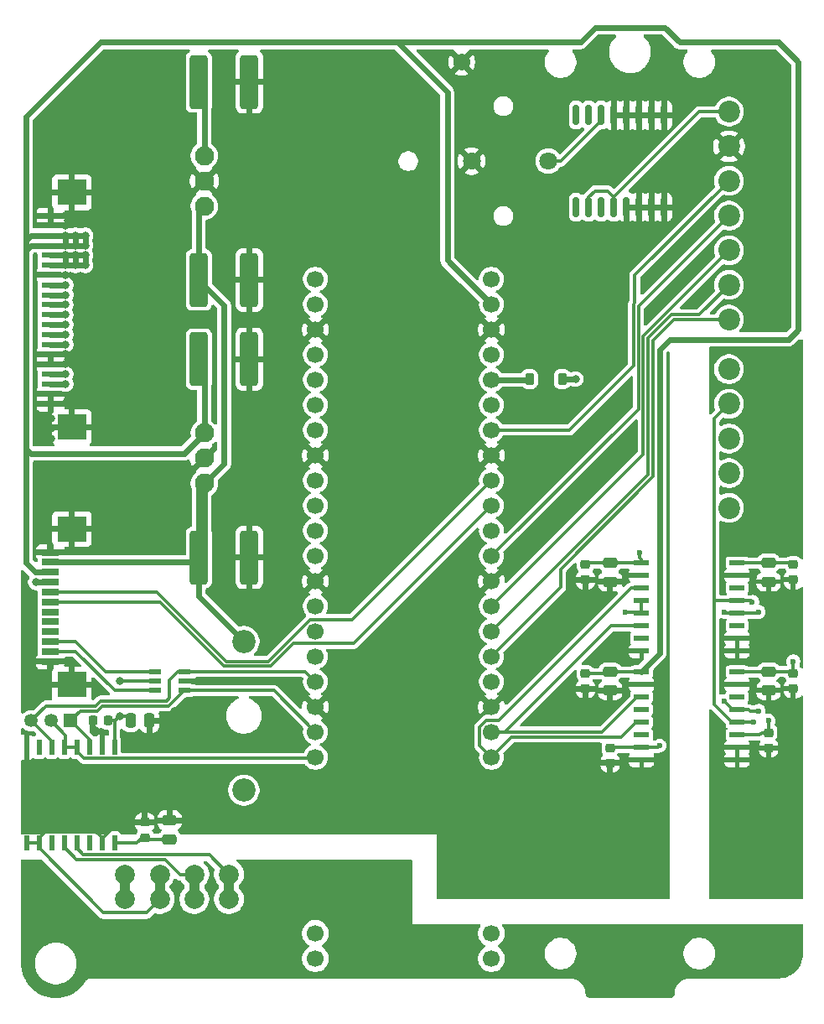
<source format=gbr>
%TF.GenerationSoftware,KiCad,Pcbnew,9.0.2*%
%TF.CreationDate,2025-07-01T09:19:31+03:00*%
%TF.ProjectId,PMCPU-LLP,504d4350-552d-44c4-9c50-2e6b69636164,rev?*%
%TF.SameCoordinates,Original*%
%TF.FileFunction,Copper,L1,Top*%
%TF.FilePolarity,Positive*%
%FSLAX46Y46*%
G04 Gerber Fmt 4.6, Leading zero omitted, Abs format (unit mm)*
G04 Created by KiCad (PCBNEW 9.0.2) date 2025-07-01 09:19:31*
%MOMM*%
%LPD*%
G01*
G04 APERTURE LIST*
G04 Aperture macros list*
%AMRoundRect*
0 Rectangle with rounded corners*
0 $1 Rounding radius*
0 $2 $3 $4 $5 $6 $7 $8 $9 X,Y pos of 4 corners*
0 Add a 4 corners polygon primitive as box body*
4,1,4,$2,$3,$4,$5,$6,$7,$8,$9,$2,$3,0*
0 Add four circle primitives for the rounded corners*
1,1,$1+$1,$2,$3*
1,1,$1+$1,$4,$5*
1,1,$1+$1,$6,$7*
1,1,$1+$1,$8,$9*
0 Add four rect primitives between the rounded corners*
20,1,$1+$1,$2,$3,$4,$5,0*
20,1,$1+$1,$4,$5,$6,$7,0*
20,1,$1+$1,$6,$7,$8,$9,0*
20,1,$1+$1,$8,$9,$2,$3,0*%
G04 Aperture macros list end*
%TA.AperFunction,SMDPad,CuDef*%
%ADD10RoundRect,0.225000X0.225000X0.375000X-0.225000X0.375000X-0.225000X-0.375000X0.225000X-0.375000X0*%
%TD*%
%TA.AperFunction,ComponentPad*%
%ADD11O,6.350000X6.350000*%
%TD*%
%TA.AperFunction,SMDPad,CuDef*%
%ADD12R,1.181100X0.558800*%
%TD*%
%TA.AperFunction,SMDPad,CuDef*%
%ADD13RoundRect,0.250000X-0.475000X0.250000X-0.475000X-0.250000X0.475000X-0.250000X0.475000X0.250000X0*%
%TD*%
%TA.AperFunction,SMDPad,CuDef*%
%ADD14RoundRect,0.225000X-0.250000X0.225000X-0.250000X-0.225000X0.250000X-0.225000X0.250000X0.225000X0*%
%TD*%
%TA.AperFunction,ComponentPad*%
%ADD15C,1.800000*%
%TD*%
%TA.AperFunction,SMDPad,CuDef*%
%ADD16RoundRect,0.250000X-0.650000X-2.450000X0.650000X-2.450000X0.650000X2.450000X-0.650000X2.450000X0*%
%TD*%
%TA.AperFunction,SMDPad,CuDef*%
%ADD17R,1.549400X0.482600*%
%TD*%
%TA.AperFunction,SMDPad,CuDef*%
%ADD18R,0.482600X1.549400*%
%TD*%
%TA.AperFunction,ComponentPad*%
%ADD19C,1.950000*%
%TD*%
%TA.AperFunction,SMDPad,CuDef*%
%ADD20R,1.803400X0.635000*%
%TD*%
%TA.AperFunction,SMDPad,CuDef*%
%ADD21R,2.997200X2.590800*%
%TD*%
%TA.AperFunction,ComponentPad*%
%ADD22R,1.350000X1.350000*%
%TD*%
%TA.AperFunction,ComponentPad*%
%ADD23C,1.350000*%
%TD*%
%TA.AperFunction,SMDPad,CuDef*%
%ADD24RoundRect,0.250000X0.475000X-0.250000X0.475000X0.250000X-0.475000X0.250000X-0.475000X-0.250000X0*%
%TD*%
%TA.AperFunction,SMDPad,CuDef*%
%ADD25RoundRect,0.250000X-0.250000X-0.475000X0.250000X-0.475000X0.250000X0.475000X-0.250000X0.475000X0*%
%TD*%
%TA.AperFunction,ComponentPad*%
%ADD26C,1.700000*%
%TD*%
%TA.AperFunction,SMDPad,CuDef*%
%ADD27R,1.800000X0.600000*%
%TD*%
%TA.AperFunction,SMDPad,CuDef*%
%ADD28R,3.000000X2.600000*%
%TD*%
%TA.AperFunction,ComponentPad*%
%ADD29C,1.725000*%
%TD*%
%TA.AperFunction,SMDPad,CuDef*%
%ADD30RoundRect,0.225000X0.250000X-0.225000X0.250000X0.225000X-0.250000X0.225000X-0.250000X-0.225000X0*%
%TD*%
%TA.AperFunction,ComponentPad*%
%ADD31C,2.200000*%
%TD*%
%TA.AperFunction,SMDPad,CuDef*%
%ADD32RoundRect,0.150000X0.150000X-0.875000X0.150000X0.875000X-0.150000X0.875000X-0.150000X-0.875000X0*%
%TD*%
%TA.AperFunction,ComponentPad*%
%ADD33C,2.000000*%
%TD*%
%TA.AperFunction,SMDPad,CuDef*%
%ADD34RoundRect,0.225000X0.225000X0.250000X-0.225000X0.250000X-0.225000X-0.250000X0.225000X-0.250000X0*%
%TD*%
%TA.AperFunction,ComponentPad*%
%ADD35C,2.350000*%
%TD*%
%TA.AperFunction,ViaPad*%
%ADD36C,0.800000*%
%TD*%
%TA.AperFunction,ViaPad*%
%ADD37C,0.600000*%
%TD*%
%TA.AperFunction,Conductor*%
%ADD38C,0.600000*%
%TD*%
%TA.AperFunction,Conductor*%
%ADD39C,0.300000*%
%TD*%
%TA.AperFunction,Conductor*%
%ADD40C,1.000000*%
%TD*%
G04 APERTURE END LIST*
D10*
%TO.P,D1,1,K*%
%TO.N,+3.3V_CPU*%
X15150000Y13000000D03*
%TO.P,D1,2,A*%
%TO.N,Net-(D1-A)*%
X11850000Y13000000D03*
%TD*%
D11*
%TO.P,PE1,1*%
%TO.N,PE*%
X22000000Y-46000000D03*
%TD*%
D12*
%TO.P,U7,1,1A*%
%TO.N,/UART_RX*%
X-23033150Y-18450001D03*
%TO.P,U7,2,GND*%
%TO.N,GND_BUS*%
X-23033150Y-17500000D03*
%TO.P,U7,3,2A*%
%TO.N,/UART_TX*%
X-23033150Y-16549999D03*
%TO.P,U7,4,2Y*%
%TO.N,/UART_TX_LED*%
X-25966850Y-16549999D03*
%TO.P,U7,5,VCC*%
%TO.N,+3.3V_CPU*%
X-25966850Y-17500000D03*
%TO.P,U7,6,1Y*%
%TO.N,/UART_RX_LED*%
X-25966850Y-18450001D03*
%TD*%
D13*
%TO.P,C4,1*%
%TO.N,+5V_EXT*%
X36000000Y-16550000D03*
%TO.P,C4,2*%
%TO.N,GND_EXT*%
X36000000Y-18450000D03*
%TD*%
D14*
%TO.P,C8,1*%
%TO.N,+5V_EXT*%
X36000000Y-22705000D03*
%TO.P,C8,2*%
%TO.N,GND_EXT*%
X36000000Y-24255000D03*
%TD*%
D15*
%TO.P,J1,1,1*%
%TO.N,/Vbat*%
X13750000Y35000000D03*
%TO.P,J1,2,2*%
%TO.N,GND_BUS*%
X6000000Y35000000D03*
%TD*%
D16*
%TO.P,C3,1*%
%TO.N,+5V_CPU*%
X-21550000Y15000000D03*
%TO.P,C3,2*%
%TO.N,GND_BUS*%
X-16450000Y15000000D03*
%TD*%
D14*
%TO.P,C7,1*%
%TO.N,+5V_EXT*%
X38500000Y-16725000D03*
%TO.P,C7,2*%
%TO.N,GND_EXT*%
X38500000Y-18275000D03*
%TD*%
%TO.P,C15,1*%
%TO.N,+3.3V_CPU*%
X20000000Y-24225000D03*
%TO.P,C15,2*%
%TO.N,GND_BUS*%
X20000000Y-25775000D03*
%TD*%
D13*
%TO.P,C13,1*%
%TO.N,+5V_CPU*%
X20000000Y-16550000D03*
%TO.P,C13,2*%
%TO.N,GND_BUS*%
X20000000Y-18450000D03*
%TD*%
D16*
%TO.P,C6,1*%
%TO.N,+3.3V_CPU*%
X-21550000Y43000000D03*
%TO.P,C6,2*%
%TO.N,GND_BUS*%
X-16450000Y43000000D03*
%TD*%
D17*
%TO.P,U5,1,Vcc*%
%TO.N,+5V_CPU*%
X23174000Y-16555000D03*
%TO.P,U5,2,GND1*%
%TO.N,GND_BUS*%
X23174000Y-17825000D03*
%TO.P,U5,3,TXD*%
%TO.N,/TX_EXT*%
X23174000Y-19095000D03*
%TO.P,U5,4*%
%TO.N,N/C*%
X23174000Y-20365000D03*
%TO.P,U5,5,RXD*%
%TO.N,/RX_EXT*%
X23174000Y-21635000D03*
%TO.P,U5,6*%
%TO.N,N/C*%
X23174000Y-22905000D03*
%TO.P,U5,7,Vccl*%
%TO.N,+3.3V_CPU*%
X23174000Y-24175000D03*
%TO.P,U5,8,GND1*%
%TO.N,GND_BUS*%
X23174000Y-25445000D03*
%TO.P,U5,9,GND2*%
%TO.N,GND_EXT*%
X32826000Y-25445000D03*
%TO.P,U5,10,GND2*%
X32826000Y-24175000D03*
%TO.P,U5,11,Visoin*%
%TO.N,+5V_EXT*%
X32826000Y-22905000D03*
%TO.P,U5,12,CANL*%
%TO.N,/Ext_2*%
X32826000Y-21635000D03*
%TO.P,U5,13,CANH*%
%TO.N,/Ext_1*%
X32826000Y-20365000D03*
%TO.P,U5,14*%
%TO.N,N/C*%
X32826000Y-19095000D03*
%TO.P,U5,15,GND2*%
%TO.N,GND_EXT*%
X32826000Y-17825000D03*
%TO.P,U5,16,Viso*%
%TO.N,+5V_EXT*%
X32826000Y-16555000D03*
%TD*%
D18*
%TO.P,U4,1,VDD*%
%TO.N,+3.3V_CPU*%
X-30055000Y-24174000D03*
%TO.P,U4,2,GNDA*%
%TO.N,GND_BUS*%
X-31325000Y-24174000D03*
%TO.P,U4,3,RO*%
%TO.N,/UART_RX*%
X-32595000Y-24174000D03*
%TO.P,U4,4,RE*%
%TO.N,/UART_RTS*%
X-33865000Y-24174000D03*
%TO.P,U4,5,DE*%
X-35135000Y-24174000D03*
%TO.P,U4,6,DI*%
%TO.N,/UART_TX*%
X-36405000Y-24174000D03*
%TO.P,U4,7,NC*%
%TO.N,unconnected-(U4-NC-Pad7)*%
X-37675000Y-24174000D03*
%TO.P,U4,8,GNDA*%
%TO.N,GND_BUS*%
X-38945000Y-24174000D03*
%TO.P,U4,9,GNDB*%
X-38945000Y-33826000D03*
%TO.P,U4,10,SEL*%
X-37675000Y-33826000D03*
%TO.P,U4,11,NC*%
%TO.N,unconnected-(U4-NC-Pad11)*%
X-36405000Y-33826000D03*
%TO.P,U4,12,A*%
%TO.N,/A*%
X-35135000Y-33826000D03*
%TO.P,U4,13,B*%
%TO.N,/B*%
X-33865000Y-33826000D03*
%TO.P,U4,14,NC*%
%TO.N,unconnected-(U4-NC-Pad14)*%
X-32595000Y-33826000D03*
%TO.P,U4,15,GNDB*%
%TO.N,GND_BUS*%
X-31325000Y-33826000D03*
%TO.P,U4,16,VISO*%
%TO.N,+3.3V_BUS*%
X-30055000Y-33826000D03*
%TD*%
D19*
%TO.P,J5,1,VIN*%
%TO.N,+24V_fuse*%
X-21000000Y30460000D03*
%TO.P,J5,2,GND*%
%TO.N,GND_BUS*%
X-21000000Y33000000D03*
%TO.P,J5,3,+VO*%
%TO.N,+3.3V_CPU*%
X-21000000Y35540000D03*
%TD*%
D20*
%TO.P,J7,1,Pin_1*%
%TO.N,GND_BUS*%
X-36556000Y-15499992D03*
%TO.P,J7,2,Pin_2*%
%TO.N,/UART_RX_LED*%
X-36556000Y-14499994D03*
%TO.P,J7,3,Pin_3*%
%TO.N,/UART_TX_LED*%
X-36556000Y-13499996D03*
%TO.P,J7,4,Pin_4*%
%TO.N,unconnected-(J7-Pin_4-Pad4)*%
X-36556000Y-12499998D03*
%TO.P,J7,5,Pin_5*%
%TO.N,unconnected-(J7-Pin_5-Pad5)*%
X-36556000Y-11500000D03*
%TO.P,J7,6,Pin_6*%
%TO.N,/LED_2*%
X-36556000Y-10500000D03*
%TO.P,J7,7,Pin_7*%
%TO.N,/LED_1*%
X-36556000Y-9500000D03*
%TO.P,J7,8,Pin_8*%
%TO.N,/LED_0*%
X-36556000Y-8500000D03*
%TO.P,J7,9,Pin_9*%
%TO.N,+3.3V_CPU*%
X-36556000Y-7500002D03*
%TO.P,J7,10,Pin_10*%
%TO.N,+5V_CPU*%
X-36556000Y-6500004D03*
%TO.P,J7,11,Pin_11*%
%TO.N,+24V_fuse*%
X-36556000Y-5500006D03*
%TO.P,J7,12,Pin_11*%
%TO.N,GND_BUS*%
X-36556000Y-4500008D03*
D21*
%TO.P,J7,13,Pin_11*%
X-34385999Y-17850003D03*
X-34385999Y-2149997D03*
%TD*%
D22*
%TO.P,J11,1,Pin_1*%
%TO.N,/UART_RX*%
X-34500000Y-21500000D03*
D23*
%TO.P,J11,2,Pin_2*%
%TO.N,/UART_RTS*%
X-36500000Y-21500000D03*
%TO.P,J11,3,Pin_3*%
%TO.N,/UART_TX*%
X-38500000Y-21500000D03*
%TD*%
D24*
%TO.P,C10,1*%
%TO.N,+3.3V_BUS*%
X-24500000Y-33450000D03*
%TO.P,C10,2*%
%TO.N,GND_BUS*%
X-24500000Y-31550000D03*
%TD*%
D25*
%TO.P,C12,1*%
%TO.N,+3.3V_CPU*%
X-28450000Y-21500000D03*
%TO.P,C12,2*%
%TO.N,GND_BUS*%
X-26550000Y-21500000D03*
%TD*%
D19*
%TO.P,J4,1,VIN*%
%TO.N,+24V_fuse*%
X-21000000Y2460000D03*
%TO.P,J4,2,GND*%
%TO.N,GND_BUS*%
X-21000000Y5000000D03*
%TO.P,J4,3,+VO*%
%TO.N,+5V_CPU*%
X-21000000Y7540000D03*
%TD*%
D26*
%TO.P,U3,1,RM_IO22*%
%TO.N,unconnected-(U3-RM_IO22-Pad1)*%
X-9780000Y23080000D03*
%TO.P,U3,2,RM_IO23*%
%TO.N,unconnected-(U3-RM_IO23-Pad2)*%
X-9780000Y20540000D03*
%TO.P,U3,3,GND*%
%TO.N,GND_BUS*%
X-9780000Y18000000D03*
%TO.P,U3,4,RM_IO12*%
%TO.N,/SPI_MOSI*%
X-9780000Y15460000D03*
%TO.P,U3,5,RM_IO13*%
%TO.N,/SPI_MISO*%
X-9780000Y12920000D03*
%TO.P,U3,6,RM_IO0*%
%TO.N,unconnected-(U3-RM_IO0-Pad6)*%
X-9780000Y10380000D03*
%TO.P,U3,7,RM_IO1*%
%TO.N,unconnected-(U3-RM_IO1-Pad7)*%
X-9780000Y7840000D03*
%TO.P,U3,8,GND*%
%TO.N,GND_BUS*%
X-9780000Y5300000D03*
%TO.P,U3,9,RM_IO11*%
%TO.N,/SPI_SCK*%
X-9780000Y2760000D03*
%TO.P,U3,10,RM_IO10*%
%TO.N,/SPI_CS0*%
X-9780000Y220000D03*
%TO.P,U3,11,RM_IO9*%
%TO.N,/SPI_CS1*%
X-9780000Y-2320000D03*
%TO.P,U3,12,RM_IO8*%
%TO.N,/SPI_CS2*%
X-9780000Y-4860000D03*
%TO.P,U3,13,GND*%
%TO.N,GND_BUS*%
X-9780000Y-7400000D03*
%TO.P,U3,14,RM_IO7*%
%TO.N,/SPI_CS3*%
X-9780000Y-9940000D03*
%TO.P,U3,15,RM_IO6*%
%TO.N,/I2C0_SDA*%
X-9780000Y-12480000D03*
%TO.P,U3,16,RM_IO5*%
%TO.N,/I2C0_SCL*%
X-9780000Y-15020000D03*
%TO.P,U3,17,RM_IO4*%
%TO.N,/UART_TX*%
X-9780000Y-17560000D03*
%TO.P,U3,18,GND*%
%TO.N,GND_BUS*%
X-9780000Y-20100000D03*
%TO.P,U3,19,RM_IO3*%
%TO.N,/UART_RX*%
X-9780000Y-22640000D03*
%TO.P,U3,20,RM_IO2*%
%TO.N,/UART_RTS*%
X-9780000Y-25180000D03*
%TO.P,U3,21,RM_IO31*%
%TO.N,/RX_EXT*%
X8000000Y-25180000D03*
%TO.P,U3,22,RM_IO30*%
%TO.N,/TX_EXT*%
X8000000Y-22640000D03*
%TO.P,U3,23,GND*%
%TO.N,GND_BUS*%
X8000000Y-20100000D03*
%TO.P,U3,24,RM_IO29*%
%TO.N,/RTS_EXT*%
X8000000Y-17560000D03*
%TO.P,U3,25,RM_IO28*%
%TO.N,/HMI_RES*%
X8000000Y-15020000D03*
%TO.P,U3,26,RM_IO27*%
%TO.N,/HMI_DC*%
X8000000Y-12480000D03*
%TO.P,U3,27,RM_IO26*%
%TO.N,/HMI_CS*%
X8000000Y-9940000D03*
%TO.P,U3,28,GND*%
%TO.N,GND_BUS*%
X8000000Y-7400000D03*
%TO.P,U3,29,RM_IO25*%
%TO.N,/HMI_CLK*%
X8000000Y-4860000D03*
%TO.P,U3,30,RESET*%
%TO.N,unconnected-(U3-RESET-Pad30)*%
X8000000Y-2320000D03*
%TO.P,U3,31,ADC2*%
%TO.N,/LED_1*%
X8000000Y220000D03*
%TO.P,U3,32,ADC3*%
%TO.N,/LED_0*%
X8000000Y2760000D03*
%TO.P,U3,33,GND*%
%TO.N,GND_BUS*%
X8000000Y5300000D03*
%TO.P,U3,34,RM_IO24*%
%TO.N,/HMI_DIN*%
X8000000Y7840000D03*
%TO.P,U3,35,NC*%
%TO.N,unconnected-(U3-NC-Pad35)*%
X8000000Y10380000D03*
%TO.P,U3,36,3V3_OUT*%
%TO.N,Net-(D1-A)*%
X8000000Y12920000D03*
%TO.P,U3,37,3V3_EN*%
%TO.N,unconnected-(U3-3V3_EN-Pad37)*%
X8000000Y15460000D03*
%TO.P,U3,38,GND*%
%TO.N,GND_BUS*%
X8000000Y18000000D03*
%TO.P,U3,39,VSYS*%
%TO.N,+5V_CPU*%
X8000000Y20540000D03*
%TO.P,U3,40,VBUS*%
%TO.N,unconnected-(U3-VBUS-Pad40)*%
X8000000Y23080000D03*
%TO.P,U3,41,NC*%
%TO.N,unconnected-(U3-NC-Pad41)*%
X-9780000Y-42960000D03*
%TO.P,U3,42,NC*%
%TO.N,unconnected-(U3-NC-Pad42)*%
X8000000Y-42960000D03*
%TO.P,U3,43,NC*%
%TO.N,unconnected-(U3-NC-Pad43)*%
X-9780000Y-45500000D03*
%TO.P,U3,44,NC*%
%TO.N,unconnected-(U3-NC-Pad44)*%
X8000000Y-45500000D03*
%TD*%
D27*
%TO.P,JM1,1,Pin_1*%
%TO.N,GND_BUS*%
X-36546000Y10500000D03*
%TO.P,JM1,2,Pin_2*%
X-36546000Y11500000D03*
%TO.P,JM1,3,Pin_3*%
%TO.N,/I2C0_SCL*%
X-36546000Y12500000D03*
%TO.P,JM1,4,Pin_4*%
%TO.N,/I2C0_SDA*%
X-36546000Y13500000D03*
%TO.P,JM1,5,Pin_5*%
%TO.N,GND_BUS*%
X-36546000Y14500000D03*
%TO.P,JM1,6,Pin_6*%
X-36546000Y15500000D03*
%TO.P,JM1,7,Pin_7*%
%TO.N,/SPI_CS3*%
X-36546000Y16500000D03*
%TO.P,JM1,8,Pin_8*%
%TO.N,/SPI_CS2*%
X-36546000Y17500000D03*
%TO.P,JM1,9,Pin_9*%
%TO.N,/SPI_CS1*%
X-36546000Y18500000D03*
%TO.P,JM1,10,Pin_10*%
%TO.N,/SPI_CS0*%
X-36546000Y19500000D03*
%TO.P,JM1,11,Pin_11*%
%TO.N,/SPI_SCK*%
X-36546000Y20500000D03*
%TO.P,JM1,12,Pin_11*%
%TO.N,/SPI_MISO*%
X-36546000Y21500000D03*
%TO.P,JM1,13,Pin_11*%
%TO.N,/SPI_MOSI*%
X-36546000Y22500000D03*
%TO.P,JM1,14,Pin_11*%
%TO.N,GND_BUS*%
X-36546000Y23500000D03*
%TO.P,JM1,15,Pin_11*%
%TO.N,+3.3V_CPU*%
X-36546000Y24500000D03*
%TO.P,JM1,16,Pin_11*%
X-36546000Y25500000D03*
%TO.P,JM1,17,Pin_11*%
%TO.N,+5V_CPU*%
X-36546000Y26500000D03*
%TO.P,JM1,18,Pin_11*%
X-36546000Y27500000D03*
%TO.P,JM1,19,Pin_11*%
%TO.N,GND_BUS*%
X-36546000Y28500000D03*
%TO.P,JM1,20,Pin_11*%
X-36546000Y29500000D03*
D28*
%TO.P,JM1,MP1,Pin_11*%
X-34375000Y8150000D03*
%TO.P,JM1,MP2,Pin_11*%
X-34375000Y31850000D03*
%TD*%
D29*
%TO.P,U2,1*%
%TO.N,GND_BUS*%
X5000000Y45000000D03*
%TD*%
D13*
%TO.P,C19,1*%
%TO.N,+3.3V_CPU*%
X20000000Y-5550000D03*
%TO.P,C19,2*%
%TO.N,GND_BUS*%
X20000000Y-7450000D03*
%TD*%
D30*
%TO.P,C9,1*%
%TO.N,+3.3V_BUS*%
X-27000000Y-33275000D03*
%TO.P,C9,2*%
%TO.N,GND_BUS*%
X-27000000Y-31725000D03*
%TD*%
D16*
%TO.P,C5,1*%
%TO.N,+24V_fuse*%
X-21550000Y23000000D03*
%TO.P,C5,2*%
%TO.N,GND_BUS*%
X-16450000Y23000000D03*
%TD*%
D31*
%TO.P,J14,1,Pin_1*%
%TO.N,unconnected-(J14-Pin_1-Pad1)*%
X32000000Y0D03*
%TO.P,J14,2,Pin_2*%
%TO.N,/Ext_2*%
X32000000Y3500000D03*
%TO.P,J14,3,Pin_3*%
%TO.N,/Ext_1*%
X32000000Y7000000D03*
%TO.P,J14,4,Pin_4*%
%TO.N,/Ext_2*%
X32000000Y10500000D03*
%TO.P,J14,5,Pin_5*%
%TO.N,/Ext_1*%
X32000000Y14000000D03*
%TD*%
D13*
%TO.P,C17,1*%
%TO.N,+3.3V_EXT*%
X36000000Y-5550000D03*
%TO.P,C17,2*%
%TO.N,GND_EXT*%
X36000000Y-7450000D03*
%TD*%
D16*
%TO.P,C2,1*%
%TO.N,+24V_fuse*%
X-21550000Y-5000000D03*
%TO.P,C2,2*%
%TO.N,GND_BUS*%
X-16450000Y-5000000D03*
%TD*%
D14*
%TO.P,C18,1*%
%TO.N,+3.3V_CPU*%
X17500000Y-5725000D03*
%TO.P,C18,2*%
%TO.N,GND_BUS*%
X17500000Y-7275000D03*
%TD*%
D17*
%TO.P,U8,1,VDD*%
%TO.N,+3.3V_CPU*%
X23174000Y-5555000D03*
%TO.P,U8,2,GNDA*%
%TO.N,GND_BUS*%
X23174000Y-6825000D03*
%TO.P,U8,3,RO*%
%TO.N,/RX_EXT*%
X23174000Y-8095000D03*
%TO.P,U8,4,RE*%
%TO.N,/RTS_EXT*%
X23174000Y-9365000D03*
%TO.P,U8,5,DE*%
X23174000Y-10635000D03*
%TO.P,U8,6,DI*%
%TO.N,/TX_EXT*%
X23174000Y-11905000D03*
%TO.P,U8,7,NC*%
%TO.N,unconnected-(U8-NC-Pad7)*%
X23174000Y-13175000D03*
%TO.P,U8,8,GNDA*%
%TO.N,GND_BUS*%
X23174000Y-14445000D03*
%TO.P,U8,9,GNDB*%
%TO.N,GND_EXT*%
X32826000Y-14445000D03*
%TO.P,U8,10,SEL*%
X32826000Y-13175000D03*
%TO.P,U8,11,NC*%
%TO.N,unconnected-(U8-NC-Pad11)*%
X32826000Y-11905000D03*
%TO.P,U8,12,A*%
%TO.N,/Ext_1*%
X32826000Y-10635000D03*
%TO.P,U8,13,B*%
%TO.N,/Ext_2*%
X32826000Y-9365000D03*
%TO.P,U8,14,NC*%
%TO.N,unconnected-(U8-NC-Pad14)*%
X32826000Y-8095000D03*
%TO.P,U8,15,GNDB*%
%TO.N,GND_EXT*%
X32826000Y-6825000D03*
%TO.P,U8,16,VISO*%
%TO.N,+3.3V_EXT*%
X32826000Y-5555000D03*
%TD*%
D32*
%TO.P,U6,1,32KHZ*%
%TO.N,unconnected-(U6-32KHZ-Pad1)*%
X16555000Y30350000D03*
%TO.P,U6,2,VCC*%
%TO.N,+3.3V_CPU*%
X17825000Y30350000D03*
%TO.P,U6,3,~{INT}/SQW*%
%TO.N,unconnected-(U6-~{INT}{slash}SQW-Pad3)*%
X19095000Y30350000D03*
%TO.P,U6,4,~{RST}*%
%TO.N,+3.3V_CPU*%
X20365000Y30350000D03*
%TO.P,U6,5,GND*%
%TO.N,GND_BUS*%
X21635000Y30350000D03*
%TO.P,U6,6,GND*%
X22905000Y30350000D03*
%TO.P,U6,7,GND*%
X24175000Y30350000D03*
%TO.P,U6,8,GND*%
X25445000Y30350000D03*
%TO.P,U6,9,GND*%
X25445000Y39650000D03*
%TO.P,U6,10,GND*%
X24175000Y39650000D03*
%TO.P,U6,11,GND*%
X22905000Y39650000D03*
%TO.P,U6,12,GND*%
X21635000Y39650000D03*
%TO.P,U6,13,GND*%
X20365000Y39650000D03*
%TO.P,U6,14,VBAT*%
%TO.N,/Vbat*%
X19095000Y39650000D03*
%TO.P,U6,15,SDA*%
%TO.N,/I2C1_SDA*%
X17825000Y39650000D03*
%TO.P,U6,16,SCL*%
%TO.N,/I2C1_SCL*%
X16555000Y39650000D03*
%TD*%
D31*
%TO.P,J13,1,Pin_1*%
%TO.N,/HMI_RES*%
X32000000Y19000000D03*
%TO.P,J13,2,Pin_2*%
%TO.N,/HMI_DC*%
X32000000Y22500000D03*
%TO.P,J13,3,Pin_3*%
%TO.N,/HMI_CS*%
X32000000Y26000000D03*
%TO.P,J13,4,Pin_4*%
%TO.N,/HMI_CLK*%
X32000000Y29500000D03*
%TO.P,J13,5,Pin_5*%
%TO.N,/HMI_DIN*%
X32000000Y33000000D03*
%TO.P,J13,6,Pin_6*%
%TO.N,GND_BUS*%
X32000000Y36500000D03*
%TO.P,J13,7,Pin_7*%
%TO.N,+3.3V_CPU*%
X32000000Y40000000D03*
%TD*%
D33*
%TO.P,J3,1,Pin_1*%
%TO.N,+24V_BUS*%
X-29000000Y-37000000D03*
%TO.P,J3,2,Pin_3*%
%TO.N,GND_BUS*%
X-25500000Y-37000000D03*
%TO.P,J3,3,3*%
%TO.N,/A*%
X-22000000Y-37000000D03*
%TO.P,J3,4,4*%
%TO.N,/B*%
X-18500000Y-37000000D03*
%TO.P,J3,5,Pin_9*%
%TO.N,PE*%
X-15000000Y-37000000D03*
%TO.P,J3,6,Pin_2*%
%TO.N,+24V_BUS*%
X-29000000Y-39500000D03*
%TO.P,J3,7,Pin_4*%
%TO.N,GND_BUS*%
X-25500000Y-39500000D03*
%TO.P,J3,8,Pin_6*%
%TO.N,/A*%
X-22000000Y-39500000D03*
%TO.P,J3,9,Pin_8*%
%TO.N,/B*%
X-18500000Y-39500000D03*
%TO.P,J3,10,Pin_10*%
%TO.N,PE*%
X-15000000Y-39500000D03*
%TD*%
D14*
%TO.P,C14,1*%
%TO.N,+5V_CPU*%
X17500000Y-16725000D03*
%TO.P,C14,2*%
%TO.N,GND_BUS*%
X17500000Y-18275000D03*
%TD*%
D34*
%TO.P,C11,1*%
%TO.N,+3.3V_CPU*%
X-30725000Y-21500000D03*
%TO.P,C11,2*%
%TO.N,GND_BUS*%
X-32275000Y-21500000D03*
%TD*%
D14*
%TO.P,C16,1*%
%TO.N,+3.3V_EXT*%
X38500000Y-5725000D03*
%TO.P,C16,2*%
%TO.N,GND_EXT*%
X38500000Y-7275000D03*
%TD*%
D35*
%TO.P,U1,1,1*%
%TO.N,+24V_BUS*%
X-17000000Y-28500000D03*
%TO.P,U1,2,2*%
%TO.N,+24V_fuse*%
X-17000000Y-13500000D03*
%TD*%
D36*
%TO.N,GND_BUS*%
X-32000000Y33000000D03*
X-32000000Y31000000D03*
X-32000000Y32000000D03*
X-32000000Y8000000D03*
X-32000000Y7000000D03*
X-36500000Y8000000D03*
X-36500000Y7000000D03*
X-32000000Y9000000D03*
X-36500000Y9000000D03*
%TO.N,+3.3V_CPU*%
X16500000Y13000000D03*
%TO.N,/I2C0_SDA*%
X-35000000Y13500000D03*
%TO.N,/I2C0_SCL*%
X-35000000Y12500000D03*
%TO.N,+3.3V_CPU*%
X-34000000Y25500000D03*
X-35000000Y24500000D03*
D37*
X25000000Y-24000000D03*
D36*
X-29500000Y-17500000D03*
X-35000000Y25500000D03*
X-33000000Y25500000D03*
X-33000000Y24500000D03*
D37*
X23000000Y-4500000D03*
D36*
X-34000000Y24500000D03*
X-38000000Y-7500000D03*
X-29500000Y-21000000D03*
D37*
%TO.N,GND_BUS*%
X22500000Y-15500000D03*
D36*
X-25000000Y-21500000D03*
X-32000000Y-3000000D03*
D37*
X21500000Y-25500000D03*
D36*
X-24000000Y-22500000D03*
X-35000000Y23500000D03*
X-23000000Y-21500000D03*
D37*
X21500000Y-13500000D03*
D36*
X-35000000Y14500000D03*
X-35000000Y10500000D03*
X-37000000Y-17500000D03*
X-32000000Y-2000000D03*
X-24000000Y-20500000D03*
X-35000000Y15500000D03*
X-21500000Y-17500000D03*
X-32000000Y-1000000D03*
X-32000000Y-18500000D03*
X-32000000Y-22500000D03*
D37*
X22500000Y-26500000D03*
X23500000Y-26500000D03*
D36*
X-35000000Y29500000D03*
X-35000000Y28500000D03*
D37*
X21500000Y-14500000D03*
D36*
X-37000000Y-19000000D03*
%TO.N,+5V_CPU*%
X-34000000Y26500000D03*
X-35000000Y26500000D03*
X-33000000Y26500000D03*
X-35000000Y27500000D03*
X-34000000Y27500000D03*
X-33000000Y27500000D03*
%TO.N,/SPI_MISO*%
X-35000000Y21500000D03*
%TO.N,/SPI_CS2*%
X-35000000Y17500000D03*
%TO.N,/SPI_SCK*%
X-35000000Y20500000D03*
%TO.N,/SPI_CS0*%
X-35000000Y19500000D03*
%TO.N,/SPI_CS1*%
X-35000000Y18500000D03*
%TO.N,/SPI_CS3*%
X-35000000Y16500000D03*
%TO.N,/SPI_MOSI*%
X-35000000Y22500000D03*
D37*
%TO.N,+5V_EXT*%
X36000000Y-21500000D03*
X38500000Y-15500000D03*
%TO.N,/Ext_1*%
X35000000Y-10500000D03*
X31500000Y-19500000D03*
X35000000Y-20500000D03*
X31500000Y-10500000D03*
%TO.N,/Ext_2*%
X34500000Y-21635000D03*
X34350000Y-9500000D03*
%TO.N,/RTS_EXT*%
X21500000Y-10500000D03*
%TD*%
D38*
%TO.N,+5V_CPU*%
X8000000Y20540000D02*
X3540000Y25000000D01*
X3540000Y25000000D02*
X3540000Y41960000D01*
X3540000Y41960000D02*
X-1500000Y47000000D01*
X-1500000Y47000000D02*
X1000000Y47000000D01*
X-39000000Y27000000D02*
X-39000000Y39500000D01*
X-39000000Y39500000D02*
X-31500000Y47000000D01*
X-31500000Y47000000D02*
X1000000Y47000000D01*
%TO.N,+3.3V_CPU*%
X15150000Y13000000D02*
X16500000Y13000000D01*
%TO.N,Net-(D1-A)*%
X8000000Y12920000D02*
X11770000Y12920000D01*
X11770000Y12920000D02*
X11850000Y13000000D01*
D39*
%TO.N,/HMI_DIN*%
X8000000Y7840000D02*
X15840000Y7840000D01*
X15840000Y7840000D02*
X22345000Y14345000D01*
X22345000Y14345000D02*
X22345000Y20553520D01*
X22345000Y20553520D02*
X22500000Y20708521D01*
X22500000Y20708521D02*
X22500000Y23500000D01*
X22500000Y23500000D02*
X32000000Y33000000D01*
%TO.N,/LED_1*%
X-18999000Y-16001000D02*
X-25500000Y-9500000D01*
X-11970951Y-13681000D02*
X-14290950Y-16001000D01*
X8000000Y220000D02*
X-5901000Y-13681000D01*
X-25500000Y-9500000D02*
X-36556000Y-9500000D01*
X-5901000Y-13681000D02*
X-11970951Y-13681000D01*
X-14290950Y-16001000D02*
X-18999000Y-16001000D01*
%TO.N,/LED_0*%
X-25791480Y-8500000D02*
X-18791480Y-15500000D01*
X-36556000Y-8500000D02*
X-25791480Y-8500000D01*
X-10277471Y-11279000D02*
X-6039000Y-11279000D01*
X-18791480Y-15500000D02*
X-14498471Y-15500000D01*
X-6039000Y-11279000D02*
X8000000Y2760000D01*
X-14498471Y-15500000D02*
X-10277471Y-11279000D01*
D38*
%TO.N,/I2C0_SDA*%
X-35000000Y13500000D02*
X-36546000Y13500000D01*
%TO.N,/I2C0_SCL*%
X-35000000Y12500000D02*
X-36546000Y12500000D01*
D40*
%TO.N,PE*%
X-15000000Y-37000000D02*
X-15000000Y-39500000D01*
D38*
%TO.N,+24V_fuse*%
X-21550000Y-5000000D02*
X-21550000Y-8950000D01*
X-19000000Y4460000D02*
X-19000000Y20450000D01*
X-19000000Y20450000D02*
X-21550000Y23000000D01*
X-21000000Y2460000D02*
X-21000000Y-4450000D01*
X-21550000Y29910000D02*
X-21000000Y30460000D01*
X-21550000Y23000000D02*
X-21550000Y29910000D01*
X-21550000Y-5000000D02*
X-22050006Y-5500006D01*
X-22050006Y-5500006D02*
X-36556000Y-5500006D01*
X-21000000Y-4450000D02*
X-21550000Y-5000000D01*
X-21000000Y2460000D02*
X-19000000Y4460000D01*
X-21550000Y-5000000D02*
X-21550000Y2362620D01*
X-21550000Y-8950000D02*
X-17000000Y-13500000D01*
D39*
%TO.N,/UART_RTS*%
X-33187300Y-25299700D02*
X-9899700Y-25299700D01*
X-9899700Y-25299700D02*
X-9780000Y-25180000D01*
X-35000000Y-24039000D02*
X-35000000Y-23000000D01*
X-35135000Y-24174000D02*
X-35000000Y-24039000D01*
X-33865000Y-24622000D02*
X-33187300Y-25299700D01*
X-33865000Y-24174000D02*
X-33865000Y-24622000D01*
X-35135000Y-24174000D02*
X-33865000Y-24174000D01*
X-35000000Y-23000000D02*
X-36500000Y-21500000D01*
%TO.N,/UART_TX*%
X-9780000Y-17560000D02*
X-10790001Y-16549999D01*
X-24500000Y-19208331D02*
X-24500000Y-17394900D01*
X-24500000Y-17394900D02*
X-23655099Y-16549999D01*
X-31500000Y-19500000D02*
X-24791669Y-19500000D01*
X-38500000Y-21500000D02*
X-37000000Y-20000000D01*
X-32000000Y-20000000D02*
X-31500000Y-19500000D01*
X-24791669Y-19500000D02*
X-24500000Y-19208331D01*
X-36405000Y-23595000D02*
X-38500000Y-21500000D01*
X-37000000Y-20000000D02*
X-32000000Y-20000000D01*
X-23655099Y-16549999D02*
X-23033150Y-16549999D01*
X-10790001Y-16549999D02*
X-23033150Y-16549999D01*
X-36405000Y-24174000D02*
X-36405000Y-23595000D01*
%TO.N,/UART_RX*%
X-31792479Y-20501000D02*
X-31292480Y-20001000D01*
X-9780000Y-22640000D02*
X-13969999Y-18450001D01*
X-34500000Y-21500000D02*
X-32595000Y-23405000D01*
X-13969999Y-18450001D02*
X-23033150Y-18450001D01*
X-24584149Y-20001000D02*
X-23033150Y-18450001D01*
X-32595000Y-23405000D02*
X-32595000Y-24174000D01*
X-34500000Y-21500000D02*
X-33501000Y-20501000D01*
X-33501000Y-20501000D02*
X-31792479Y-20501000D01*
X-31292480Y-20001000D02*
X-24584149Y-20001000D01*
D40*
%TO.N,+24V_BUS*%
X-29000000Y-39500000D02*
X-29000000Y-37000000D01*
D39*
%TO.N,/Vbat*%
X15022792Y35000000D02*
X19095000Y39072208D01*
X13750000Y35000000D02*
X15022792Y35000000D01*
X19095000Y39072208D02*
X19095000Y39650000D01*
D40*
%TO.N,/B*%
X-18500000Y-39500000D02*
X-18500000Y-37000000D01*
D39*
X-33865000Y-34359400D02*
X-33225400Y-34999000D01*
X-33225400Y-34999000D02*
X-20501000Y-34999000D01*
X-20501000Y-34999000D02*
X-18500000Y-37000000D01*
X-33865000Y-33826000D02*
X-33865000Y-34359400D01*
%TO.N,/A*%
X-24914213Y-35500000D02*
X-33909000Y-35500000D01*
X-23414213Y-37000000D02*
X-24914213Y-35500000D01*
X-33909000Y-35500000D02*
X-35135000Y-34274000D01*
X-35135000Y-34274000D02*
X-35135000Y-33826000D01*
X-22000000Y-37000000D02*
X-23414213Y-37000000D01*
D40*
X-22000000Y-39500000D02*
X-22000000Y-37000000D01*
D39*
%TO.N,/UART_TX_LED*%
X-30949997Y-16549999D02*
X-34000000Y-13499996D01*
X-25966850Y-16549999D02*
X-30949997Y-16549999D01*
X-34000000Y-13499996D02*
X-36556000Y-13499996D01*
%TO.N,/UART_RX_LED*%
X-25966850Y-18450001D02*
X-30049999Y-18450001D01*
X-30049999Y-18450001D02*
X-34000006Y-14499994D01*
X-34000006Y-14499994D02*
X-36556000Y-14499994D01*
D38*
%TO.N,+3.3V_CPU*%
X-21000000Y42450000D02*
X-21550000Y43000000D01*
X-35000000Y25500000D02*
X-35000000Y24500000D01*
D39*
X17825000Y30350000D02*
X17825000Y31374999D01*
X-30725000Y-21500000D02*
X-30000000Y-21500000D01*
X23174000Y-5555000D02*
X20005000Y-5555000D01*
X23174000Y-24175000D02*
X24825000Y-24175000D01*
X19730000Y32000000D02*
X20365000Y31365000D01*
X29000000Y40000000D02*
X32000000Y40000000D01*
X19775000Y-24000000D02*
X20000000Y-24225000D01*
D38*
X-38000000Y-7500000D02*
X-36556002Y-7500000D01*
D39*
X20050000Y-24175000D02*
X20000000Y-24225000D01*
X23174000Y-5174000D02*
X23174000Y-5555000D01*
X-30000000Y-21500000D02*
X-29500000Y-21000000D01*
D38*
X-34000000Y25500000D02*
X-34000000Y24500000D01*
D39*
X-25966850Y-17500000D02*
X-29500000Y-17500000D01*
X-28950000Y-21000000D02*
X-28450000Y-21500000D01*
X-30055000Y-21555000D02*
X-30055000Y-24174000D01*
X20365000Y30350000D02*
X20365000Y31365000D01*
X20000000Y-5550000D02*
X17675000Y-5550000D01*
X20365000Y31365000D02*
X29000000Y40000000D01*
X23123200Y-24175000D02*
X20050000Y-24175000D01*
D38*
X-36556002Y-7500000D02*
X-36556000Y-7500002D01*
D39*
X-29500000Y-21000000D02*
X-28950000Y-21000000D01*
X24825000Y-24175000D02*
X25000000Y-24000000D01*
X-29500000Y-21000000D02*
X-30055000Y-21555000D01*
X18450001Y32000000D02*
X19730000Y32000000D01*
D38*
X-33000000Y25500000D02*
X-36546000Y25500000D01*
X-33000000Y25500000D02*
X-33000000Y24500000D01*
D39*
X17675000Y-5550000D02*
X17500000Y-5725000D01*
D38*
X-33000000Y24500000D02*
X-36546000Y24500000D01*
D39*
X23000000Y-5000000D02*
X23174000Y-5174000D01*
X23000000Y-4500000D02*
X23000000Y-5000000D01*
D38*
X-21000000Y35540000D02*
X-21000000Y42450000D01*
D39*
X17825000Y31374999D02*
X18450001Y32000000D01*
X20005000Y-5555000D02*
X20000000Y-5550000D01*
%TO.N,+3.3V_BUS*%
X-26825000Y-33450000D02*
X-27000000Y-33275000D01*
X-27275000Y-33275000D02*
X-27826000Y-33826000D01*
X-27000000Y-33275000D02*
X-27275000Y-33275000D01*
X-27826000Y-33826000D02*
X-30055000Y-33826000D01*
X-24500000Y-33450000D02*
X-26825000Y-33450000D01*
%TO.N,GND_BUS*%
X-37675000Y-34359400D02*
X-31183400Y-40851000D01*
X-31917300Y-32700300D02*
X-37082700Y-32700300D01*
X-37082700Y-32700300D02*
X-37675000Y-33292600D01*
X-31325000Y-33826000D02*
X-31325000Y-33292600D01*
X-38945000Y-33826000D02*
X-37675000Y-33826000D01*
X-29672000Y-31725000D02*
X-31325000Y-33378000D01*
X-31325000Y-33378000D02*
X-31325000Y-33826000D01*
D40*
X-25500000Y-37000000D02*
X-25500000Y-39500000D01*
D39*
X-26851000Y-40851000D02*
X-25500000Y-39500000D01*
X-27000000Y-31725000D02*
X-29672000Y-31725000D01*
X-31183400Y-40851000D02*
X-26851000Y-40851000D01*
X-31325000Y-33292600D02*
X-31917300Y-32700300D01*
X-37675000Y-33826000D02*
X-37675000Y-34359400D01*
X-37675000Y-33292600D02*
X-37675000Y-33826000D01*
%TO.N,+5V_CPU*%
X19825000Y-16725000D02*
X20000000Y-16550000D01*
X20555000Y-16555000D02*
X23174000Y-16555000D01*
D38*
X-21000000Y7540000D02*
X-21000000Y14450000D01*
D39*
X17675000Y-16550000D02*
X17500000Y-16725000D01*
D38*
X36991432Y47008568D02*
X39000000Y45000000D01*
X-34000000Y27500000D02*
X-34000000Y26500000D01*
X25000000Y-14678200D02*
X23123200Y-16555000D01*
X17000000Y47000000D02*
X18500000Y48500000D01*
D39*
X17500000Y-16725000D02*
X19825000Y-16725000D01*
D38*
X25500000Y48500000D02*
X27000000Y47000000D01*
X-33000000Y27500000D02*
X-36546000Y27500000D01*
D39*
X20005000Y-16555000D02*
X20000000Y-16550000D01*
D38*
X-33000000Y26500000D02*
X-36546000Y26500000D01*
D39*
X20000000Y-16550000D02*
X20550000Y-16550000D01*
D38*
X-35000000Y27500000D02*
X-35000000Y26500000D01*
X39000000Y45000000D02*
X39000000Y18000000D01*
X-38500000Y26500000D02*
X-39000000Y26000000D01*
X26000000Y17000000D02*
X25000000Y16000000D01*
X-33000000Y27500000D02*
X-33000000Y26500000D01*
X-38500000Y27500000D02*
X-39000000Y27000000D01*
X-38500000Y5500000D02*
X-39000000Y6000000D01*
X-36556000Y-6500004D02*
X-38057700Y-6500004D01*
X-38057700Y-6500004D02*
X-39000000Y-5557704D01*
D39*
X20550000Y-16550000D02*
X20555000Y-16555000D01*
D38*
X-36546000Y26500000D02*
X-38500000Y26500000D01*
X-36546000Y27500000D02*
X-38500000Y27500000D01*
X27008568Y47008568D02*
X36991432Y47008568D01*
X18500000Y48500000D02*
X25500000Y48500000D01*
X-39000000Y14500000D02*
X-39000000Y26000000D01*
X38000000Y17000000D02*
X26000000Y17000000D01*
X1000000Y47000000D02*
X17000000Y47000000D01*
X27000000Y47000000D02*
X27008568Y47008568D01*
X-21000000Y7540000D02*
X-23040000Y5500000D01*
X-39000000Y-5557704D02*
X-39000000Y6000000D01*
X-39000000Y26000000D02*
X-39000000Y27000000D01*
X-39000000Y6000000D02*
X-39000000Y14500000D01*
X-21550000Y15000000D02*
X-22050006Y14499994D01*
X-23040000Y5500000D02*
X-38500000Y5500000D01*
X25000000Y16000000D02*
X25000000Y-14678200D01*
X-21000000Y14450000D02*
X-21550000Y15000000D01*
X39000000Y18000000D02*
X38000000Y17000000D01*
%TO.N,/SPI_MISO*%
X-35000000Y21500000D02*
X-36546000Y21500000D01*
%TO.N,/SPI_CS2*%
X-35000000Y17500000D02*
X-36546000Y17500000D01*
%TO.N,/SPI_SCK*%
X-35000000Y20500000D02*
X-36546000Y20500000D01*
%TO.N,/SPI_CS0*%
X-35000000Y19500000D02*
X-36546000Y19500000D01*
%TO.N,/SPI_CS1*%
X-35000000Y18500000D02*
X-36546000Y18500000D01*
%TO.N,/SPI_CS3*%
X-35000000Y16500000D02*
X-36546000Y16500000D01*
%TO.N,/SPI_MOSI*%
X-35000000Y22500000D02*
X-36546000Y22500000D01*
D39*
%TO.N,/HMI_DC*%
X8000000Y-12480000D02*
X23848000Y3368000D01*
X23848000Y3368000D02*
X23848000Y17139480D01*
X23848000Y17139480D02*
X26209520Y19501000D01*
X29001000Y19501000D02*
X32000000Y22500000D01*
X26209520Y19501000D02*
X29001000Y19501000D01*
%TO.N,/HMI_CS*%
X23347000Y17347000D02*
X32000000Y26000000D01*
X8000000Y-9940000D02*
X23347000Y5407000D01*
X23347000Y5407000D02*
X23347000Y17347000D01*
%TO.N,/HMI_CLK*%
X22846000Y9986000D02*
X22846000Y20346000D01*
X8000000Y-4860000D02*
X22846000Y9986000D01*
X22846000Y20346000D02*
X32000000Y29500000D01*
%TO.N,/HMI_RES*%
X24349000Y16931960D02*
X26417040Y19000000D01*
X32000000Y19000000D02*
X26417040Y19000000D01*
X15000000Y-6188520D02*
X24349000Y3160480D01*
X24349000Y3160480D02*
X24349000Y16931960D01*
X8000000Y-15020000D02*
X15000000Y-8020000D01*
X15000000Y-8020000D02*
X15000000Y-6188520D01*
%TO.N,+5V_EXT*%
X36000000Y-16550000D02*
X38325000Y-16550000D01*
X36000000Y-22705000D02*
X35295000Y-22705000D01*
X35095000Y-22905000D02*
X32876800Y-22905000D01*
X35295000Y-22705000D02*
X35095000Y-22905000D01*
X38325000Y-16550000D02*
X38500000Y-16725000D01*
X32876800Y-16555000D02*
X35495000Y-16555000D01*
X36000000Y-22705000D02*
X36000000Y-21500000D01*
X38500000Y-15500000D02*
X38500000Y-16225000D01*
%TO.N,/TX_EXT*%
X9360000Y-22640000D02*
X8000000Y-22640000D01*
X20095000Y-11905000D02*
X9360000Y-22640000D01*
X22726000Y-19095000D02*
X23174000Y-19095000D01*
X23174000Y-11905000D02*
X20095000Y-11905000D01*
X19181000Y-22640000D02*
X22726000Y-19095000D01*
X8000000Y-22640000D02*
X19181000Y-22640000D01*
%TO.N,/RX_EXT*%
X22105471Y-8095000D02*
X23174000Y-8095000D01*
X10039000Y-23141000D02*
X8000000Y-25180000D01*
X6799000Y-22142529D02*
X7502529Y-21439000D01*
X6799000Y-23979000D02*
X6799000Y-22142529D01*
X21134600Y-23141000D02*
X10039000Y-23141000D01*
X7502529Y-21439000D02*
X8761471Y-21439000D01*
X22640600Y-21635000D02*
X21134600Y-23141000D01*
X8000000Y-25180000D02*
X6799000Y-23979000D01*
X8761471Y-21439000D02*
X22105471Y-8095000D01*
X23174000Y-21635000D02*
X22640600Y-21635000D01*
%TO.N,/Ext_1*%
X35000000Y-20500000D02*
X34135000Y-20500000D01*
X32826000Y-20365000D02*
X32365000Y-20365000D01*
X34135000Y-20500000D02*
X34000000Y-20365000D01*
X31635000Y-10635000D02*
X31500000Y-10500000D01*
X32826000Y-10635000D02*
X34865000Y-10635000D01*
X32826000Y-10635000D02*
X31635000Y-10635000D01*
X32365000Y-20365000D02*
X31500000Y-19500000D01*
X34865000Y-10635000D02*
X35000000Y-10500000D01*
X34000000Y-20365000D02*
X32276400Y-20365000D01*
%TO.N,/Ext_2*%
X31365000Y-9365000D02*
X32826000Y-9365000D01*
X32276400Y-21635000D02*
X34500000Y-21635000D01*
X32826000Y-9365000D02*
X34215000Y-9365000D01*
X32276400Y-21635000D02*
X30499000Y-19857600D01*
X32000000Y10500000D02*
X30500000Y9000000D01*
X30499000Y-9365000D02*
X30499000Y-19857600D01*
X32826000Y-21635000D02*
X32276400Y-21635000D01*
X34215000Y-9365000D02*
X34350000Y-9500000D01*
X30500000Y-9365000D02*
X31365000Y-9365000D01*
X31365000Y-9365000D02*
X30499000Y-9365000D01*
X30500000Y9000000D02*
X30500000Y-9365000D01*
%TO.N,+3.3V_EXT*%
X36000000Y-5550000D02*
X38325000Y-5550000D01*
X38325000Y-5550000D02*
X38500000Y-5725000D01*
X32826000Y-5555000D02*
X35995000Y-5555000D01*
X35995000Y-5555000D02*
X36000000Y-5550000D01*
%TO.N,/RTS_EXT*%
X23174000Y-9365000D02*
X23174000Y-10635000D01*
X23039000Y-10500000D02*
X23174000Y-10635000D01*
X21500000Y-10500000D02*
X23039000Y-10500000D01*
%TD*%
%TA.AperFunction,Conductor*%
%TO.N,GND_BUS*%
G36*
X25956359Y15754984D02*
G01*
X25994923Y15688189D01*
X26000000Y15649625D01*
X26000000Y-39351000D01*
X25980038Y-39425500D01*
X25925500Y-39480038D01*
X25851000Y-39500000D01*
X2649000Y-39500000D01*
X2574500Y-39480038D01*
X2519962Y-39425500D01*
X2500000Y-39351000D01*
X2500000Y-33000000D01*
X-23302548Y-33000000D01*
X-23377048Y-32980038D01*
X-23430799Y-32926847D01*
X-23475655Y-32851000D01*
X-23506919Y-32798135D01*
X-23623135Y-32681919D01*
X-23623137Y-32681918D01*
X-23630543Y-32676173D01*
X-23628539Y-32673589D01*
X-23670558Y-32630650D01*
X-23689712Y-32555938D01*
X-23668945Y-32481658D01*
X-23618940Y-32430733D01*
X-23556661Y-32392319D01*
X-23556660Y-32392319D01*
X-23432681Y-32268340D01*
X-23340643Y-32119121D01*
X-23285493Y-31952693D01*
X-23275002Y-31850000D01*
X-25724997Y-31850000D01*
X-25714506Y-31952696D01*
X-25659358Y-32119121D01*
X-25567320Y-32268340D01*
X-25443341Y-32392319D01*
X-25443338Y-32392321D01*
X-25381060Y-32430734D01*
X-25328131Y-32486834D01*
X-25310343Y-32561883D01*
X-25332463Y-32635771D01*
X-25349972Y-32658807D01*
X-25364738Y-32674747D01*
X-25376865Y-32681919D01*
X-25493081Y-32798135D01*
X-25517879Y-32840065D01*
X-25528708Y-32851756D01*
X-25548317Y-32864098D01*
X-25564870Y-32880310D01*
X-25580644Y-32884448D01*
X-25593981Y-32892844D01*
X-25615830Y-32893679D01*
X-25638016Y-32899500D01*
X-26030489Y-32899500D01*
X-26104989Y-32879538D01*
X-26159527Y-32825000D01*
X-26166840Y-32807860D01*
X-26167659Y-32808215D01*
X-26171380Y-32799617D01*
X-26171382Y-32799610D01*
X-26251830Y-32663580D01*
X-26251831Y-32663579D01*
X-26252760Y-32662381D01*
X-26253304Y-32661089D01*
X-26256602Y-32655511D01*
X-26255839Y-32655059D01*
X-26282652Y-32591281D01*
X-26272988Y-32514761D01*
X-26240389Y-32465693D01*
X-26177428Y-32402732D01*
X-26088454Y-32258485D01*
X-26035144Y-32097606D01*
X-26035143Y-32097599D01*
X-26027725Y-32025000D01*
X-27972273Y-32025000D01*
X-27964856Y-32097606D01*
X-27964856Y-32097609D01*
X-27911547Y-32258485D01*
X-27822573Y-32402732D01*
X-27759612Y-32465692D01*
X-27721047Y-32532487D01*
X-27721047Y-32609615D01*
X-27743730Y-32655314D01*
X-27743398Y-32655511D01*
X-27746068Y-32660025D01*
X-27747229Y-32662365D01*
X-27748166Y-32663572D01*
X-27783459Y-32723250D01*
X-27828618Y-32799610D01*
X-27855625Y-32892570D01*
X-27895580Y-32958543D01*
X-27963168Y-32995699D01*
X-27998709Y-33000000D01*
X-29299040Y-33000000D01*
X-29373540Y-32980038D01*
X-29428078Y-32925500D01*
X-29431800Y-32918645D01*
X-29485650Y-32812958D01*
X-29575358Y-32723250D01*
X-29667751Y-32676173D01*
X-29688395Y-32665654D01*
X-29709162Y-32662365D01*
X-29782181Y-32650800D01*
X-29782186Y-32650800D01*
X-30327819Y-32650800D01*
X-30421605Y-32665654D01*
X-30421607Y-32665655D01*
X-30534643Y-32723250D01*
X-30624350Y-32812957D01*
X-30644119Y-32851756D01*
X-30668445Y-32899500D01*
X-30678200Y-32918645D01*
X-30729809Y-32975962D01*
X-30803162Y-32999796D01*
X-30810960Y-33000000D01*
X-31839040Y-33000000D01*
X-31913540Y-32980038D01*
X-31968078Y-32925500D01*
X-31971800Y-32918645D01*
X-32025650Y-32812958D01*
X-32115358Y-32723250D01*
X-32207751Y-32676173D01*
X-32228395Y-32665654D01*
X-32249162Y-32662365D01*
X-32322181Y-32650800D01*
X-32322186Y-32650800D01*
X-32867819Y-32650800D01*
X-32961605Y-32665654D01*
X-32961607Y-32665655D01*
X-33074643Y-32723250D01*
X-33124641Y-32773249D01*
X-33191436Y-32811813D01*
X-33268564Y-32811813D01*
X-33335359Y-32773249D01*
X-33385358Y-32723250D01*
X-33498395Y-32665654D01*
X-33519162Y-32662365D01*
X-33592181Y-32650800D01*
X-33592186Y-32650800D01*
X-34137819Y-32650800D01*
X-34231605Y-32665654D01*
X-34231607Y-32665655D01*
X-34344643Y-32723250D01*
X-34394641Y-32773249D01*
X-34461436Y-32811813D01*
X-34538564Y-32811813D01*
X-34605359Y-32773249D01*
X-34655358Y-32723250D01*
X-34768395Y-32665654D01*
X-34789162Y-32662365D01*
X-34862181Y-32650800D01*
X-34862186Y-32650800D01*
X-35407819Y-32650800D01*
X-35501605Y-32665654D01*
X-35501607Y-32665655D01*
X-35614643Y-32723250D01*
X-35664641Y-32773249D01*
X-35731436Y-32811813D01*
X-35808564Y-32811813D01*
X-35875359Y-32773249D01*
X-35925358Y-32723250D01*
X-36038395Y-32665654D01*
X-36059162Y-32662365D01*
X-36132181Y-32650800D01*
X-36132186Y-32650800D01*
X-36677819Y-32650800D01*
X-36771605Y-32665654D01*
X-36771607Y-32665655D01*
X-36884643Y-32723250D01*
X-36974350Y-32812957D01*
X-36994119Y-32851756D01*
X-37018445Y-32899500D01*
X-37028200Y-32918645D01*
X-37079809Y-32975962D01*
X-37153162Y-32999796D01*
X-37160960Y-33000000D01*
X-39350500Y-33000000D01*
X-39425000Y-32980038D01*
X-39479538Y-32925500D01*
X-39499500Y-32851000D01*
X-39499500Y-31424999D01*
X-27972275Y-31424999D01*
X-27972274Y-31425000D01*
X-27300000Y-31425000D01*
X-26700000Y-31425000D01*
X-26027728Y-31425000D01*
X-26035145Y-31352394D01*
X-26036735Y-31347594D01*
X-26036736Y-31347591D01*
X-26036736Y-31347590D01*
X-26069074Y-31249999D01*
X-25724999Y-31249999D01*
X-25724998Y-31250000D01*
X-24800000Y-31250000D01*
X-24200000Y-31250000D01*
X-23275004Y-31250000D01*
X-23285495Y-31147303D01*
X-23340643Y-30980878D01*
X-23432681Y-30831659D01*
X-23556660Y-30707680D01*
X-23705879Y-30615642D01*
X-23872303Y-30560494D01*
X-23872312Y-30560492D01*
X-23975011Y-30550000D01*
X-24200000Y-30550000D01*
X-24200000Y-31250000D01*
X-24800000Y-31250000D01*
X-24800000Y-30550000D01*
X-25024974Y-30550000D01*
X-25127697Y-30560494D01*
X-25294122Y-30615642D01*
X-25443341Y-30707680D01*
X-25567320Y-30831659D01*
X-25659358Y-30980878D01*
X-25714508Y-31147306D01*
X-25724999Y-31249999D01*
X-26069074Y-31249999D01*
X-26088454Y-31191514D01*
X-26177428Y-31047267D01*
X-26297268Y-30927427D01*
X-26441515Y-30838453D01*
X-26602397Y-30785143D01*
X-26700000Y-30775171D01*
X-26700000Y-31425000D01*
X-27300000Y-31425000D01*
X-27300000Y-30775173D01*
X-27397607Y-30785144D01*
X-27397610Y-30785144D01*
X-27558486Y-30838453D01*
X-27702733Y-30927427D01*
X-27822573Y-31047267D01*
X-27911547Y-31191514D01*
X-27964857Y-31352393D01*
X-27964858Y-31352400D01*
X-27972275Y-31424999D01*
X-39499500Y-31424999D01*
X-39499500Y-28376005D01*
X-18575500Y-28376005D01*
X-18575500Y-28623995D01*
X-18558840Y-28729185D01*
X-18536707Y-28868930D01*
X-18482225Y-29036607D01*
X-18460073Y-29104782D01*
X-18460070Y-29104787D01*
X-18460068Y-29104793D01*
X-18347491Y-29325738D01*
X-18347487Y-29325746D01*
X-18201727Y-29526366D01*
X-18201724Y-29526370D01*
X-18026370Y-29701724D01*
X-18026367Y-29701726D01*
X-17825747Y-29847486D01*
X-17825745Y-29847487D01*
X-17825742Y-29847489D01*
X-17604782Y-29960073D01*
X-17368931Y-30036706D01*
X-17123995Y-30075500D01*
X-17123991Y-30075500D01*
X-16876009Y-30075500D01*
X-16876005Y-30075500D01*
X-16631069Y-30036706D01*
X-16395218Y-29960073D01*
X-16174258Y-29847489D01*
X-15973630Y-29701724D01*
X-15798276Y-29526370D01*
X-15652511Y-29325742D01*
X-15539927Y-29104782D01*
X-15463294Y-28868931D01*
X-15424500Y-28623995D01*
X-15424500Y-28376005D01*
X-15463294Y-28131069D01*
X-15539927Y-27895218D01*
X-15652511Y-27674258D01*
X-15652513Y-27674255D01*
X-15652514Y-27674253D01*
X-15798274Y-27473633D01*
X-15798276Y-27473630D01*
X-15973630Y-27298276D01*
X-15973634Y-27298273D01*
X-16174254Y-27152513D01*
X-16174262Y-27152509D01*
X-16395207Y-27039932D01*
X-16395213Y-27039930D01*
X-16395218Y-27039927D01*
X-16463393Y-27017775D01*
X-16631070Y-26963293D01*
X-16770815Y-26941160D01*
X-16876005Y-26924500D01*
X-17123995Y-26924500D01*
X-17218987Y-26939545D01*
X-17368931Y-26963293D01*
X-17604776Y-27039925D01*
X-17604782Y-27039927D01*
X-17604785Y-27039928D01*
X-17604794Y-27039932D01*
X-17825739Y-27152509D01*
X-17825747Y-27152513D01*
X-18026367Y-27298273D01*
X-18201727Y-27473633D01*
X-18347487Y-27674253D01*
X-18347491Y-27674261D01*
X-18460068Y-27895206D01*
X-18460075Y-27895224D01*
X-18536707Y-28131069D01*
X-18563005Y-28297112D01*
X-18575500Y-28376005D01*
X-39499500Y-28376005D01*
X-39499500Y-25580130D01*
X-39479538Y-25505630D01*
X-39425000Y-25451092D01*
X-39350500Y-25431130D01*
X-39298424Y-25440527D01*
X-39293675Y-25442298D01*
X-39234143Y-25448698D01*
X-39234123Y-25448700D01*
X-39186300Y-25448700D01*
X-39186300Y-22899300D01*
X-39234123Y-22899300D01*
X-39234143Y-22899301D01*
X-39293675Y-22905701D01*
X-39298433Y-22907476D01*
X-39375212Y-22914805D01*
X-39445370Y-22882763D01*
X-39490107Y-22819936D01*
X-39499500Y-22767869D01*
X-39499500Y-22381205D01*
X-39479538Y-22306705D01*
X-39425000Y-22252167D01*
X-39350500Y-22232205D01*
X-39276000Y-22252167D01*
X-39245141Y-22275846D01*
X-39200641Y-22320346D01*
X-39063685Y-22419850D01*
X-39004514Y-22449999D01*
X-38912852Y-22496704D01*
X-38912850Y-22496704D01*
X-38912849Y-22496705D01*
X-38751847Y-22549018D01*
X-38584644Y-22575500D01*
X-38584639Y-22575500D01*
X-38415361Y-22575500D01*
X-38415356Y-22575500D01*
X-38307038Y-22558344D01*
X-38272273Y-22561998D01*
X-38237360Y-22563910D01*
X-38233907Y-22566031D01*
X-38230336Y-22566407D01*
X-38214118Y-22578190D01*
X-38178374Y-22600151D01*
X-38003294Y-22775231D01*
X-37964730Y-22842026D01*
X-37964730Y-22919154D01*
X-38003294Y-22985949D01*
X-38041008Y-23013350D01*
X-38050803Y-23018341D01*
X-38154642Y-23071250D01*
X-38154643Y-23071250D01*
X-38165090Y-23076574D01*
X-38166913Y-23072996D01*
X-38175120Y-23076139D01*
X-38202896Y-23090211D01*
X-38210742Y-23089781D01*
X-38218078Y-23092591D01*
X-38248824Y-23087696D01*
X-38279909Y-23085995D01*
X-38286488Y-23081701D01*
X-38294247Y-23080466D01*
X-38320617Y-23059424D01*
X-38337642Y-23048311D01*
X-38338976Y-23049646D01*
X-38346513Y-23042109D01*
X-38461606Y-22955950D01*
X-38461616Y-22955945D01*
X-38596324Y-22905701D01*
X-38596322Y-22905701D01*
X-38655858Y-22899301D01*
X-38655877Y-22899300D01*
X-38703700Y-22899300D01*
X-38703700Y-25448700D01*
X-38655877Y-25448700D01*
X-38655858Y-25448698D01*
X-38596323Y-25442298D01*
X-38461616Y-25392054D01*
X-38461606Y-25392049D01*
X-38346513Y-25305890D01*
X-38338976Y-25298354D01*
X-38336094Y-25301236D01*
X-38292671Y-25266841D01*
X-38216367Y-25255596D01*
X-38166864Y-25274906D01*
X-38165090Y-25271426D01*
X-38154643Y-25276749D01*
X-38154642Y-25276750D01*
X-38041604Y-25334346D01*
X-37947819Y-25349200D01*
X-37402182Y-25349199D01*
X-37308396Y-25334346D01*
X-37195358Y-25276750D01*
X-37145359Y-25226751D01*
X-37078564Y-25188187D01*
X-37001436Y-25188187D01*
X-36934641Y-25226751D01*
X-36884642Y-25276750D01*
X-36771604Y-25334346D01*
X-36677819Y-25349200D01*
X-36132182Y-25349199D01*
X-36038396Y-25334346D01*
X-35925358Y-25276750D01*
X-35875359Y-25226751D01*
X-35808564Y-25188187D01*
X-35731436Y-25188187D01*
X-35664641Y-25226751D01*
X-35614642Y-25276750D01*
X-35501604Y-25334346D01*
X-35407819Y-25349200D01*
X-34862182Y-25349199D01*
X-34768396Y-25334346D01*
X-34655358Y-25276750D01*
X-34605359Y-25226751D01*
X-34538564Y-25188187D01*
X-34461436Y-25188187D01*
X-34394641Y-25226751D01*
X-34344642Y-25276750D01*
X-34231604Y-25334346D01*
X-34137819Y-25349200D01*
X-33978043Y-25349199D01*
X-33903544Y-25369161D01*
X-33872684Y-25392840D01*
X-33525314Y-25740210D01*
X-33501371Y-25754033D01*
X-33501369Y-25754035D01*
X-33501368Y-25754035D01*
X-33399788Y-25812683D01*
X-33399786Y-25812683D01*
X-33399785Y-25812684D01*
X-33259775Y-25850200D01*
X-33259774Y-25850200D01*
X-33114825Y-25850200D01*
X-10914694Y-25850200D01*
X-10840194Y-25870162D01*
X-10794151Y-25911620D01*
X-10733834Y-25994639D01*
X-10733831Y-25994642D01*
X-10733828Y-25994646D01*
X-10594646Y-26133828D01*
X-10435405Y-26249524D01*
X-10260025Y-26338884D01*
X-10072826Y-26399709D01*
X-9878417Y-26430500D01*
X-9878412Y-26430500D01*
X-9681588Y-26430500D01*
X-9681583Y-26430500D01*
X-9487174Y-26399709D01*
X-9299975Y-26338884D01*
X-9124595Y-26249524D01*
X-8965354Y-26133828D01*
X-8826172Y-25994646D01*
X-8710476Y-25835405D01*
X-8621116Y-25660025D01*
X-8560291Y-25472826D01*
X-8529500Y-25278417D01*
X-8529500Y-25081583D01*
X-8560291Y-24887174D01*
X-8621116Y-24699975D01*
X-8710476Y-24524595D01*
X-8826172Y-24365354D01*
X-8965354Y-24226172D01*
X-9124595Y-24110476D01*
X-9257497Y-24042759D01*
X-9314814Y-23991152D01*
X-9338648Y-23917799D01*
X-9322612Y-23842356D01*
X-9271004Y-23785038D01*
X-9257496Y-23777240D01*
X-9205948Y-23750975D01*
X-9124595Y-23709524D01*
X-8965354Y-23593828D01*
X-8826172Y-23454646D01*
X-8710476Y-23295405D01*
X-8621116Y-23120025D01*
X-8560291Y-22932826D01*
X-8529500Y-22738417D01*
X-8529500Y-22541583D01*
X-8560291Y-22347174D01*
X-8621116Y-22159975D01*
X-8710476Y-21984595D01*
X-8826172Y-21825354D01*
X-8965354Y-21686172D01*
X-9124594Y-21570477D01*
X-9124593Y-21570477D01*
X-9133366Y-21566007D01*
X-9147914Y-21558594D01*
X-9205230Y-21506987D01*
X-9229065Y-21433634D01*
X-9213030Y-21358192D01*
X-9161421Y-21300874D01*
X-9147914Y-21293075D01*
X-9072442Y-21254620D01*
X-9059239Y-21245026D01*
X-9059239Y-21245025D01*
X-9706359Y-20597905D01*
X-9587007Y-20565925D01*
X-9472993Y-20500099D01*
X-9379901Y-20407007D01*
X-9314075Y-20292993D01*
X-9282095Y-20173641D01*
X-8634975Y-20820761D01*
X-8634974Y-20820761D01*
X-8625380Y-20807557D01*
X-8528907Y-20618220D01*
X-8463243Y-20416128D01*
X-8430000Y-20206242D01*
X-8430000Y-19993757D01*
X-8463243Y-19783871D01*
X-8528907Y-19581779D01*
X-8625376Y-19392448D01*
X-8634975Y-19379237D01*
X-9282095Y-20026357D01*
X-9314075Y-19907007D01*
X-9379901Y-19792993D01*
X-9472993Y-19699901D01*
X-9587007Y-19634075D01*
X-9706360Y-19602093D01*
X-9059239Y-18954972D01*
X-9072448Y-18945376D01*
X-9147914Y-18906923D01*
X-9205231Y-18855314D01*
X-9229064Y-18781961D01*
X-9213027Y-18706518D01*
X-9161418Y-18649201D01*
X-9147918Y-18641407D01*
X-9124595Y-18629524D01*
X-8965354Y-18513828D01*
X-8826172Y-18374646D01*
X-8710476Y-18215405D01*
X-8621116Y-18040025D01*
X-8560291Y-17852826D01*
X-8529500Y-17658417D01*
X-8529500Y-17461583D01*
X-8560291Y-17267174D01*
X-8621116Y-17079975D01*
X-8710476Y-16904595D01*
X-8826172Y-16745354D01*
X-8965354Y-16606172D01*
X-9124595Y-16490476D01*
X-9257497Y-16422759D01*
X-9314814Y-16371152D01*
X-9338648Y-16297799D01*
X-9322612Y-16222356D01*
X-9271004Y-16165038D01*
X-9257496Y-16157240D01*
X-9252193Y-16154538D01*
X-9124595Y-16089524D01*
X-8965354Y-15973828D01*
X-8826172Y-15834646D01*
X-8710476Y-15675405D01*
X-8621116Y-15500025D01*
X-8560291Y-15312826D01*
X-8529500Y-15118417D01*
X-8529500Y-14921583D01*
X-8560291Y-14727174D01*
X-8621116Y-14539975D01*
X-8667907Y-14448143D01*
X-8683942Y-14372702D01*
X-8660108Y-14299349D01*
X-8602791Y-14247740D01*
X-8535146Y-14231500D01*
X-5828525Y-14231500D01*
X-5688515Y-14193984D01*
X-5653174Y-14173580D01*
X-5562985Y-14121510D01*
X6502880Y-2055643D01*
X6569673Y-2017081D01*
X6646801Y-2017081D01*
X6713596Y-2055645D01*
X6752160Y-2122440D01*
X6755403Y-2184310D01*
X6749500Y-2221583D01*
X6749500Y-2418417D01*
X6780291Y-2612826D01*
X6841116Y-2800025D01*
X6841119Y-2800030D01*
X6841121Y-2800036D01*
X6925179Y-2965010D01*
X6930476Y-2975405D01*
X7046172Y-3134646D01*
X7185354Y-3273828D01*
X7344595Y-3389524D01*
X7412744Y-3424247D01*
X7477495Y-3457240D01*
X7534813Y-3508849D01*
X7558647Y-3582202D01*
X7542611Y-3657644D01*
X7491002Y-3714962D01*
X7477495Y-3722760D01*
X7344598Y-3790474D01*
X7344593Y-3790477D01*
X7185363Y-3906165D01*
X7185352Y-3906174D01*
X7046174Y-4045352D01*
X7046165Y-4045363D01*
X6930477Y-4204593D01*
X6930474Y-4204598D01*
X6841121Y-4379963D01*
X6841117Y-4379972D01*
X6841116Y-4379975D01*
X6780291Y-4567174D01*
X6749500Y-4761583D01*
X6749500Y-4958417D01*
X6780291Y-5152826D01*
X6841116Y-5340025D01*
X6841119Y-5340030D01*
X6841121Y-5340036D01*
X6872374Y-5401373D01*
X6930476Y-5515405D01*
X7046172Y-5674646D01*
X7185354Y-5813828D01*
X7344595Y-5929524D01*
X7367913Y-5941405D01*
X7425228Y-5993012D01*
X7449063Y-6066365D01*
X7433028Y-6141808D01*
X7381419Y-6199125D01*
X7367914Y-6206923D01*
X7292444Y-6245378D01*
X7279237Y-6254972D01*
X7926358Y-6902094D01*
X7807007Y-6934075D01*
X7692993Y-6999901D01*
X7599901Y-7092993D01*
X7534075Y-7207007D01*
X7502094Y-7326358D01*
X6854972Y-6679237D01*
X6845378Y-6692443D01*
X6748906Y-6881779D01*
X6683242Y-7083871D01*
X6650000Y-7293757D01*
X6650000Y-7506242D01*
X6683242Y-7716128D01*
X6748906Y-7918220D01*
X6845377Y-8107554D01*
X6854972Y-8120761D01*
X7502093Y-7473640D01*
X7534075Y-7592993D01*
X7599901Y-7707007D01*
X7692993Y-7800099D01*
X7807007Y-7865925D01*
X7926357Y-7897905D01*
X7279237Y-8545025D01*
X7292448Y-8554624D01*
X7367912Y-8593075D01*
X7425229Y-8644684D01*
X7449063Y-8718038D01*
X7433027Y-8793480D01*
X7381418Y-8850797D01*
X7367914Y-8858594D01*
X7344594Y-8870476D01*
X7344593Y-8870477D01*
X7185363Y-8986165D01*
X7185352Y-8986174D01*
X7046174Y-9125352D01*
X7046165Y-9125363D01*
X6930477Y-9284593D01*
X6930474Y-9284598D01*
X6841121Y-9459963D01*
X6841117Y-9459972D01*
X6841116Y-9459975D01*
X6780291Y-9647174D01*
X6749500Y-9841583D01*
X6749500Y-10038417D01*
X6780291Y-10232826D01*
X6841116Y-10420025D01*
X6841119Y-10420030D01*
X6841121Y-10420036D01*
X6922372Y-10579500D01*
X6930476Y-10595405D01*
X7046172Y-10754646D01*
X7185354Y-10893828D01*
X7344595Y-11009524D01*
X7412474Y-11044110D01*
X7477495Y-11077240D01*
X7534813Y-11128849D01*
X7558647Y-11202202D01*
X7542611Y-11277644D01*
X7491002Y-11334962D01*
X7477495Y-11342760D01*
X7344598Y-11410474D01*
X7344593Y-11410477D01*
X7185363Y-11526165D01*
X7185352Y-11526174D01*
X7046174Y-11665352D01*
X7046165Y-11665363D01*
X6930477Y-11824593D01*
X6930474Y-11824598D01*
X6841121Y-11999963D01*
X6841117Y-11999972D01*
X6841116Y-11999975D01*
X6780291Y-12187174D01*
X6749500Y-12381583D01*
X6749500Y-12578417D01*
X6780291Y-12772826D01*
X6841116Y-12960025D01*
X6841119Y-12960030D01*
X6841121Y-12960036D01*
X6900588Y-13076746D01*
X6930476Y-13135405D01*
X7046172Y-13294646D01*
X7185354Y-13433828D01*
X7344595Y-13549524D01*
X7412744Y-13584247D01*
X7477495Y-13617240D01*
X7534813Y-13668849D01*
X7558647Y-13742202D01*
X7542611Y-13817644D01*
X7491002Y-13874962D01*
X7477495Y-13882760D01*
X7344598Y-13950474D01*
X7344593Y-13950477D01*
X7185363Y-14066165D01*
X7185352Y-14066174D01*
X7046174Y-14205352D01*
X7046165Y-14205363D01*
X6930477Y-14364593D01*
X6930474Y-14364598D01*
X6841121Y-14539963D01*
X6841119Y-14539969D01*
X6841116Y-14539975D01*
X6780291Y-14727174D01*
X6749500Y-14921583D01*
X6749500Y-15118417D01*
X6780291Y-15312826D01*
X6841116Y-15500025D01*
X6841119Y-15500030D01*
X6841121Y-15500036D01*
X6902318Y-15620141D01*
X6930476Y-15675405D01*
X7046172Y-15834646D01*
X7185354Y-15973828D01*
X7344595Y-16089524D01*
X7383779Y-16109489D01*
X7477495Y-16157240D01*
X7534813Y-16208849D01*
X7558647Y-16282202D01*
X7542611Y-16357644D01*
X7491002Y-16414962D01*
X7477495Y-16422760D01*
X7344598Y-16490474D01*
X7344593Y-16490477D01*
X7185363Y-16606165D01*
X7185352Y-16606174D01*
X7046174Y-16745352D01*
X7046165Y-16745363D01*
X6930477Y-16904593D01*
X6930474Y-16904598D01*
X6841121Y-17079963D01*
X6841117Y-17079972D01*
X6841116Y-17079975D01*
X6780291Y-17267174D01*
X6749500Y-17461583D01*
X6749500Y-17658417D01*
X6780291Y-17852826D01*
X6841116Y-18040025D01*
X6841119Y-18040030D01*
X6841121Y-18040036D01*
X6878870Y-18114122D01*
X6930476Y-18215405D01*
X7046172Y-18374646D01*
X7185354Y-18513828D01*
X7344595Y-18629524D01*
X7367913Y-18641405D01*
X7425228Y-18693012D01*
X7449063Y-18766365D01*
X7433028Y-18841808D01*
X7381419Y-18899125D01*
X7367914Y-18906923D01*
X7292444Y-18945378D01*
X7279237Y-18954972D01*
X7926358Y-19602094D01*
X7807007Y-19634075D01*
X7692993Y-19699901D01*
X7599901Y-19792993D01*
X7534075Y-19907007D01*
X7502094Y-20026358D01*
X6854972Y-19379237D01*
X6845378Y-19392443D01*
X6748906Y-19581779D01*
X6683242Y-19783871D01*
X6650000Y-19993757D01*
X6650000Y-20206242D01*
X6683242Y-20416128D01*
X6748906Y-20618220D01*
X6845377Y-20807554D01*
X6854972Y-20820761D01*
X7502093Y-20173640D01*
X7534075Y-20292993D01*
X7599901Y-20407007D01*
X7692993Y-20500099D01*
X7807007Y-20565925D01*
X7926358Y-20597905D01*
X7679405Y-20844859D01*
X7612610Y-20883423D01*
X7574046Y-20888500D01*
X7430054Y-20888500D01*
X7290044Y-20926016D01*
X7290042Y-20926016D01*
X7290042Y-20926017D01*
X7164513Y-20998490D01*
X6358490Y-21804513D01*
X6300910Y-21904246D01*
X6286016Y-21930044D01*
X6271399Y-21984595D01*
X6248500Y-22070053D01*
X6248500Y-24051477D01*
X6264576Y-24111474D01*
X6264577Y-24111474D01*
X6286016Y-24191486D01*
X6358490Y-24317015D01*
X6752110Y-24710635D01*
X6790674Y-24777430D01*
X6790674Y-24854558D01*
X6788459Y-24862036D01*
X6780290Y-24887176D01*
X6764759Y-24985240D01*
X6749500Y-25081583D01*
X6749500Y-25278417D01*
X6780291Y-25472826D01*
X6841116Y-25660025D01*
X6841119Y-25660030D01*
X6841121Y-25660036D01*
X6878870Y-25734122D01*
X6930476Y-25835405D01*
X7046172Y-25994646D01*
X7185354Y-26133828D01*
X7344595Y-26249524D01*
X7519975Y-26338884D01*
X7707174Y-26399709D01*
X7901583Y-26430500D01*
X7901588Y-26430500D01*
X8098412Y-26430500D01*
X8098417Y-26430500D01*
X8292826Y-26399709D01*
X8480025Y-26338884D01*
X8655405Y-26249524D01*
X8814646Y-26133828D01*
X8873474Y-26075000D01*
X19027727Y-26075000D01*
X19035144Y-26147606D01*
X19035144Y-26147609D01*
X19088453Y-26308485D01*
X19177427Y-26452732D01*
X19297267Y-26572572D01*
X19441514Y-26661546D01*
X19602391Y-26714855D01*
X19700000Y-26724826D01*
X19700000Y-26724825D01*
X20300000Y-26724825D01*
X20397608Y-26714855D01*
X20558485Y-26661546D01*
X20702732Y-26572572D01*
X20822572Y-26452732D01*
X20911546Y-26308485D01*
X20964856Y-26147606D01*
X20964857Y-26147599D01*
X20972275Y-26075000D01*
X20300000Y-26075000D01*
X20300000Y-26724825D01*
X19700000Y-26724825D01*
X19700000Y-26075000D01*
X19027727Y-26075000D01*
X8873474Y-26075000D01*
X8953828Y-25994646D01*
X9069524Y-25835405D01*
X9121130Y-25734122D01*
X21899300Y-25734122D01*
X21899301Y-25734142D01*
X21905701Y-25793677D01*
X21955945Y-25928384D01*
X21955950Y-25928394D01*
X22042109Y-26043487D01*
X22042112Y-26043490D01*
X22157205Y-26129649D01*
X22157215Y-26129654D01*
X22291923Y-26179898D01*
X22291921Y-26179898D01*
X22351457Y-26186298D01*
X22351477Y-26186300D01*
X22932700Y-26186300D01*
X23415300Y-26186300D01*
X23996523Y-26186300D01*
X23996542Y-26186298D01*
X24056077Y-26179898D01*
X24190784Y-26129654D01*
X24190794Y-26129649D01*
X24305887Y-26043490D01*
X24305890Y-26043487D01*
X24392049Y-25928394D01*
X24392054Y-25928384D01*
X24442298Y-25793677D01*
X24448698Y-25734142D01*
X24448700Y-25734122D01*
X24448700Y-25686300D01*
X23415300Y-25686300D01*
X23415300Y-26186300D01*
X22932700Y-26186300D01*
X22932700Y-25686300D01*
X21899300Y-25686300D01*
X21899300Y-25734122D01*
X9121130Y-25734122D01*
X9158884Y-25660025D01*
X9219709Y-25472826D01*
X9250500Y-25278417D01*
X9250500Y-25081583D01*
X9219709Y-24887174D01*
X9211540Y-24862035D01*
X9207503Y-24785017D01*
X9242517Y-24716295D01*
X9247869Y-24710654D01*
X10223384Y-23735141D01*
X10290179Y-23696577D01*
X10328743Y-23691500D01*
X18989815Y-23691500D01*
X19064315Y-23711462D01*
X19118853Y-23766000D01*
X19138815Y-23840500D01*
X19132899Y-23882069D01*
X19127292Y-23901367D01*
X19127291Y-23901369D01*
X19126276Y-23914269D01*
X19124500Y-23936837D01*
X19124500Y-23936843D01*
X19124500Y-23936844D01*
X19124500Y-24513150D01*
X19124501Y-24513168D01*
X19126936Y-24544114D01*
X19127291Y-24548627D01*
X19171382Y-24700390D01*
X19227887Y-24795935D01*
X19251830Y-24836420D01*
X19252760Y-24837619D01*
X19253303Y-24838910D01*
X19256602Y-24844489D01*
X19255838Y-24844940D01*
X19282651Y-24908720D01*
X19272986Y-24985240D01*
X19240390Y-25034304D01*
X19177427Y-25097267D01*
X19088453Y-25241514D01*
X19035143Y-25402393D01*
X19035142Y-25402400D01*
X19027725Y-25474999D01*
X19027726Y-25475000D01*
X20972272Y-25475000D01*
X20964855Y-25402393D01*
X20964855Y-25402390D01*
X20911546Y-25241514D01*
X20822572Y-25097267D01*
X20759610Y-25034305D01*
X20748639Y-25015302D01*
X20733628Y-24999305D01*
X20729688Y-24982478D01*
X20721046Y-24967510D01*
X20721046Y-24945570D01*
X20716044Y-24924208D01*
X20721046Y-24910325D01*
X20721046Y-24890382D01*
X20738365Y-24850381D01*
X20745161Y-24839428D01*
X20748170Y-24836420D01*
X20771317Y-24797279D01*
X20772152Y-24795935D01*
X20799161Y-24770591D01*
X20825611Y-24744690D01*
X20827213Y-24744269D01*
X20828397Y-24743159D01*
X20856763Y-24736516D01*
X20898756Y-24725500D01*
X21835033Y-24725500D01*
X21909533Y-24745462D01*
X21964071Y-24800000D01*
X21984033Y-24874500D01*
X21964071Y-24949000D01*
X21956884Y-24959895D01*
X21955945Y-24961615D01*
X21905701Y-25096322D01*
X21899301Y-25155857D01*
X21899300Y-25155877D01*
X21899300Y-25203700D01*
X24448700Y-25203700D01*
X24448700Y-25155877D01*
X24448698Y-25155857D01*
X24442298Y-25096322D01*
X24392054Y-24961615D01*
X24386943Y-24952253D01*
X24388686Y-24951301D01*
X24365021Y-24892192D01*
X24375996Y-24815849D01*
X24423672Y-24755221D01*
X24495275Y-24726554D01*
X24512967Y-24725500D01*
X24897475Y-24725500D01*
X24971828Y-24705577D01*
X25010393Y-24700500D01*
X25068993Y-24700500D01*
X25204328Y-24673580D01*
X25331811Y-24620775D01*
X25446542Y-24544114D01*
X25544114Y-24446542D01*
X25620775Y-24331811D01*
X25673580Y-24204328D01*
X25700500Y-24068993D01*
X25700500Y-23931007D01*
X25673580Y-23795672D01*
X25620775Y-23668189D01*
X25571092Y-23593834D01*
X25544116Y-23553461D01*
X25544114Y-23553458D01*
X25446542Y-23455886D01*
X25444688Y-23454647D01*
X25331815Y-23379227D01*
X25331809Y-23379224D01*
X25204329Y-23326420D01*
X25204325Y-23326419D01*
X25068993Y-23299500D01*
X24931007Y-23299500D01*
X24795674Y-23326419D01*
X24795670Y-23326420D01*
X24668190Y-23379224D01*
X24668186Y-23379226D01*
X24553644Y-23455761D01*
X24480609Y-23480553D01*
X24404963Y-23465506D01*
X24346975Y-23414652D01*
X24322183Y-23341617D01*
X24333698Y-23283725D01*
X24330722Y-23282758D01*
X24334345Y-23271606D01*
X24334345Y-23271605D01*
X24334346Y-23271604D01*
X24349200Y-23177819D01*
X24349199Y-22632182D01*
X24334346Y-22538396D01*
X24276750Y-22425358D01*
X24226751Y-22375359D01*
X24188187Y-22308564D01*
X24188187Y-22231436D01*
X24226751Y-22164641D01*
X24234752Y-22156640D01*
X24276750Y-22114642D01*
X24334346Y-22001604D01*
X24349200Y-21907819D01*
X24349199Y-21362182D01*
X24334346Y-21268396D01*
X24276750Y-21155358D01*
X24226751Y-21105359D01*
X24188187Y-21038564D01*
X24188187Y-20961436D01*
X24226751Y-20894641D01*
X24249089Y-20872303D01*
X24276750Y-20844642D01*
X24334346Y-20731604D01*
X24349200Y-20637819D01*
X24349199Y-20092182D01*
X24334346Y-19998396D01*
X24276750Y-19885358D01*
X24226751Y-19835359D01*
X24188187Y-19768564D01*
X24188187Y-19691436D01*
X24226751Y-19624641D01*
X24251392Y-19600000D01*
X24276750Y-19574642D01*
X24334346Y-19461604D01*
X24349200Y-19367819D01*
X24349199Y-18822182D01*
X24334346Y-18728396D01*
X24276750Y-18615358D01*
X24276749Y-18615357D01*
X24271426Y-18604910D01*
X24275014Y-18603081D01*
X24255421Y-18552044D01*
X24267484Y-18475865D01*
X24301153Y-18433823D01*
X24298354Y-18431024D01*
X24305890Y-18423487D01*
X24392049Y-18308394D01*
X24392054Y-18308384D01*
X24442298Y-18173677D01*
X24448698Y-18114142D01*
X24448700Y-18114122D01*
X24448700Y-18066300D01*
X21899300Y-18066300D01*
X21899300Y-18114122D01*
X21899301Y-18114142D01*
X21905701Y-18173677D01*
X21955945Y-18308384D01*
X21955950Y-18308394D01*
X22042109Y-18423487D01*
X22049646Y-18431024D01*
X22046816Y-18433853D01*
X22081418Y-18477934D01*
X22092325Y-18554287D01*
X22073156Y-18603168D01*
X22076574Y-18604910D01*
X22013654Y-18728394D01*
X22013654Y-18728396D01*
X21998800Y-18822181D01*
X21998800Y-18822182D01*
X21998800Y-18822185D01*
X21998800Y-18981956D01*
X21978838Y-19056456D01*
X21955159Y-19087315D01*
X18996616Y-22045859D01*
X18929821Y-22084423D01*
X18891257Y-22089500D01*
X11048743Y-22089500D01*
X10974243Y-22069538D01*
X10919705Y-22015000D01*
X10899743Y-21940500D01*
X10919705Y-21866000D01*
X10943384Y-21835141D01*
X12637961Y-20140564D01*
X14203524Y-18575000D01*
X16527727Y-18575000D01*
X16535144Y-18647606D01*
X16535144Y-18647609D01*
X16588453Y-18808485D01*
X16677427Y-18952732D01*
X16797267Y-19072572D01*
X16941514Y-19161546D01*
X17102391Y-19214855D01*
X17200000Y-19224826D01*
X17200000Y-19224825D01*
X17800000Y-19224825D01*
X17897608Y-19214855D01*
X18058485Y-19161546D01*
X18202732Y-19072572D01*
X18322572Y-18952732D01*
X18411545Y-18808486D01*
X18430926Y-18750000D01*
X18775003Y-18750000D01*
X18785494Y-18852696D01*
X18840642Y-19019121D01*
X18932680Y-19168340D01*
X19056659Y-19292319D01*
X19205878Y-19384357D01*
X19372302Y-19439505D01*
X19372311Y-19439507D01*
X19475015Y-19449999D01*
X19700000Y-19449999D01*
X20300000Y-19449999D01*
X20524974Y-19449999D01*
X20627696Y-19439505D01*
X20794121Y-19384357D01*
X20943340Y-19292319D01*
X21067319Y-19168340D01*
X21159357Y-19019121D01*
X21214507Y-18852693D01*
X21224998Y-18750000D01*
X20300000Y-18750000D01*
X20300000Y-19449999D01*
X19700000Y-19449999D01*
X19700000Y-18750000D01*
X18775003Y-18750000D01*
X18430926Y-18750000D01*
X18463265Y-18652408D01*
X18463265Y-18652407D01*
X18464855Y-18647608D01*
X18464857Y-18647599D01*
X18472275Y-18575000D01*
X17800000Y-18575000D01*
X17800000Y-19224825D01*
X17200000Y-19224825D01*
X17200000Y-18575000D01*
X16527727Y-18575000D01*
X14203524Y-18575000D01*
X16370141Y-16408382D01*
X16436936Y-16369819D01*
X16514064Y-16369819D01*
X16580859Y-16408383D01*
X16619423Y-16475178D01*
X16624500Y-16513742D01*
X16624500Y-17013150D01*
X16624501Y-17013168D01*
X16627150Y-17046840D01*
X16627291Y-17048627D01*
X16671382Y-17200390D01*
X16747442Y-17329000D01*
X16751830Y-17336420D01*
X16752760Y-17337619D01*
X16753303Y-17338910D01*
X16756602Y-17344489D01*
X16755838Y-17344940D01*
X16782651Y-17408720D01*
X16772986Y-17485240D01*
X16740390Y-17534304D01*
X16677427Y-17597267D01*
X16588453Y-17741514D01*
X16535143Y-17902393D01*
X16535142Y-17902400D01*
X16527725Y-17974999D01*
X16527726Y-17975000D01*
X18472272Y-17975000D01*
X18464855Y-17902393D01*
X18464855Y-17902390D01*
X18411546Y-17741514D01*
X18322572Y-17597267D01*
X18259610Y-17534305D01*
X18244848Y-17508737D01*
X18227004Y-17485219D01*
X18225811Y-17475763D01*
X18221046Y-17467510D01*
X18221046Y-17437988D01*
X18217351Y-17408697D01*
X18221046Y-17399911D01*
X18221046Y-17390382D01*
X18247253Y-17337601D01*
X18248167Y-17336422D01*
X18248170Y-17336420D01*
X18248171Y-17336416D01*
X18250703Y-17333155D01*
X18312146Y-17286535D01*
X18368419Y-17275500D01*
X19018836Y-17275500D01*
X19093336Y-17295462D01*
X19115578Y-17312529D01*
X19115729Y-17312336D01*
X19130543Y-17323827D01*
X19128535Y-17326414D01*
X19170542Y-17369323D01*
X19189712Y-17444031D01*
X19168959Y-17518315D01*
X19118941Y-17569265D01*
X19056659Y-17607680D01*
X18932680Y-17731659D01*
X18840642Y-17880878D01*
X18785492Y-18047306D01*
X18775001Y-18149999D01*
X18775002Y-18150000D01*
X21224996Y-18150000D01*
X21214505Y-18047303D01*
X21159357Y-17880878D01*
X21067319Y-17731659D01*
X20943337Y-17607677D01*
X20881059Y-17569265D01*
X20828130Y-17513165D01*
X20810342Y-17438116D01*
X20832462Y-17364228D01*
X20850457Y-17340670D01*
X20865047Y-17325070D01*
X20876865Y-17318081D01*
X20993081Y-17201865D01*
X21015103Y-17164627D01*
X21026238Y-17152722D01*
X21045609Y-17140657D01*
X21061917Y-17124688D01*
X21078040Y-17120458D01*
X21091706Y-17111947D01*
X21113229Y-17111226D01*
X21135060Y-17105500D01*
X21835033Y-17105500D01*
X21909533Y-17125462D01*
X21964071Y-17180000D01*
X21984033Y-17254500D01*
X21964071Y-17329000D01*
X21956884Y-17339895D01*
X21955945Y-17341615D01*
X21905701Y-17476322D01*
X21899301Y-17535857D01*
X21899300Y-17535877D01*
X21899300Y-17583700D01*
X24448700Y-17583700D01*
X24448700Y-17535877D01*
X24448698Y-17535857D01*
X24442298Y-17476322D01*
X24392054Y-17341615D01*
X24392049Y-17341605D01*
X24305890Y-17226512D01*
X24298354Y-17218976D01*
X24301164Y-17216165D01*
X24266496Y-17171864D01*
X24255700Y-17095495D01*
X24274860Y-17046840D01*
X24271426Y-17045090D01*
X24281663Y-17024999D01*
X24334346Y-16921604D01*
X24349200Y-16827819D01*
X24349199Y-16381373D01*
X24369161Y-16306874D01*
X24392836Y-16276019D01*
X25544114Y-15124743D01*
X25620775Y-15010011D01*
X25673580Y-14882528D01*
X25700500Y-14747194D01*
X25700500Y-14609206D01*
X25700500Y15648125D01*
X25705577Y15667073D01*
X25705577Y15686689D01*
X25715384Y15703677D01*
X25720462Y15722625D01*
X25744141Y15753484D01*
X25745641Y15754984D01*
X25812436Y15793548D01*
X25889564Y15793548D01*
X25956359Y15754984D01*
G37*
%TD.AperFunction*%
%TA.AperFunction,Conductor*%
G36*
X-17551029Y-19020463D02*
G01*
X-17496491Y-19075001D01*
X-17476529Y-19149501D01*
X-17496491Y-19224001D01*
X-17551029Y-19278539D01*
X-17577647Y-19290598D01*
X-17579997Y-19291395D01*
X-17798057Y-19381719D01*
X-18002449Y-19499726D01*
X-18002450Y-19499727D01*
X-18189699Y-19643408D01*
X-18189701Y-19643409D01*
X-18189705Y-19643413D01*
X-18356587Y-19810295D01*
X-18356591Y-19810299D01*
X-18356592Y-19810301D01*
X-18390775Y-19854849D01*
X-18500274Y-19997551D01*
X-18618281Y-20201943D01*
X-18708605Y-20420003D01*
X-18769695Y-20647993D01*
X-18800500Y-20881983D01*
X-18800500Y-21118016D01*
X-18769695Y-21352006D01*
X-18769694Y-21352012D01*
X-18769693Y-21352014D01*
X-18712354Y-21566007D01*
X-18708605Y-21579996D01*
X-18644735Y-21734191D01*
X-18623091Y-21786445D01*
X-18618281Y-21798056D01*
X-18546288Y-21922750D01*
X-18500273Y-22002450D01*
X-18356592Y-22189699D01*
X-18189699Y-22356592D01*
X-18002450Y-22500273D01*
X-17936419Y-22538396D01*
X-17798057Y-22618280D01*
X-17798054Y-22618281D01*
X-17798049Y-22618284D01*
X-17579993Y-22708606D01*
X-17352014Y-22769693D01*
X-17352008Y-22769693D01*
X-17352007Y-22769694D01*
X-17309949Y-22775231D01*
X-17118011Y-22800500D01*
X-16881989Y-22800500D01*
X-16647986Y-22769693D01*
X-16420007Y-22708606D01*
X-16201951Y-22618284D01*
X-15997550Y-22500273D01*
X-15810301Y-22356592D01*
X-15643408Y-22189699D01*
X-15499727Y-22002450D01*
X-15381716Y-21798049D01*
X-15291394Y-21579993D01*
X-15230307Y-21352014D01*
X-15199500Y-21118011D01*
X-15199500Y-20881989D01*
X-15230307Y-20647986D01*
X-15291394Y-20420007D01*
X-15381716Y-20201951D01*
X-15381719Y-20201946D01*
X-15381720Y-20201943D01*
X-15499239Y-19998396D01*
X-15499727Y-19997550D01*
X-15643408Y-19810301D01*
X-15810301Y-19643408D01*
X-15997550Y-19499727D01*
X-16083681Y-19449999D01*
X-16201944Y-19381719D01*
X-16420004Y-19291395D01*
X-16422353Y-19290598D01*
X-16423046Y-19290135D01*
X-16424514Y-19289527D01*
X-16424394Y-19289235D01*
X-16486486Y-19247754D01*
X-16520605Y-19178583D01*
X-16515568Y-19101619D01*
X-16472724Y-19037486D01*
X-16403553Y-19003367D01*
X-16374471Y-19000501D01*
X-14259742Y-19000501D01*
X-14185242Y-19020463D01*
X-14154383Y-19044142D01*
X-11027890Y-22170635D01*
X-10989326Y-22237430D01*
X-10989326Y-22314558D01*
X-10991541Y-22322036D01*
X-10999710Y-22347176D01*
X-11011219Y-22419848D01*
X-11030500Y-22541583D01*
X-11030500Y-22738417D01*
X-10999709Y-22932826D01*
X-10938884Y-23120025D01*
X-10938881Y-23120030D01*
X-10938879Y-23120036D01*
X-10902878Y-23190691D01*
X-10849524Y-23295405D01*
X-10733828Y-23454646D01*
X-10594646Y-23593828D01*
X-10435405Y-23709524D01*
X-10385128Y-23735141D01*
X-10302505Y-23777240D01*
X-10245187Y-23828849D01*
X-10221353Y-23902202D01*
X-10237389Y-23977644D01*
X-10288998Y-24034962D01*
X-10302505Y-24042760D01*
X-10435402Y-24110474D01*
X-10435407Y-24110477D01*
X-10594637Y-24226165D01*
X-10594648Y-24226174D01*
X-10733826Y-24365352D01*
X-10733835Y-24365363D01*
X-10849523Y-24524593D01*
X-10849526Y-24524598D01*
X-10922513Y-24667844D01*
X-10974122Y-24725162D01*
X-11047475Y-24748996D01*
X-11055273Y-24749200D01*
X-29264200Y-24749200D01*
X-29338700Y-24729238D01*
X-29393238Y-24674700D01*
X-29413200Y-24600200D01*
X-29413201Y-23367781D01*
X-29419752Y-23326419D01*
X-29428054Y-23273996D01*
X-29485650Y-23160958D01*
X-29485651Y-23160957D01*
X-29488260Y-23155836D01*
X-29504500Y-23088191D01*
X-29504500Y-22437209D01*
X-29484538Y-22362709D01*
X-29430000Y-22308171D01*
X-29355500Y-22288209D01*
X-29281000Y-22308171D01*
X-29227249Y-22361363D01*
X-29218081Y-22376865D01*
X-29101865Y-22493081D01*
X-28960398Y-22576744D01*
X-28802572Y-22622597D01*
X-28802573Y-22622597D01*
X-28802569Y-22622598D01*
X-28765694Y-22625500D01*
X-28765687Y-22625500D01*
X-28134313Y-22625500D01*
X-28134306Y-22625500D01*
X-28097431Y-22622598D01*
X-27939602Y-22576744D01*
X-27798135Y-22493081D01*
X-27681919Y-22376865D01*
X-27681916Y-22376858D01*
X-27676173Y-22369457D01*
X-27673581Y-22371467D01*
X-27630715Y-22329478D01*
X-27556012Y-22310287D01*
X-27481723Y-22331018D01*
X-27430735Y-22381059D01*
X-27392323Y-22443337D01*
X-27268341Y-22567319D01*
X-27119122Y-22659357D01*
X-26952697Y-22714505D01*
X-26850000Y-22724996D01*
X-26850000Y-22724995D01*
X-26250000Y-22724995D01*
X-26147304Y-22714505D01*
X-25980879Y-22659357D01*
X-25831660Y-22567319D01*
X-25707681Y-22443340D01*
X-25615643Y-22294121D01*
X-25560495Y-22127697D01*
X-25560493Y-22127688D01*
X-25550001Y-22024989D01*
X-25550000Y-22024979D01*
X-25550000Y-21800000D01*
X-26250000Y-21800000D01*
X-26250000Y-22724995D01*
X-26850000Y-22724995D01*
X-26850000Y-21649000D01*
X-26830038Y-21574500D01*
X-26775500Y-21519962D01*
X-26701000Y-21500000D01*
X-26550000Y-21500000D01*
X-26550000Y-21349000D01*
X-26530038Y-21274500D01*
X-26475500Y-21219962D01*
X-26401000Y-21200000D01*
X-25550001Y-21200000D01*
X-25550001Y-20975026D01*
X-25560495Y-20872303D01*
X-25601894Y-20747368D01*
X-25606379Y-20670370D01*
X-25571764Y-20601446D01*
X-25507325Y-20559063D01*
X-25460457Y-20551500D01*
X-24511674Y-20551500D01*
X-24371664Y-20513984D01*
X-24342160Y-20496950D01*
X-24246134Y-20441510D01*
X-22978166Y-19173540D01*
X-22911371Y-19134977D01*
X-22872807Y-19129900D01*
X-22411081Y-19129900D01*
X-22398259Y-19127869D01*
X-22317296Y-19115047D01*
X-22204258Y-19057451D01*
X-22190949Y-19044142D01*
X-22124154Y-19005578D01*
X-22085590Y-19000501D01*
X-17625529Y-19000501D01*
X-17551029Y-19020463D01*
G37*
%TD.AperFunction*%
%TA.AperFunction,Conductor*%
G36*
X-32049500Y-21519962D02*
G01*
X-31994962Y-21574500D01*
X-31975000Y-21649000D01*
X-31975000Y-22472271D01*
X-31902396Y-22464855D01*
X-31902392Y-22464855D01*
X-31741515Y-22411546D01*
X-31597268Y-22322572D01*
X-31534307Y-22259611D01*
X-31467512Y-22221046D01*
X-31390384Y-22221046D01*
X-31344687Y-22243731D01*
X-31344489Y-22243398D01*
X-31339945Y-22246085D01*
X-31337619Y-22247240D01*
X-31336421Y-22248169D01*
X-31336420Y-22248170D01*
X-31200390Y-22328618D01*
X-31048630Y-22372708D01*
X-31048631Y-22372708D01*
X-31048627Y-22372709D01*
X-31013163Y-22375500D01*
X-30754500Y-22375499D01*
X-30680000Y-22395461D01*
X-30625462Y-22449999D01*
X-30605500Y-22524498D01*
X-30605500Y-22835032D01*
X-30625462Y-22909532D01*
X-30680000Y-22964070D01*
X-30754500Y-22984032D01*
X-30829000Y-22964070D01*
X-30839894Y-22956885D01*
X-30841616Y-22955945D01*
X-30976324Y-22905701D01*
X-30976322Y-22905701D01*
X-31035858Y-22899301D01*
X-31035877Y-22899300D01*
X-31083700Y-22899300D01*
X-31083700Y-24025000D01*
X-31103662Y-24099500D01*
X-31158200Y-24154038D01*
X-31232700Y-24174000D01*
X-31417300Y-24174000D01*
X-31491800Y-24154038D01*
X-31546338Y-24099500D01*
X-31566300Y-24025000D01*
X-31566300Y-22899300D01*
X-31614123Y-22899300D01*
X-31614143Y-22899301D01*
X-31673678Y-22905701D01*
X-31808385Y-22955945D01*
X-31808395Y-22955950D01*
X-31923488Y-23042109D01*
X-31931024Y-23049646D01*
X-31933779Y-23046891D01*
X-31978744Y-23081761D01*
X-32055160Y-23092218D01*
X-32104408Y-23077002D01*
X-32115068Y-23071540D01*
X-32115358Y-23071250D01*
X-32165347Y-23045779D01*
X-32165718Y-23045589D01*
X-32166077Y-23045264D01*
X-32203134Y-23018341D01*
X-32555676Y-22665799D01*
X-32594240Y-22599004D01*
X-32594240Y-22521876D01*
X-32575000Y-22488551D01*
X-32575000Y-21649000D01*
X-32555038Y-21574500D01*
X-32500500Y-21519962D01*
X-32426000Y-21500000D01*
X-32124000Y-21500000D01*
X-32049500Y-21519962D01*
G37*
%TD.AperFunction*%
%TA.AperFunction,Conductor*%
G36*
X-39276000Y-6279540D02*
G01*
X-39245141Y-6303219D01*
X-38682965Y-6865395D01*
X-38644401Y-6932190D01*
X-38644401Y-7009318D01*
X-38664435Y-7053534D01*
X-38709393Y-7120818D01*
X-38709395Y-7120822D01*
X-38769737Y-7266501D01*
X-38769738Y-7266505D01*
X-38800500Y-7421157D01*
X-38800500Y-7578842D01*
X-38769738Y-7733494D01*
X-38769737Y-7733498D01*
X-38709396Y-7879176D01*
X-38709395Y-7879178D01*
X-38709394Y-7879179D01*
X-38621789Y-8010289D01*
X-38510289Y-8121789D01*
X-38379179Y-8209394D01*
X-38379178Y-8209394D01*
X-38379177Y-8209395D01*
X-38341925Y-8224825D01*
X-38233497Y-8269737D01*
X-38078842Y-8300500D01*
X-38007200Y-8300500D01*
X-37932700Y-8320462D01*
X-37878162Y-8375000D01*
X-37858200Y-8449500D01*
X-37858200Y-8849019D01*
X-37843347Y-8942802D01*
X-37839723Y-8953954D01*
X-37832430Y-8999999D01*
X-37832430Y-9000001D01*
X-37839722Y-9046043D01*
X-37843346Y-9057194D01*
X-37843346Y-9057196D01*
X-37858200Y-9150981D01*
X-37858200Y-9150984D01*
X-37858200Y-9150985D01*
X-37858200Y-9849019D01*
X-37843347Y-9942802D01*
X-37839723Y-9953954D01*
X-37832430Y-9999999D01*
X-37832430Y-10000001D01*
X-37839722Y-10046043D01*
X-37843346Y-10057194D01*
X-37843346Y-10057196D01*
X-37858200Y-10150981D01*
X-37858200Y-10150982D01*
X-37858200Y-10150985D01*
X-37858200Y-10849019D01*
X-37843347Y-10942802D01*
X-37839723Y-10953954D01*
X-37832430Y-10999999D01*
X-37832430Y-11000001D01*
X-37839722Y-11046043D01*
X-37843346Y-11057194D01*
X-37843346Y-11057196D01*
X-37858200Y-11150981D01*
X-37858200Y-11150982D01*
X-37858200Y-11150985D01*
X-37858200Y-11849019D01*
X-37843347Y-11942803D01*
X-37839724Y-11953951D01*
X-37835685Y-12030973D01*
X-37839722Y-12046040D01*
X-37843346Y-12057191D01*
X-37843346Y-12057194D01*
X-37858200Y-12150979D01*
X-37858200Y-12150980D01*
X-37858200Y-12150983D01*
X-37858200Y-12849017D01*
X-37843347Y-12942801D01*
X-37839724Y-12953949D01*
X-37835685Y-13030971D01*
X-37839722Y-13046038D01*
X-37843346Y-13057189D01*
X-37846443Y-13076746D01*
X-37858200Y-13150977D01*
X-37858200Y-13150980D01*
X-37858200Y-13150981D01*
X-37858200Y-13849015D01*
X-37843347Y-13942799D01*
X-37839724Y-13953947D01*
X-37835685Y-14030969D01*
X-37839722Y-14046036D01*
X-37843346Y-14057187D01*
X-37844769Y-14066172D01*
X-37858200Y-14150975D01*
X-37858200Y-14150978D01*
X-37858200Y-14150979D01*
X-37858200Y-14833564D01*
X-37878162Y-14908064D01*
X-37887916Y-14922851D01*
X-37901049Y-14940395D01*
X-37901055Y-14940406D01*
X-37951299Y-15075114D01*
X-37957699Y-15134649D01*
X-37957700Y-15134669D01*
X-37957700Y-15199992D01*
X-37614606Y-15199992D01*
X-37591298Y-15201826D01*
X-37583006Y-15203139D01*
X-37583004Y-15203140D01*
X-37489219Y-15217994D01*
X-35622782Y-15217993D01*
X-35622781Y-15217993D01*
X-35605666Y-15215282D01*
X-35528996Y-15203140D01*
X-35528994Y-15203138D01*
X-35520704Y-15201826D01*
X-35497396Y-15199992D01*
X-35154300Y-15199992D01*
X-35154300Y-15199494D01*
X-35134338Y-15124994D01*
X-35079800Y-15070456D01*
X-35005300Y-15050494D01*
X-34289749Y-15050494D01*
X-34215249Y-15070456D01*
X-34184390Y-15094135D01*
X-33478281Y-15800244D01*
X-33439717Y-15867039D01*
X-33439717Y-15944167D01*
X-33478281Y-16010962D01*
X-33545076Y-16049526D01*
X-33583640Y-16054603D01*
X-34085999Y-16054603D01*
X-34085999Y-17550003D01*
X-32387399Y-17550003D01*
X-32387399Y-17250844D01*
X-32367437Y-17176344D01*
X-32312899Y-17121806D01*
X-32238399Y-17101844D01*
X-32163899Y-17121806D01*
X-32133040Y-17145485D01*
X-30583384Y-18695141D01*
X-30544820Y-18761936D01*
X-30544820Y-18839064D01*
X-30583384Y-18905859D01*
X-30650179Y-18944423D01*
X-30688743Y-18949500D01*
X-31572475Y-18949500D01*
X-31640558Y-18967743D01*
X-31712485Y-18987016D01*
X-31712487Y-18987016D01*
X-31712487Y-18987017D01*
X-31838016Y-19059490D01*
X-32138815Y-19360289D01*
X-32205610Y-19398853D01*
X-32282738Y-19398853D01*
X-32349533Y-19360289D01*
X-32388097Y-19293494D01*
X-32392320Y-19239001D01*
X-32387400Y-19193240D01*
X-32387399Y-19193225D01*
X-32387399Y-18150003D01*
X-36384599Y-18150003D01*
X-36384599Y-19193225D01*
X-36384598Y-19193245D01*
X-36378198Y-19252781D01*
X-36376054Y-19261851D01*
X-36378483Y-19262424D01*
X-36372489Y-19325213D01*
X-36404531Y-19395370D01*
X-36467359Y-19440107D01*
X-36519425Y-19449500D01*
X-37072475Y-19449500D01*
X-37212485Y-19487016D01*
X-37212487Y-19487016D01*
X-37212487Y-19487017D01*
X-37338016Y-19559490D01*
X-38178375Y-20399848D01*
X-38245170Y-20438412D01*
X-38307041Y-20441655D01*
X-38339672Y-20436487D01*
X-38415356Y-20424500D01*
X-38584644Y-20424500D01*
X-38751847Y-20450982D01*
X-38912852Y-20503295D01*
X-39063687Y-20580151D01*
X-39063688Y-20580151D01*
X-39200640Y-20679653D01*
X-39200643Y-20679655D01*
X-39245141Y-20724154D01*
X-39311936Y-20762718D01*
X-39389064Y-20762718D01*
X-39455859Y-20724154D01*
X-39494423Y-20657359D01*
X-39499500Y-20618795D01*
X-39499500Y-16550695D01*
X-36384599Y-16550695D01*
X-36384599Y-17550003D01*
X-34685999Y-17550003D01*
X-34685999Y-16054603D01*
X-35008772Y-16054603D01*
X-35083272Y-16034641D01*
X-35137810Y-15980103D01*
X-35157772Y-15905603D01*
X-35156918Y-15889676D01*
X-35154302Y-15865334D01*
X-35154300Y-15865314D01*
X-35154300Y-15799992D01*
X-36256000Y-15799992D01*
X-36256000Y-16323492D01*
X-36257945Y-16330749D01*
X-36256724Y-16338162D01*
X-36267820Y-16367601D01*
X-36275962Y-16397992D01*
X-36281275Y-16403304D01*
X-36283924Y-16410335D01*
X-36384599Y-16550695D01*
X-39499500Y-16550695D01*
X-39499500Y-15865314D01*
X-37957700Y-15865314D01*
X-37957699Y-15865334D01*
X-37951299Y-15924869D01*
X-37901055Y-16059576D01*
X-37901050Y-16059586D01*
X-37814891Y-16174679D01*
X-37814888Y-16174682D01*
X-37699795Y-16260841D01*
X-37699785Y-16260846D01*
X-37565077Y-16311090D01*
X-37565079Y-16311090D01*
X-37505543Y-16317490D01*
X-37505523Y-16317492D01*
X-36856000Y-16317492D01*
X-36856000Y-15799992D01*
X-37957700Y-15799992D01*
X-37957700Y-15865314D01*
X-39499500Y-15865314D01*
X-39499500Y-6408578D01*
X-39479538Y-6334078D01*
X-39425000Y-6279540D01*
X-39350500Y-6259578D01*
X-39276000Y-6279540D01*
G37*
%TD.AperFunction*%
%TA.AperFunction,Conductor*%
G36*
X-11073267Y-17120461D02*
G01*
X-11018729Y-17174999D01*
X-10998767Y-17249499D01*
X-11000601Y-17272804D01*
X-11030500Y-17461583D01*
X-11030500Y-17658417D01*
X-10999709Y-17852826D01*
X-10938884Y-18040025D01*
X-10938881Y-18040030D01*
X-10938879Y-18040036D01*
X-10901130Y-18114122D01*
X-10849524Y-18215405D01*
X-10733828Y-18374646D01*
X-10594646Y-18513828D01*
X-10435405Y-18629524D01*
X-10412087Y-18641405D01*
X-10354772Y-18693012D01*
X-10330937Y-18766365D01*
X-10346972Y-18841808D01*
X-10398581Y-18899125D01*
X-10412086Y-18906923D01*
X-10487556Y-18945378D01*
X-10500763Y-18954972D01*
X-9853642Y-19602094D01*
X-9972993Y-19634075D01*
X-10087007Y-19699901D01*
X-10180099Y-19792993D01*
X-10245925Y-19907007D01*
X-10277906Y-20026358D01*
X-10925028Y-19379237D01*
X-10934622Y-19392443D01*
X-11031094Y-19581779D01*
X-11096758Y-19783871D01*
X-11130000Y-19993757D01*
X-11130000Y-20151757D01*
X-11149962Y-20226257D01*
X-11204500Y-20280795D01*
X-11279000Y-20300757D01*
X-11353500Y-20280795D01*
X-11384359Y-20257116D01*
X-13631984Y-18009491D01*
X-13691727Y-17974999D01*
X-13757514Y-17937017D01*
X-13866239Y-17907884D01*
X-13866241Y-17907883D01*
X-13866243Y-17907882D01*
X-13897521Y-17899501D01*
X-13897524Y-17899501D01*
X-21793600Y-17899501D01*
X-21868100Y-17879539D01*
X-21922638Y-17825001D01*
X-21932023Y-17789977D01*
X-21942600Y-17779400D01*
X-22340641Y-17779400D01*
X-22340642Y-17779399D01*
X-22363948Y-17777566D01*
X-22371542Y-17776363D01*
X-22411081Y-17770101D01*
X-22411084Y-17770101D01*
X-22884150Y-17770101D01*
X-22958650Y-17750139D01*
X-23013188Y-17695601D01*
X-23033150Y-17621101D01*
X-23033150Y-17378898D01*
X-23013188Y-17304398D01*
X-22958650Y-17249860D01*
X-22884150Y-17229898D01*
X-22411081Y-17229898D01*
X-22384687Y-17225717D01*
X-22363952Y-17222433D01*
X-22340648Y-17220600D01*
X-21942600Y-17220600D01*
X-21932023Y-17210022D01*
X-21922638Y-17174999D01*
X-21868100Y-17120461D01*
X-21793600Y-17100499D01*
X-11147767Y-17100499D01*
X-11073267Y-17120461D01*
G37*
%TD.AperFunction*%
%TA.AperFunction,Conductor*%
G36*
X16580859Y-5596902D02*
G01*
X16619423Y-5663697D01*
X16624500Y-5702261D01*
X16624500Y-6013150D01*
X16624501Y-6013168D01*
X16627290Y-6048620D01*
X16627291Y-6048627D01*
X16671382Y-6200390D01*
X16747442Y-6329000D01*
X16751830Y-6336420D01*
X16752760Y-6337619D01*
X16753303Y-6338910D01*
X16756602Y-6344489D01*
X16755838Y-6344940D01*
X16782651Y-6408720D01*
X16772986Y-6485240D01*
X16740390Y-6534304D01*
X16677427Y-6597267D01*
X16588453Y-6741514D01*
X16535143Y-6902393D01*
X16535142Y-6902400D01*
X16527725Y-6974999D01*
X16527726Y-6975000D01*
X18472272Y-6975000D01*
X18464855Y-6902393D01*
X18464855Y-6902390D01*
X18411546Y-6741514D01*
X18322572Y-6597267D01*
X18259610Y-6534305D01*
X18249657Y-6517067D01*
X18235641Y-6502940D01*
X18230711Y-6484251D01*
X18221046Y-6467510D01*
X18221046Y-6447607D01*
X18215970Y-6428363D01*
X18221046Y-6413633D01*
X18221046Y-6390382D01*
X18236224Y-6353941D01*
X18244004Y-6340585D01*
X18248170Y-6336420D01*
X18328618Y-6200390D01*
X18331540Y-6190330D01*
X18340766Y-6174495D01*
X18355583Y-6159793D01*
X18366399Y-6141941D01*
X18382487Y-6133099D01*
X18395517Y-6120172D01*
X18415696Y-6114849D01*
X18433992Y-6104795D01*
X18469511Y-6100500D01*
X18861984Y-6100500D01*
X18936484Y-6120462D01*
X18990235Y-6173654D01*
X19006046Y-6200389D01*
X19006919Y-6201865D01*
X19123135Y-6318081D01*
X19123137Y-6318082D01*
X19130543Y-6323827D01*
X19128535Y-6326414D01*
X19170542Y-6369323D01*
X19189712Y-6444031D01*
X19168959Y-6518315D01*
X19118941Y-6569265D01*
X19056659Y-6607680D01*
X18932680Y-6731659D01*
X18840642Y-6880878D01*
X18785492Y-7047306D01*
X18775001Y-7149999D01*
X18775002Y-7150000D01*
X21224996Y-7150000D01*
X21214505Y-7047303D01*
X21159357Y-6880878D01*
X21067319Y-6731659D01*
X20943337Y-6607677D01*
X20881059Y-6569265D01*
X20828130Y-6513165D01*
X20810342Y-6438116D01*
X20832462Y-6364228D01*
X20850457Y-6340670D01*
X20865047Y-6325070D01*
X20876865Y-6318081D01*
X20993081Y-6201865D01*
X21015103Y-6164627D01*
X21026238Y-6152722D01*
X21045609Y-6140657D01*
X21061917Y-6124688D01*
X21078040Y-6120458D01*
X21091706Y-6111947D01*
X21113229Y-6111226D01*
X21135060Y-6105500D01*
X21835033Y-6105500D01*
X21909533Y-6125462D01*
X21964071Y-6180000D01*
X21984033Y-6254500D01*
X21964071Y-6329000D01*
X21956884Y-6339895D01*
X21955945Y-6341615D01*
X21905701Y-6476322D01*
X21899301Y-6535857D01*
X21899300Y-6535877D01*
X21899300Y-6583700D01*
X23025000Y-6583700D01*
X23099500Y-6603662D01*
X23154038Y-6658200D01*
X23174000Y-6732700D01*
X23174000Y-6917300D01*
X23154038Y-6991800D01*
X23099500Y-7046338D01*
X23025000Y-7066300D01*
X21899300Y-7066300D01*
X21899300Y-7114122D01*
X21899301Y-7114142D01*
X21905701Y-7173677D01*
X21955945Y-7308384D01*
X21955950Y-7308395D01*
X21984110Y-7346011D01*
X22012776Y-7417614D01*
X22001800Y-7493957D01*
X21954123Y-7554584D01*
X21903398Y-7579226D01*
X21892985Y-7582016D01*
X21767455Y-7654490D01*
X21470295Y-7951650D01*
X21403500Y-7990214D01*
X21326372Y-7990214D01*
X21259577Y-7951650D01*
X21221013Y-7884855D01*
X21216708Y-7831147D01*
X21224998Y-7750000D01*
X20300000Y-7750000D01*
X20300000Y-8449999D01*
X20524977Y-8449999D01*
X20524987Y-8449998D01*
X20606149Y-8441707D01*
X20682292Y-8453994D01*
X20742090Y-8502706D01*
X20769520Y-8574792D01*
X20757233Y-8650935D01*
X20726651Y-8695294D01*
X9567096Y-19854849D01*
X9500301Y-19893413D01*
X9423173Y-19893413D01*
X9356378Y-19854849D01*
X9318607Y-19789427D01*
X9318567Y-19789441D01*
X9318505Y-19789251D01*
X9317814Y-19788054D01*
X9316856Y-19784283D01*
X9316756Y-19783869D01*
X9251093Y-19581779D01*
X9154624Y-19392448D01*
X9145025Y-19379237D01*
X8497905Y-20026357D01*
X8465925Y-19907007D01*
X8400099Y-19792993D01*
X8307007Y-19699901D01*
X8192993Y-19634075D01*
X8073640Y-19602093D01*
X8720761Y-18954972D01*
X8707552Y-18945376D01*
X8632086Y-18906923D01*
X8574769Y-18855314D01*
X8550936Y-18781961D01*
X8566973Y-18706518D01*
X8618582Y-18649201D01*
X8632082Y-18641407D01*
X8655405Y-18629524D01*
X8814646Y-18513828D01*
X8953828Y-18374646D01*
X9069524Y-18215405D01*
X9158884Y-18040025D01*
X9219709Y-17852826D01*
X9250500Y-17658417D01*
X9250500Y-17461583D01*
X9219709Y-17267174D01*
X9158884Y-17079975D01*
X9069524Y-16904595D01*
X8953828Y-16745354D01*
X8814646Y-16606172D01*
X8655405Y-16490476D01*
X8522503Y-16422759D01*
X8465186Y-16371152D01*
X8441352Y-16297799D01*
X8457388Y-16222356D01*
X8508996Y-16165038D01*
X8522504Y-16157240D01*
X8527807Y-16154538D01*
X8655405Y-16089524D01*
X8814646Y-15973828D01*
X8953828Y-15834646D01*
X9069524Y-15675405D01*
X9158884Y-15500025D01*
X9219709Y-15312826D01*
X9250500Y-15118417D01*
X9250500Y-14921583D01*
X9219709Y-14727174D01*
X9211540Y-14702035D01*
X9207503Y-14625017D01*
X9242517Y-14556295D01*
X9247870Y-14550653D01*
X15440510Y-8358015D01*
X15512984Y-8232485D01*
X15521689Y-8199999D01*
X15528769Y-8173579D01*
X15549127Y-8097598D01*
X15550500Y-8092475D01*
X15550500Y-7575000D01*
X16527727Y-7575000D01*
X16535144Y-7647606D01*
X16535144Y-7647609D01*
X16588453Y-7808485D01*
X16677427Y-7952732D01*
X16797267Y-8072572D01*
X16941514Y-8161546D01*
X17102391Y-8214855D01*
X17200000Y-8224826D01*
X17200000Y-8224825D01*
X17800000Y-8224825D01*
X17897608Y-8214855D01*
X18058485Y-8161546D01*
X18202732Y-8072572D01*
X18322572Y-7952732D01*
X18411545Y-7808486D01*
X18430926Y-7750000D01*
X18775003Y-7750000D01*
X18785494Y-7852696D01*
X18840642Y-8019121D01*
X18932680Y-8168340D01*
X19056659Y-8292319D01*
X19205878Y-8384357D01*
X19372302Y-8439505D01*
X19372311Y-8439507D01*
X19475015Y-8449999D01*
X19700000Y-8449999D01*
X19700000Y-7750000D01*
X18775003Y-7750000D01*
X18430926Y-7750000D01*
X18463265Y-7652408D01*
X18463265Y-7652407D01*
X18464855Y-7647608D01*
X18464857Y-7647599D01*
X18472275Y-7575000D01*
X17800000Y-7575000D01*
X17800000Y-8224825D01*
X17200000Y-8224825D01*
X17200000Y-7575000D01*
X16527727Y-7575000D01*
X15550500Y-7575000D01*
X15550500Y-6478262D01*
X15570462Y-6403762D01*
X15594141Y-6372903D01*
X15977052Y-5989992D01*
X16370143Y-5596900D01*
X16436936Y-5558338D01*
X16514064Y-5558338D01*
X16580859Y-5596902D01*
G37*
%TD.AperFunction*%
%TA.AperFunction,Conductor*%
G36*
X22027588Y-12475462D02*
G01*
X22082126Y-12530000D01*
X22102088Y-12604500D01*
X22082126Y-12679000D01*
X22073633Y-12692078D01*
X22071251Y-12695356D01*
X22013654Y-12808394D01*
X22013654Y-12808396D01*
X21998800Y-12902181D01*
X21998800Y-12902184D01*
X21998800Y-12902185D01*
X21998800Y-13447818D01*
X22013654Y-13541604D01*
X22055632Y-13623991D01*
X22076574Y-13665090D01*
X22072988Y-13666917D01*
X22092582Y-13717989D01*
X22080502Y-13794165D01*
X22047045Y-13836375D01*
X22049646Y-13838976D01*
X22042109Y-13846512D01*
X21955950Y-13961605D01*
X21955945Y-13961615D01*
X21905701Y-14096322D01*
X21899301Y-14155857D01*
X21899300Y-14155877D01*
X21899300Y-14203700D01*
X23025000Y-14203700D01*
X23099500Y-14223662D01*
X23154038Y-14278200D01*
X23174000Y-14352700D01*
X23174000Y-14445000D01*
X23266300Y-14445000D01*
X23340800Y-14464962D01*
X23395338Y-14519500D01*
X23415300Y-14594000D01*
X23415300Y-15210524D01*
X23395338Y-15285024D01*
X23371659Y-15315883D01*
X22817982Y-15869559D01*
X22751187Y-15908123D01*
X22712623Y-15913200D01*
X22367781Y-15913200D01*
X22273995Y-15928054D01*
X22273993Y-15928055D01*
X22189628Y-15971042D01*
X22163141Y-15984538D01*
X22155836Y-15988260D01*
X22088191Y-16004500D01*
X21140973Y-16004500D01*
X21066473Y-15984538D01*
X21012722Y-15931346D01*
X21001990Y-15913200D01*
X20993081Y-15898135D01*
X20876865Y-15781919D01*
X20735398Y-15698256D01*
X20656745Y-15675405D01*
X20577571Y-15652402D01*
X20577572Y-15652402D01*
X20566506Y-15651531D01*
X20540694Y-15649500D01*
X19459306Y-15649500D01*
X19434722Y-15651434D01*
X19422428Y-15652402D01*
X19264599Y-15698257D01*
X19123136Y-15781918D01*
X19123133Y-15781920D01*
X19006920Y-15898133D01*
X19006915Y-15898139D01*
X18923258Y-16039598D01*
X18923253Y-16039609D01*
X18915275Y-16067071D01*
X18875320Y-16133044D01*
X18807732Y-16170199D01*
X18772192Y-16174500D01*
X18368419Y-16174500D01*
X18293919Y-16154538D01*
X18250686Y-16116823D01*
X18248172Y-16113582D01*
X18136421Y-16001831D01*
X18136420Y-16001830D01*
X18000390Y-15921382D01*
X17920373Y-15898135D01*
X17848629Y-15877291D01*
X17848630Y-15877291D01*
X17838955Y-15876529D01*
X17813163Y-15874500D01*
X17813155Y-15874500D01*
X17263741Y-15874500D01*
X17189241Y-15854538D01*
X17134703Y-15800000D01*
X17114741Y-15725500D01*
X17134703Y-15651000D01*
X17158377Y-15620146D01*
X18044401Y-14734122D01*
X21899300Y-14734122D01*
X21899301Y-14734142D01*
X21905701Y-14793677D01*
X21955945Y-14928384D01*
X21955950Y-14928394D01*
X22042109Y-15043487D01*
X22042112Y-15043490D01*
X22157205Y-15129649D01*
X22157215Y-15129654D01*
X22291923Y-15179898D01*
X22291921Y-15179898D01*
X22351457Y-15186298D01*
X22351477Y-15186300D01*
X22932700Y-15186300D01*
X22932700Y-14686300D01*
X21899300Y-14686300D01*
X21899300Y-14734122D01*
X18044401Y-14734122D01*
X20279383Y-12499140D01*
X20346178Y-12460577D01*
X20384742Y-12455500D01*
X21953088Y-12455500D01*
X22027588Y-12475462D01*
G37*
%TD.AperFunction*%
%TA.AperFunction,Conductor*%
G36*
X-17596378Y46279538D02*
G01*
X-17541840Y46225000D01*
X-17521878Y46150500D01*
X-17541840Y46076000D01*
X-17565519Y46045141D01*
X-17692320Y45918341D01*
X-17784358Y45769122D01*
X-17839506Y45602698D01*
X-17839508Y45602689D01*
X-17850000Y45499990D01*
X-17850000Y43300000D01*
X-15050001Y43300000D01*
X-15050001Y45499974D01*
X-15060495Y45602697D01*
X-15115643Y45769122D01*
X-15207681Y45918341D01*
X-15334481Y46045141D01*
X-15373045Y46111936D01*
X-15373045Y46189064D01*
X-15334481Y46255859D01*
X-15267686Y46294423D01*
X-15229122Y46299500D01*
X-1851875Y46299500D01*
X-1777375Y46279538D01*
X-1746516Y46255859D01*
X2795859Y41713485D01*
X2834423Y41646690D01*
X2839500Y41608126D01*
X2839500Y24931003D01*
X2866419Y24795673D01*
X2866420Y24795671D01*
X2919220Y24668198D01*
X2919223Y24668192D01*
X2919225Y24668189D01*
X2995886Y24553457D01*
X4871968Y22677375D01*
X6717888Y20831456D01*
X6756452Y20764661D01*
X6759695Y20702791D01*
X6749500Y20638417D01*
X6749500Y20441583D01*
X6780291Y20247174D01*
X6841116Y20059975D01*
X6841119Y20059970D01*
X6841121Y20059964D01*
X6909731Y19925309D01*
X6930476Y19884595D01*
X7046172Y19725354D01*
X7185354Y19586172D01*
X7344595Y19470476D01*
X7367913Y19458595D01*
X7425228Y19406988D01*
X7449063Y19333635D01*
X7433028Y19258192D01*
X7381419Y19200875D01*
X7367914Y19193077D01*
X7292444Y19154622D01*
X7279237Y19145028D01*
X7926358Y18497906D01*
X7807007Y18465925D01*
X7692993Y18400099D01*
X7599901Y18307007D01*
X7534075Y18192993D01*
X7502094Y18073642D01*
X6854972Y18720763D01*
X6845378Y18707557D01*
X6748906Y18518221D01*
X6683242Y18316129D01*
X6650000Y18106243D01*
X6650000Y17893758D01*
X6683242Y17683872D01*
X6748906Y17481780D01*
X6845377Y17292446D01*
X6854972Y17279239D01*
X7502093Y17926360D01*
X7534075Y17807007D01*
X7599901Y17692993D01*
X7692993Y17599901D01*
X7807007Y17534075D01*
X7926358Y17502095D01*
X7279237Y16854975D01*
X7292448Y16845376D01*
X7367912Y16806925D01*
X7425229Y16755316D01*
X7449063Y16681962D01*
X7433027Y16606520D01*
X7381418Y16549203D01*
X7367914Y16541406D01*
X7344594Y16529524D01*
X7344593Y16529523D01*
X7185363Y16413835D01*
X7185352Y16413826D01*
X7046174Y16274648D01*
X7046165Y16274637D01*
X6930477Y16115407D01*
X6930474Y16115402D01*
X6841121Y15940037D01*
X6841117Y15940028D01*
X6841116Y15940025D01*
X6780291Y15752826D01*
X6749500Y15558417D01*
X6749500Y15361583D01*
X6780291Y15167174D01*
X6841116Y14979975D01*
X6841119Y14979970D01*
X6841121Y14979964D01*
X6908440Y14847843D01*
X6930476Y14804595D01*
X7046172Y14645354D01*
X7185354Y14506172D01*
X7344595Y14390476D01*
X7412744Y14355753D01*
X7477495Y14322760D01*
X7534813Y14271151D01*
X7558647Y14197798D01*
X7542611Y14122356D01*
X7491002Y14065038D01*
X7477495Y14057240D01*
X7344598Y13989526D01*
X7344593Y13989523D01*
X7185363Y13873835D01*
X7185352Y13873826D01*
X7046174Y13734648D01*
X7046165Y13734637D01*
X6930477Y13575407D01*
X6930474Y13575402D01*
X6841121Y13400037D01*
X6841117Y13400028D01*
X6841116Y13400025D01*
X6780291Y13212826D01*
X6749500Y13018417D01*
X6749500Y12821583D01*
X6780291Y12627174D01*
X6841116Y12439975D01*
X6841119Y12439970D01*
X6841121Y12439964D01*
X6862858Y12397303D01*
X6930476Y12264595D01*
X7046172Y12105354D01*
X7185354Y11966172D01*
X7344595Y11850476D01*
X7394595Y11825000D01*
X7477495Y11782760D01*
X7534813Y11731151D01*
X7558647Y11657798D01*
X7542611Y11582356D01*
X7491002Y11525038D01*
X7477495Y11517240D01*
X7344598Y11449526D01*
X7344593Y11449523D01*
X7185363Y11333835D01*
X7185352Y11333826D01*
X7046174Y11194648D01*
X7046165Y11194637D01*
X6930477Y11035407D01*
X6930474Y11035402D01*
X6841121Y10860037D01*
X6841117Y10860028D01*
X6841116Y10860025D01*
X6780291Y10672826D01*
X6749500Y10478417D01*
X6749500Y10281583D01*
X6780291Y10087174D01*
X6841116Y9899975D01*
X6841119Y9899970D01*
X6841121Y9899964D01*
X6888393Y9807188D01*
X6930476Y9724595D01*
X7046172Y9565354D01*
X7185354Y9426172D01*
X7344595Y9310476D01*
X7412744Y9275753D01*
X7477495Y9242760D01*
X7534813Y9191151D01*
X7558647Y9117798D01*
X7542611Y9042356D01*
X7491002Y8985038D01*
X7477495Y8977240D01*
X7344598Y8909526D01*
X7344593Y8909523D01*
X7185363Y8793835D01*
X7185352Y8793826D01*
X7046174Y8654648D01*
X7046165Y8654637D01*
X6930477Y8495407D01*
X6930474Y8495402D01*
X6841121Y8320037D01*
X6841117Y8320028D01*
X6841116Y8320025D01*
X6780291Y8132826D01*
X6749500Y7938417D01*
X6749500Y7741583D01*
X6780291Y7547174D01*
X6841116Y7359975D01*
X6841119Y7359970D01*
X6841121Y7359964D01*
X6889273Y7265461D01*
X6930476Y7184595D01*
X7046172Y7025354D01*
X7185354Y6886172D01*
X7344595Y6770476D01*
X7367913Y6758595D01*
X7425228Y6706988D01*
X7449063Y6633635D01*
X7433028Y6558192D01*
X7381419Y6500875D01*
X7367914Y6493077D01*
X7292444Y6454622D01*
X7279237Y6445028D01*
X7926358Y5797906D01*
X7807007Y5765925D01*
X7692993Y5700099D01*
X7599901Y5607007D01*
X7534075Y5492993D01*
X7502094Y5373642D01*
X6854972Y6020763D01*
X6845378Y6007557D01*
X6748906Y5818221D01*
X6683242Y5616129D01*
X6650000Y5406243D01*
X6650000Y5193758D01*
X6683242Y4983872D01*
X6748906Y4781780D01*
X6845377Y4592446D01*
X6854972Y4579239D01*
X7502093Y5226360D01*
X7534075Y5107007D01*
X7599901Y4992993D01*
X7692993Y4899901D01*
X7807007Y4834075D01*
X7926358Y4802095D01*
X7279237Y4154975D01*
X7292448Y4145376D01*
X7367912Y4106925D01*
X7425229Y4055316D01*
X7449063Y3981962D01*
X7433027Y3906520D01*
X7381418Y3849203D01*
X7367914Y3841406D01*
X7344594Y3829524D01*
X7344593Y3829523D01*
X7185363Y3713835D01*
X7185352Y3713826D01*
X7046174Y3574648D01*
X7046165Y3574637D01*
X6930477Y3415407D01*
X6930474Y3415402D01*
X6841121Y3240037D01*
X6841117Y3240028D01*
X6841116Y3240025D01*
X6780291Y3052826D01*
X6749500Y2858417D01*
X6749500Y2661583D01*
X6764282Y2568254D01*
X6780290Y2467177D01*
X6780291Y2467175D01*
X6780291Y2467174D01*
X6788458Y2442039D01*
X6792495Y2365019D01*
X6757481Y2296297D01*
X6752110Y2290637D01*
X-6223384Y-10684859D01*
X-6290179Y-10723423D01*
X-6328743Y-10728500D01*
X-8535146Y-10728500D01*
X-8609646Y-10708538D01*
X-8664184Y-10654000D01*
X-8684146Y-10579500D01*
X-8667907Y-10511857D01*
X-8621116Y-10420025D01*
X-8560291Y-10232826D01*
X-8529500Y-10038417D01*
X-8529500Y-9841583D01*
X-8560291Y-9647174D01*
X-8621116Y-9459975D01*
X-8710476Y-9284595D01*
X-8826172Y-9125354D01*
X-8965354Y-8986172D01*
X-9124594Y-8870477D01*
X-9124593Y-8870477D01*
X-9125404Y-8870063D01*
X-9147914Y-8858594D01*
X-9205230Y-8806987D01*
X-9229065Y-8733634D01*
X-9213030Y-8658192D01*
X-9161421Y-8600874D01*
X-9147914Y-8593075D01*
X-9072442Y-8554620D01*
X-9059239Y-8545026D01*
X-9059239Y-8545025D01*
X-9706359Y-7897905D01*
X-9587007Y-7865925D01*
X-9472993Y-7800099D01*
X-9379901Y-7707007D01*
X-9314075Y-7592993D01*
X-9282095Y-7473641D01*
X-8634975Y-8120761D01*
X-8634974Y-8120761D01*
X-8625380Y-8107557D01*
X-8528907Y-7918220D01*
X-8463243Y-7716128D01*
X-8430000Y-7506242D01*
X-8430000Y-7293757D01*
X-8463243Y-7083871D01*
X-8528907Y-6881779D01*
X-8625376Y-6692448D01*
X-8634975Y-6679237D01*
X-9282095Y-7326357D01*
X-9314075Y-7207007D01*
X-9379901Y-7092993D01*
X-9472993Y-6999901D01*
X-9587007Y-6934075D01*
X-9706360Y-6902093D01*
X-9059239Y-6254972D01*
X-9072448Y-6245376D01*
X-9147914Y-6206923D01*
X-9205231Y-6155314D01*
X-9229064Y-6081961D01*
X-9213027Y-6006518D01*
X-9161418Y-5949201D01*
X-9147918Y-5941407D01*
X-9124595Y-5929524D01*
X-8965354Y-5813828D01*
X-8826172Y-5674646D01*
X-8710476Y-5515405D01*
X-8621116Y-5340025D01*
X-8560291Y-5152826D01*
X-8529500Y-4958417D01*
X-8529500Y-4761583D01*
X-8560291Y-4567174D01*
X-8621116Y-4379975D01*
X-8710476Y-4204595D01*
X-8826172Y-4045354D01*
X-8965354Y-3906172D01*
X-9124595Y-3790476D01*
X-9257497Y-3722759D01*
X-9314814Y-3671152D01*
X-9338648Y-3597799D01*
X-9322612Y-3522356D01*
X-9271004Y-3465038D01*
X-9257496Y-3457240D01*
X-9124595Y-3389524D01*
X-8965354Y-3273828D01*
X-8826172Y-3134646D01*
X-8710476Y-2975405D01*
X-8621116Y-2800025D01*
X-8560291Y-2612826D01*
X-8529500Y-2418417D01*
X-8529500Y-2221583D01*
X-8560291Y-2027174D01*
X-8621116Y-1839975D01*
X-8710476Y-1664595D01*
X-8826172Y-1505354D01*
X-8965354Y-1366172D01*
X-9124595Y-1250476D01*
X-9257497Y-1182759D01*
X-9314814Y-1131152D01*
X-9338648Y-1057799D01*
X-9322612Y-982356D01*
X-9271004Y-925038D01*
X-9257496Y-917240D01*
X-9124595Y-849524D01*
X-8965354Y-733828D01*
X-8826172Y-594646D01*
X-8710476Y-435405D01*
X-8621116Y-260025D01*
X-8560291Y-72826D01*
X-8529500Y121583D01*
X-8529500Y318417D01*
X-8560291Y512826D01*
X-8621116Y700025D01*
X-8710476Y875405D01*
X-8826172Y1034646D01*
X-8965354Y1173828D01*
X-9124595Y1289524D01*
X-9257497Y1357241D01*
X-9314814Y1408848D01*
X-9338648Y1482201D01*
X-9322612Y1557644D01*
X-9271004Y1614962D01*
X-9257496Y1622760D01*
X-9124595Y1690476D01*
X-8965354Y1806172D01*
X-8826172Y1945354D01*
X-8710476Y2104595D01*
X-8621116Y2279975D01*
X-8560291Y2467174D01*
X-8529500Y2661583D01*
X-8529500Y2858417D01*
X-8560291Y3052826D01*
X-8621116Y3240025D01*
X-8710476Y3415405D01*
X-8826172Y3574646D01*
X-8965354Y3713828D01*
X-9124594Y3829523D01*
X-9124593Y3829523D01*
X-9136324Y3835500D01*
X-9147914Y3841406D01*
X-9205230Y3893013D01*
X-9229065Y3966366D01*
X-9213030Y4041808D01*
X-9161421Y4099126D01*
X-9147914Y4106925D01*
X-9072442Y4145380D01*
X-9059239Y4154974D01*
X-9059239Y4154975D01*
X-9706359Y4802095D01*
X-9587007Y4834075D01*
X-9472993Y4899901D01*
X-9379901Y4992993D01*
X-9314075Y5107007D01*
X-9282095Y5226359D01*
X-8634975Y4579239D01*
X-8634974Y4579239D01*
X-8625380Y4592443D01*
X-8528907Y4781780D01*
X-8463243Y4983872D01*
X-8430000Y5193758D01*
X-8430000Y5406243D01*
X-8463243Y5616129D01*
X-8528907Y5818221D01*
X-8625376Y6007552D01*
X-8634975Y6020763D01*
X-9282095Y5373643D01*
X-9314075Y5492993D01*
X-9379901Y5607007D01*
X-9472993Y5700099D01*
X-9587007Y5765925D01*
X-9706360Y5797907D01*
X-9059239Y6445028D01*
X-9072448Y6454624D01*
X-9147914Y6493077D01*
X-9205231Y6544686D01*
X-9229064Y6618039D01*
X-9213027Y6693482D01*
X-9161418Y6750799D01*
X-9147918Y6758593D01*
X-9124595Y6770476D01*
X-8965354Y6886172D01*
X-8826172Y7025354D01*
X-8710476Y7184595D01*
X-8621116Y7359975D01*
X-8560291Y7547174D01*
X-8529500Y7741583D01*
X-8529500Y7938417D01*
X-8560291Y8132826D01*
X-8621116Y8320025D01*
X-8710476Y8495405D01*
X-8826172Y8654646D01*
X-8965354Y8793828D01*
X-9124595Y8909524D01*
X-9257497Y8977241D01*
X-9314814Y9028848D01*
X-9338648Y9102201D01*
X-9322612Y9177644D01*
X-9271004Y9234962D01*
X-9257496Y9242760D01*
X-9124595Y9310476D01*
X-8965354Y9426172D01*
X-8826172Y9565354D01*
X-8710476Y9724595D01*
X-8621116Y9899975D01*
X-8560291Y10087174D01*
X-8529500Y10281583D01*
X-8529500Y10478417D01*
X-8560291Y10672826D01*
X-8621116Y10860025D01*
X-8710476Y11035405D01*
X-8826172Y11194646D01*
X-8965354Y11333828D01*
X-9124595Y11449524D01*
X-9257497Y11517241D01*
X-9314814Y11568848D01*
X-9338648Y11642201D01*
X-9322612Y11717644D01*
X-9271004Y11774962D01*
X-9257496Y11782760D01*
X-9224640Y11799501D01*
X-9124595Y11850476D01*
X-8965354Y11966172D01*
X-8826172Y12105354D01*
X-8710476Y12264595D01*
X-8621116Y12439975D01*
X-8560291Y12627174D01*
X-8529500Y12821583D01*
X-8529500Y13018417D01*
X-8560291Y13212826D01*
X-8621116Y13400025D01*
X-8710476Y13575405D01*
X-8826172Y13734646D01*
X-8965354Y13873828D01*
X-9124595Y13989524D01*
X-9257497Y14057241D01*
X-9314814Y14108848D01*
X-9338648Y14182201D01*
X-9322612Y14257644D01*
X-9271004Y14314962D01*
X-9257496Y14322760D01*
X-9124595Y14390476D01*
X-8965354Y14506172D01*
X-8826172Y14645354D01*
X-8710476Y14804595D01*
X-8621116Y14979975D01*
X-8560291Y15167174D01*
X-8529500Y15361583D01*
X-8529500Y15558417D01*
X-8560291Y15752826D01*
X-8621116Y15940025D01*
X-8710476Y16115405D01*
X-8826172Y16274646D01*
X-8965354Y16413828D01*
X-9124594Y16529523D01*
X-9124593Y16529523D01*
X-9125404Y16529937D01*
X-9147914Y16541406D01*
X-9205230Y16593013D01*
X-9229065Y16666366D01*
X-9213030Y16741808D01*
X-9161421Y16799126D01*
X-9147914Y16806925D01*
X-9072442Y16845380D01*
X-9059239Y16854974D01*
X-9059239Y16854975D01*
X-9706359Y17502095D01*
X-9587007Y17534075D01*
X-9472993Y17599901D01*
X-9379901Y17692993D01*
X-9314075Y17807007D01*
X-9282095Y17926359D01*
X-8634975Y17279239D01*
X-8634974Y17279239D01*
X-8625380Y17292443D01*
X-8528907Y17481780D01*
X-8463243Y17683872D01*
X-8430000Y17893758D01*
X-8430000Y18106243D01*
X-8463243Y18316129D01*
X-8528907Y18518221D01*
X-8625376Y18707552D01*
X-8634975Y18720763D01*
X-9282095Y18073643D01*
X-9314075Y18192993D01*
X-9379901Y18307007D01*
X-9472993Y18400099D01*
X-9587007Y18465925D01*
X-9706360Y18497907D01*
X-9059239Y19145028D01*
X-9072448Y19154624D01*
X-9147914Y19193077D01*
X-9205231Y19244686D01*
X-9229064Y19318039D01*
X-9213027Y19393482D01*
X-9161418Y19450799D01*
X-9147918Y19458593D01*
X-9124595Y19470476D01*
X-8965354Y19586172D01*
X-8826172Y19725354D01*
X-8710476Y19884595D01*
X-8621116Y20059975D01*
X-8560291Y20247174D01*
X-8529500Y20441583D01*
X-8529500Y20638417D01*
X-8560291Y20832826D01*
X-8621116Y21020025D01*
X-8710476Y21195405D01*
X-8826172Y21354646D01*
X-8965354Y21493828D01*
X-9124595Y21609524D01*
X-9257497Y21677241D01*
X-9314814Y21728848D01*
X-9338648Y21802201D01*
X-9322612Y21877644D01*
X-9271004Y21934962D01*
X-9257496Y21942760D01*
X-9124595Y22010476D01*
X-8965354Y22126172D01*
X-8826172Y22265354D01*
X-8710476Y22424595D01*
X-8621116Y22599975D01*
X-8560291Y22787174D01*
X-8529500Y22981583D01*
X-8529500Y23178417D01*
X-8560291Y23372826D01*
X-8621116Y23560025D01*
X-8627460Y23572475D01*
X-8698800Y23712489D01*
X-8710476Y23735405D01*
X-8826172Y23894646D01*
X-8965354Y24033828D01*
X-9124595Y24149524D01*
X-9150341Y24162642D01*
X-9299964Y24238879D01*
X-9299970Y24238881D01*
X-9299975Y24238884D01*
X-9487174Y24299709D01*
X-9681583Y24330500D01*
X-9878417Y24330500D01*
X-10072826Y24299709D01*
X-10260025Y24238884D01*
X-10260028Y24238883D01*
X-10260037Y24238879D01*
X-10435402Y24149526D01*
X-10435407Y24149523D01*
X-10594637Y24033835D01*
X-10594648Y24033826D01*
X-10733826Y23894648D01*
X-10733835Y23894637D01*
X-10849523Y23735407D01*
X-10849526Y23735402D01*
X-10938879Y23560037D01*
X-10938883Y23560028D01*
X-10938884Y23560025D01*
X-10999709Y23372826D01*
X-11030500Y23178417D01*
X-11030500Y22981583D01*
X-10999709Y22787174D01*
X-10938884Y22599975D01*
X-10938881Y22599970D01*
X-10938879Y22599964D01*
X-10854821Y22434990D01*
X-10849524Y22424595D01*
X-10733828Y22265354D01*
X-10594646Y22126172D01*
X-10435405Y22010476D01*
X-10382730Y21983637D01*
X-10302505Y21942760D01*
X-10245187Y21891151D01*
X-10221353Y21817798D01*
X-10237389Y21742356D01*
X-10288998Y21685038D01*
X-10302505Y21677240D01*
X-10435402Y21609526D01*
X-10435407Y21609523D01*
X-10594637Y21493835D01*
X-10594648Y21493826D01*
X-10733826Y21354648D01*
X-10733835Y21354637D01*
X-10849523Y21195407D01*
X-10849526Y21195402D01*
X-10938879Y21020037D01*
X-10938883Y21020028D01*
X-10938884Y21020025D01*
X-10999709Y20832826D01*
X-11030500Y20638417D01*
X-11030500Y20441583D01*
X-10999709Y20247174D01*
X-10938884Y20059975D01*
X-10938881Y20059970D01*
X-10938879Y20059964D01*
X-10870269Y19925309D01*
X-10849524Y19884595D01*
X-10733828Y19725354D01*
X-10594646Y19586172D01*
X-10435405Y19470476D01*
X-10412087Y19458595D01*
X-10354772Y19406988D01*
X-10330937Y19333635D01*
X-10346972Y19258192D01*
X-10398581Y19200875D01*
X-10412086Y19193077D01*
X-10487556Y19154622D01*
X-10500763Y19145028D01*
X-9853642Y18497906D01*
X-9972993Y18465925D01*
X-10087007Y18400099D01*
X-10180099Y18307007D01*
X-10245925Y18192993D01*
X-10277906Y18073642D01*
X-10925028Y18720763D01*
X-10934622Y18707557D01*
X-11031094Y18518221D01*
X-11096758Y18316129D01*
X-11130000Y18106243D01*
X-11130000Y17893758D01*
X-11096758Y17683872D01*
X-11031094Y17481780D01*
X-10934623Y17292446D01*
X-10925028Y17279239D01*
X-10277907Y17926360D01*
X-10245925Y17807007D01*
X-10180099Y17692993D01*
X-10087007Y17599901D01*
X-9972993Y17534075D01*
X-9853642Y17502095D01*
X-10500763Y16854975D01*
X-10487552Y16845376D01*
X-10412088Y16806925D01*
X-10354771Y16755316D01*
X-10330937Y16681962D01*
X-10346973Y16606520D01*
X-10398582Y16549203D01*
X-10412086Y16541406D01*
X-10435406Y16529524D01*
X-10435407Y16529523D01*
X-10594637Y16413835D01*
X-10594648Y16413826D01*
X-10733826Y16274648D01*
X-10733835Y16274637D01*
X-10849523Y16115407D01*
X-10849526Y16115402D01*
X-10938879Y15940037D01*
X-10938883Y15940028D01*
X-10938884Y15940025D01*
X-10999709Y15752826D01*
X-11030500Y15558417D01*
X-11030500Y15361583D01*
X-10999709Y15167174D01*
X-10938884Y14979975D01*
X-10938881Y14979970D01*
X-10938879Y14979964D01*
X-10871560Y14847843D01*
X-10849524Y14804595D01*
X-10733828Y14645354D01*
X-10594646Y14506172D01*
X-10435405Y14390476D01*
X-10367256Y14355753D01*
X-10302505Y14322760D01*
X-10245187Y14271151D01*
X-10221353Y14197798D01*
X-10237389Y14122356D01*
X-10288998Y14065038D01*
X-10302505Y14057240D01*
X-10435402Y13989526D01*
X-10435407Y13989523D01*
X-10594637Y13873835D01*
X-10594648Y13873826D01*
X-10733826Y13734648D01*
X-10733835Y13734637D01*
X-10849523Y13575407D01*
X-10849526Y13575402D01*
X-10938879Y13400037D01*
X-10938883Y13400028D01*
X-10938884Y13400025D01*
X-10999709Y13212826D01*
X-11030500Y13018417D01*
X-11030500Y12821583D01*
X-10999709Y12627174D01*
X-10938884Y12439975D01*
X-10938881Y12439970D01*
X-10938879Y12439964D01*
X-10917142Y12397303D01*
X-10849524Y12264595D01*
X-10733828Y12105354D01*
X-10594646Y11966172D01*
X-10435405Y11850476D01*
X-10385405Y11825000D01*
X-10302505Y11782760D01*
X-10245187Y11731151D01*
X-10221353Y11657798D01*
X-10237389Y11582356D01*
X-10288998Y11525038D01*
X-10302505Y11517240D01*
X-10435402Y11449526D01*
X-10435407Y11449523D01*
X-10594637Y11333835D01*
X-10594648Y11333826D01*
X-10733826Y11194648D01*
X-10733835Y11194637D01*
X-10849523Y11035407D01*
X-10849526Y11035402D01*
X-10938879Y10860037D01*
X-10938883Y10860028D01*
X-10938884Y10860025D01*
X-10999709Y10672826D01*
X-11030500Y10478417D01*
X-11030500Y10281583D01*
X-10999709Y10087174D01*
X-10938884Y9899975D01*
X-10938881Y9899970D01*
X-10938879Y9899964D01*
X-10891607Y9807188D01*
X-10849524Y9724595D01*
X-10733828Y9565354D01*
X-10594646Y9426172D01*
X-10435405Y9310476D01*
X-10367256Y9275753D01*
X-10302505Y9242760D01*
X-10245187Y9191151D01*
X-10221353Y9117798D01*
X-10237389Y9042356D01*
X-10288998Y8985038D01*
X-10302505Y8977240D01*
X-10435402Y8909526D01*
X-10435407Y8909523D01*
X-10594637Y8793835D01*
X-10594648Y8793826D01*
X-10733826Y8654648D01*
X-10733835Y8654637D01*
X-10849523Y8495407D01*
X-10849526Y8495402D01*
X-10938879Y8320037D01*
X-10938883Y8320028D01*
X-10938884Y8320025D01*
X-10999709Y8132826D01*
X-11030500Y7938417D01*
X-11030500Y7741583D01*
X-10999709Y7547174D01*
X-10938884Y7359975D01*
X-10938881Y7359970D01*
X-10938879Y7359964D01*
X-10890727Y7265461D01*
X-10849524Y7184595D01*
X-10733828Y7025354D01*
X-10594646Y6886172D01*
X-10435405Y6770476D01*
X-10412087Y6758595D01*
X-10354772Y6706988D01*
X-10330937Y6633635D01*
X-10346972Y6558192D01*
X-10398581Y6500875D01*
X-10412086Y6493077D01*
X-10487556Y6454622D01*
X-10500763Y6445028D01*
X-9853642Y5797906D01*
X-9972993Y5765925D01*
X-10087007Y5700099D01*
X-10180099Y5607007D01*
X-10245925Y5492993D01*
X-10277906Y5373642D01*
X-10925028Y6020763D01*
X-10934622Y6007557D01*
X-11031094Y5818221D01*
X-11096758Y5616129D01*
X-11130000Y5406243D01*
X-11130000Y5193758D01*
X-11096758Y4983872D01*
X-11031094Y4781780D01*
X-10934623Y4592446D01*
X-10925028Y4579239D01*
X-10277907Y5226360D01*
X-10245925Y5107007D01*
X-10180099Y4992993D01*
X-10087007Y4899901D01*
X-9972993Y4834075D01*
X-9853642Y4802095D01*
X-10500763Y4154975D01*
X-10487552Y4145376D01*
X-10412088Y4106925D01*
X-10354771Y4055316D01*
X-10330937Y3981962D01*
X-10346973Y3906520D01*
X-10398582Y3849203D01*
X-10412086Y3841406D01*
X-10435406Y3829524D01*
X-10435407Y3829523D01*
X-10594637Y3713835D01*
X-10594648Y3713826D01*
X-10733826Y3574648D01*
X-10733835Y3574637D01*
X-10849523Y3415407D01*
X-10849526Y3415402D01*
X-10938879Y3240037D01*
X-10938883Y3240028D01*
X-10938884Y3240025D01*
X-10999709Y3052826D01*
X-11030500Y2858417D01*
X-11030500Y2661583D01*
X-10999709Y2467174D01*
X-10938884Y2279975D01*
X-10938881Y2279970D01*
X-10938879Y2279964D01*
X-10866495Y2137903D01*
X-10849524Y2104595D01*
X-10733828Y1945354D01*
X-10594646Y1806172D01*
X-10435405Y1690476D01*
X-10367256Y1655753D01*
X-10302505Y1622760D01*
X-10245187Y1571151D01*
X-10221353Y1497798D01*
X-10237389Y1422356D01*
X-10288998Y1365038D01*
X-10302505Y1357240D01*
X-10435402Y1289526D01*
X-10435407Y1289523D01*
X-10594637Y1173835D01*
X-10594648Y1173826D01*
X-10733826Y1034648D01*
X-10733835Y1034637D01*
X-10849523Y875407D01*
X-10849526Y875402D01*
X-10938879Y700037D01*
X-10938883Y700028D01*
X-10938884Y700025D01*
X-10999709Y512826D01*
X-11030500Y318417D01*
X-11030500Y121583D01*
X-10999709Y-72826D01*
X-10938884Y-260025D01*
X-10938881Y-260030D01*
X-10938879Y-260036D01*
X-10890697Y-354598D01*
X-10849524Y-435405D01*
X-10733828Y-594646D01*
X-10594646Y-733828D01*
X-10435405Y-849524D01*
X-10367256Y-884247D01*
X-10302505Y-917240D01*
X-10245187Y-968849D01*
X-10221353Y-1042202D01*
X-10237389Y-1117644D01*
X-10288998Y-1174962D01*
X-10302505Y-1182760D01*
X-10435402Y-1250474D01*
X-10435407Y-1250477D01*
X-10594637Y-1366165D01*
X-10594648Y-1366174D01*
X-10733826Y-1505352D01*
X-10733835Y-1505363D01*
X-10849523Y-1664593D01*
X-10849526Y-1664598D01*
X-10938879Y-1839963D01*
X-10938886Y-1839981D01*
X-10942140Y-1849997D01*
X-10999709Y-2027174D01*
X-11030500Y-2221583D01*
X-11030500Y-2418417D01*
X-10999709Y-2612826D01*
X-10938884Y-2800025D01*
X-10938881Y-2800030D01*
X-10938879Y-2800036D01*
X-10854821Y-2965010D01*
X-10849524Y-2975405D01*
X-10733828Y-3134646D01*
X-10594646Y-3273828D01*
X-10435405Y-3389524D01*
X-10367256Y-3424247D01*
X-10302505Y-3457240D01*
X-10245187Y-3508849D01*
X-10221353Y-3582202D01*
X-10237389Y-3657644D01*
X-10288998Y-3714962D01*
X-10302505Y-3722760D01*
X-10435402Y-3790474D01*
X-10435407Y-3790477D01*
X-10594637Y-3906165D01*
X-10594648Y-3906174D01*
X-10733826Y-4045352D01*
X-10733835Y-4045363D01*
X-10849523Y-4204593D01*
X-10849526Y-4204598D01*
X-10938879Y-4379963D01*
X-10938883Y-4379972D01*
X-10938884Y-4379975D01*
X-10999709Y-4567174D01*
X-11030500Y-4761583D01*
X-11030500Y-4958417D01*
X-10999709Y-5152826D01*
X-10938884Y-5340025D01*
X-10938881Y-5340030D01*
X-10938879Y-5340036D01*
X-10907626Y-5401373D01*
X-10849524Y-5515405D01*
X-10733828Y-5674646D01*
X-10594646Y-5813828D01*
X-10435405Y-5929524D01*
X-10412087Y-5941405D01*
X-10354772Y-5993012D01*
X-10330937Y-6066365D01*
X-10346972Y-6141808D01*
X-10398581Y-6199125D01*
X-10412086Y-6206923D01*
X-10487556Y-6245378D01*
X-10500763Y-6254972D01*
X-9853642Y-6902094D01*
X-9972993Y-6934075D01*
X-10087007Y-6999901D01*
X-10180099Y-7092993D01*
X-10245925Y-7207007D01*
X-10277906Y-7326358D01*
X-10925028Y-6679237D01*
X-10934622Y-6692443D01*
X-11031094Y-6881779D01*
X-11096758Y-7083871D01*
X-11130000Y-7293757D01*
X-11130000Y-7506242D01*
X-11096758Y-7716128D01*
X-11031094Y-7918220D01*
X-10934623Y-8107554D01*
X-10925028Y-8120761D01*
X-10277907Y-7473640D01*
X-10245925Y-7592993D01*
X-10180099Y-7707007D01*
X-10087007Y-7800099D01*
X-9972993Y-7865925D01*
X-9853642Y-7897905D01*
X-10500763Y-8545025D01*
X-10487552Y-8554624D01*
X-10412088Y-8593075D01*
X-10354771Y-8644684D01*
X-10330937Y-8718038D01*
X-10346973Y-8793480D01*
X-10398582Y-8850797D01*
X-10412086Y-8858594D01*
X-10435406Y-8870476D01*
X-10435407Y-8870477D01*
X-10594637Y-8986165D01*
X-10594648Y-8986174D01*
X-10733826Y-9125352D01*
X-10733835Y-9125363D01*
X-10849523Y-9284593D01*
X-10849526Y-9284598D01*
X-10938879Y-9459963D01*
X-10938883Y-9459972D01*
X-10938884Y-9459975D01*
X-10999709Y-9647174D01*
X-11030500Y-9841583D01*
X-11030500Y-10038417D01*
X-10999709Y-10232826D01*
X-10938884Y-10420025D01*
X-10938881Y-10420030D01*
X-10938879Y-10420036D01*
X-10857628Y-10579500D01*
X-10849524Y-10595405D01*
X-10733828Y-10754646D01*
X-10733818Y-10754656D01*
X-10730143Y-10758959D01*
X-10696938Y-10828574D01*
X-10702989Y-10905464D01*
X-10738084Y-10961087D01*
X-14682855Y-14905859D01*
X-14749650Y-14944423D01*
X-14788214Y-14949500D01*
X-15861689Y-14949500D01*
X-15936189Y-14929538D01*
X-15990727Y-14875000D01*
X-16010689Y-14800500D01*
X-15990727Y-14726000D01*
X-15967052Y-14695145D01*
X-15798276Y-14526370D01*
X-15652511Y-14325742D01*
X-15539927Y-14104782D01*
X-15463294Y-13868931D01*
X-15424500Y-13623995D01*
X-15424500Y-13376005D01*
X-15463294Y-13131069D01*
X-15539927Y-12895218D01*
X-15652511Y-12674258D01*
X-15652513Y-12674255D01*
X-15652514Y-12674253D01*
X-15798274Y-12473633D01*
X-15798276Y-12473630D01*
X-15973630Y-12298276D01*
X-15973634Y-12298273D01*
X-16174254Y-12152513D01*
X-16174262Y-12152509D01*
X-16395207Y-12039932D01*
X-16395213Y-12039930D01*
X-16395218Y-12039927D01*
X-16497387Y-12006730D01*
X-16631070Y-11963293D01*
X-16770815Y-11941160D01*
X-16876005Y-11924500D01*
X-17123995Y-11924500D01*
X-17269344Y-11947521D01*
X-17368927Y-11963293D01*
X-17368930Y-11963293D01*
X-17368931Y-11963294D01*
X-17415777Y-11978515D01*
X-17492798Y-11982551D01*
X-17561519Y-11947535D01*
X-17567177Y-11942166D01*
X-20805859Y-8703484D01*
X-20844423Y-8636689D01*
X-20849500Y-8598125D01*
X-20849500Y-8224597D01*
X-20829538Y-8150097D01*
X-20775000Y-8095559D01*
X-20742078Y-8081516D01*
X-20639602Y-8051744D01*
X-20498135Y-7968081D01*
X-20381919Y-7851865D01*
X-20298256Y-7710398D01*
X-20252402Y-7552569D01*
X-20249500Y-7515694D01*
X-20249500Y-7499973D01*
X-17849999Y-7499973D01*
X-17839506Y-7602696D01*
X-17784358Y-7769121D01*
X-17692320Y-7918340D01*
X-17568341Y-8042319D01*
X-17419122Y-8134357D01*
X-17252698Y-8189505D01*
X-17252689Y-8189507D01*
X-17149985Y-8199999D01*
X-16750000Y-8199999D01*
X-16150000Y-8199999D01*
X-15750026Y-8199999D01*
X-15647304Y-8189505D01*
X-15480879Y-8134357D01*
X-15331660Y-8042319D01*
X-15207681Y-7918340D01*
X-15115643Y-7769121D01*
X-15060495Y-7602697D01*
X-15060493Y-7602688D01*
X-15050001Y-7499989D01*
X-15050000Y-7499979D01*
X-15050000Y-5300000D01*
X-16150000Y-5300000D01*
X-16150000Y-8199999D01*
X-16750000Y-8199999D01*
X-16750000Y-5300000D01*
X-17849999Y-5300000D01*
X-17849999Y-7499973D01*
X-20249500Y-7499973D01*
X-20249500Y-2500010D01*
X-17850000Y-2500010D01*
X-17850000Y-4700000D01*
X-16750000Y-4700000D01*
X-16150000Y-4700000D01*
X-15050001Y-4700000D01*
X-15050001Y-2500026D01*
X-15060495Y-2397303D01*
X-15115643Y-2230878D01*
X-15207681Y-2081659D01*
X-15331660Y-1957680D01*
X-15480879Y-1865642D01*
X-15647303Y-1810494D01*
X-15647312Y-1810492D01*
X-15750011Y-1800000D01*
X-16150000Y-1800000D01*
X-16150000Y-4700000D01*
X-16750000Y-4700000D01*
X-16750000Y-1800000D01*
X-17149974Y-1800000D01*
X-17252697Y-1810494D01*
X-17419122Y-1865642D01*
X-17568341Y-1957680D01*
X-17692320Y-2081659D01*
X-17784358Y-2230878D01*
X-17839506Y-2397302D01*
X-17839508Y-2397311D01*
X-17850000Y-2500010D01*
X-20249500Y-2500010D01*
X-20249500Y-2484306D01*
X-20252402Y-2447431D01*
X-20295053Y-2300627D01*
X-20296159Y-2295492D01*
X-20295869Y-2289635D01*
X-20299500Y-2264115D01*
X-20299500Y1192814D01*
X-20279538Y1267314D01*
X-20238085Y1313353D01*
X-20103922Y1410828D01*
X-19950828Y1563922D01*
X-19823567Y1739081D01*
X-19725274Y1931991D01*
X-19658370Y2137903D01*
X-19624500Y2351746D01*
X-19624500Y2568254D01*
X-19650442Y2732042D01*
X-19647199Y2762893D01*
X-19647199Y2793914D01*
X-19643213Y2800820D01*
X-19642379Y2808747D01*
X-19608635Y2860709D01*
X-19113264Y3356080D01*
X-18455886Y4013457D01*
X-18379225Y4128189D01*
X-18326420Y4255672D01*
X-18320301Y4286433D01*
X-18299500Y4391007D01*
X-18299500Y12500027D01*
X-17849999Y12500027D01*
X-17839506Y12397304D01*
X-17784358Y12230879D01*
X-17692320Y12081660D01*
X-17568341Y11957681D01*
X-17419122Y11865643D01*
X-17252698Y11810495D01*
X-17252689Y11810493D01*
X-17149985Y11800001D01*
X-16750000Y11800001D01*
X-16150000Y11800001D01*
X-15750026Y11800001D01*
X-15647304Y11810495D01*
X-15480879Y11865643D01*
X-15331660Y11957681D01*
X-15207681Y12081660D01*
X-15115643Y12230879D01*
X-15060495Y12397303D01*
X-15060493Y12397312D01*
X-15050001Y12500011D01*
X-15050000Y12500021D01*
X-15050000Y14700000D01*
X-16150000Y14700000D01*
X-16150000Y11800001D01*
X-16750000Y11800001D01*
X-16750000Y14700000D01*
X-17849999Y14700000D01*
X-17849999Y12500027D01*
X-18299500Y12500027D01*
X-18299500Y17499990D01*
X-17850000Y17499990D01*
X-17850000Y15300000D01*
X-16750000Y15300000D01*
X-16150000Y15300000D01*
X-15050001Y15300000D01*
X-15050001Y17499974D01*
X-15060495Y17602697D01*
X-15115643Y17769122D01*
X-15207681Y17918341D01*
X-15331660Y18042320D01*
X-15480879Y18134358D01*
X-15647303Y18189506D01*
X-15647312Y18189508D01*
X-15750011Y18200000D01*
X-16150000Y18200000D01*
X-16150000Y15300000D01*
X-16750000Y15300000D01*
X-16750000Y18200000D01*
X-17149974Y18200000D01*
X-17252697Y18189506D01*
X-17419122Y18134358D01*
X-17568341Y18042320D01*
X-17692320Y17918341D01*
X-17784358Y17769122D01*
X-17839506Y17602698D01*
X-17839508Y17602689D01*
X-17850000Y17499990D01*
X-18299500Y17499990D01*
X-18299500Y20500027D01*
X-17849999Y20500027D01*
X-17839506Y20397304D01*
X-17784358Y20230879D01*
X-17692320Y20081660D01*
X-17568341Y19957681D01*
X-17419122Y19865643D01*
X-17252698Y19810495D01*
X-17252689Y19810493D01*
X-17149985Y19800001D01*
X-16750000Y19800001D01*
X-16150000Y19800001D01*
X-15750026Y19800001D01*
X-15647304Y19810495D01*
X-15480879Y19865643D01*
X-15331660Y19957681D01*
X-15207681Y20081660D01*
X-15115643Y20230879D01*
X-15060495Y20397303D01*
X-15060493Y20397312D01*
X-15050001Y20500011D01*
X-15050000Y20500021D01*
X-15050000Y22700000D01*
X-16150000Y22700000D01*
X-16150000Y19800001D01*
X-16750000Y19800001D01*
X-16750000Y22700000D01*
X-17849999Y22700000D01*
X-17849999Y20500027D01*
X-18299500Y20500027D01*
X-18299500Y20518993D01*
X-18307356Y20558485D01*
X-18326420Y20654328D01*
X-18359212Y20733495D01*
X-18379221Y20781803D01*
X-18379224Y20781807D01*
X-18379225Y20781811D01*
X-18455886Y20896543D01*
X-20205859Y22646516D01*
X-20215667Y22663504D01*
X-20229538Y22677375D01*
X-20234616Y22696324D01*
X-20244423Y22713311D01*
X-20249500Y22751875D01*
X-20249500Y25499990D01*
X-17850000Y25499990D01*
X-17850000Y23300000D01*
X-16750000Y23300000D01*
X-16150000Y23300000D01*
X-15050001Y23300000D01*
X-15050001Y25499974D01*
X-15060495Y25602697D01*
X-15115643Y25769122D01*
X-15207681Y25918341D01*
X-15331660Y26042320D01*
X-15480879Y26134358D01*
X-15647303Y26189506D01*
X-15647312Y26189508D01*
X-15750011Y26200000D01*
X-16150000Y26200000D01*
X-16150000Y23300000D01*
X-16750000Y23300000D01*
X-16750000Y26200000D01*
X-17149974Y26200000D01*
X-17252697Y26189506D01*
X-17419122Y26134358D01*
X-17568341Y26042320D01*
X-17692320Y25918341D01*
X-17784358Y25769122D01*
X-17839506Y25602698D01*
X-17839508Y25602689D01*
X-17850000Y25499990D01*
X-20249500Y25499990D01*
X-20249500Y25515687D01*
X-20249500Y25515694D01*
X-20252402Y25552569D01*
X-20298256Y25710398D01*
X-20381919Y25851865D01*
X-20498135Y25968081D01*
X-20552107Y26000000D01*
X-20639603Y26051745D01*
X-20742071Y26081515D01*
X-20808043Y26121470D01*
X-20845199Y26189058D01*
X-20849500Y26224598D01*
X-20849500Y28963934D01*
X-20829538Y29038434D01*
X-20775000Y29092972D01*
X-20723810Y29111100D01*
X-20677903Y29118370D01*
X-20677901Y29118371D01*
X-20677899Y29118371D01*
X-20555422Y29158166D01*
X-20471991Y29185274D01*
X-20279081Y29283567D01*
X-20103922Y29410828D01*
X-19950828Y29563922D01*
X-19823567Y29739081D01*
X-19725274Y29931991D01*
X-19658370Y30137903D01*
X-19624500Y30351746D01*
X-19624500Y30568254D01*
X-19658370Y30782097D01*
X-19658775Y30783342D01*
X-19693615Y30890570D01*
X-19725274Y30988009D01*
X-19823567Y31180919D01*
X-19950828Y31356078D01*
X-20103922Y31509172D01*
X-20157316Y31547966D01*
X-20205853Y31607904D01*
X-20217918Y31684083D01*
X-20190543Y31755398D01*
X-20189749Y31765484D01*
X-20802512Y32378248D01*
X-20692110Y32423978D01*
X-20585649Y32495112D01*
X-20495112Y32585649D01*
X-20423978Y32692110D01*
X-20378248Y32802513D01*
X-19765485Y32189750D01*
X-19738467Y32226935D01*
X-19633067Y32433791D01*
X-19633063Y32433803D01*
X-19561320Y32654604D01*
X-19525000Y32883920D01*
X-19525000Y33116081D01*
X-19561320Y33345397D01*
X-19633063Y33566198D01*
X-19633067Y33566210D01*
X-19738469Y33773070D01*
X-19765484Y33810253D01*
X-20378248Y33197490D01*
X-20423978Y33307890D01*
X-20495112Y33414351D01*
X-20585649Y33504888D01*
X-20692110Y33576022D01*
X-20802513Y33621754D01*
X-20189749Y34234517D01*
X-20191187Y34252783D01*
X-20205852Y34270894D01*
X-20217916Y34347073D01*
X-20190275Y34419077D01*
X-20157317Y34452035D01*
X-20103922Y34490828D01*
X-19950828Y34643922D01*
X-19823567Y34819081D01*
X-19725274Y35011991D01*
X-19697153Y35098541D01*
X-1400500Y35098541D01*
X-1400500Y34901459D01*
X-1399743Y34897653D01*
X-1362052Y34708166D01*
X-1362051Y34708164D01*
X-1286633Y34526088D01*
X-1286632Y34526085D01*
X-1235460Y34449501D01*
X-1177139Y34362218D01*
X-1037782Y34222861D01*
X-932910Y34152788D01*
X-873916Y34113369D01*
X-873915Y34113369D01*
X-873914Y34113368D01*
X-691835Y34037949D01*
X-498541Y33999500D01*
X-498540Y33999500D01*
X-301460Y33999500D01*
X-301459Y33999500D01*
X-108165Y34037949D01*
X73914Y34113368D01*
X237782Y34222861D01*
X377139Y34362218D01*
X486632Y34526086D01*
X562051Y34708165D01*
X600500Y34901459D01*
X600500Y35098541D01*
X562051Y35291835D01*
X486632Y35473914D01*
X377139Y35637782D01*
X237782Y35777139D01*
X132897Y35847221D01*
X73915Y35886632D01*
X73912Y35886633D01*
X-108164Y35962051D01*
X-108166Y35962052D01*
X-263011Y35992853D01*
X-301459Y36000500D01*
X-498541Y36000500D01*
X-530611Y35994122D01*
X-691835Y35962052D01*
X-691837Y35962051D01*
X-873913Y35886633D01*
X-873916Y35886632D01*
X-1037781Y35777140D01*
X-1037786Y35777136D01*
X-1177136Y35637786D01*
X-1177140Y35637781D01*
X-1286632Y35473916D01*
X-1286633Y35473913D01*
X-1362051Y35291837D01*
X-1362052Y35291835D01*
X-1385094Y35175993D01*
X-1400500Y35098541D01*
X-19697153Y35098541D01*
X-19686425Y35131558D01*
X-19679815Y35151900D01*
X-19679814Y35151904D01*
X-19658371Y35217901D01*
X-19658370Y35217903D01*
X-19624500Y35431746D01*
X-19624500Y35648254D01*
X-19658370Y35862097D01*
X-19725274Y36068009D01*
X-19823567Y36260919D01*
X-19950828Y36436078D01*
X-20103922Y36589172D01*
X-20188628Y36650715D01*
X-20238081Y36686645D01*
X-20286619Y36746585D01*
X-20299500Y36807188D01*
X-20299500Y40264115D01*
X-20293585Y40305681D01*
X-20252402Y40447431D01*
X-20249500Y40484306D01*
X-20249500Y40500027D01*
X-17849999Y40500027D01*
X-17839506Y40397304D01*
X-17784358Y40230879D01*
X-17692320Y40081660D01*
X-17568341Y39957681D01*
X-17419122Y39865643D01*
X-17252698Y39810495D01*
X-17252689Y39810493D01*
X-17149985Y39800001D01*
X-16750000Y39800001D01*
X-16150000Y39800001D01*
X-15750026Y39800001D01*
X-15647304Y39810495D01*
X-15480879Y39865643D01*
X-15331660Y39957681D01*
X-15207681Y40081660D01*
X-15115643Y40230879D01*
X-15060495Y40397303D01*
X-15060493Y40397312D01*
X-15050001Y40500011D01*
X-15050000Y40500021D01*
X-15050000Y42700000D01*
X-16150000Y42700000D01*
X-16150000Y39800001D01*
X-16750000Y39800001D01*
X-16750000Y42700000D01*
X-17849999Y42700000D01*
X-17849999Y40500027D01*
X-20249500Y40500027D01*
X-20249500Y45515694D01*
X-20252402Y45552569D01*
X-20298256Y45710398D01*
X-20381919Y45851865D01*
X-20498135Y45968081D01*
X-20589728Y46022249D01*
X-20643692Y46077355D01*
X-20662873Y46152060D01*
X-20642132Y46226347D01*
X-20587026Y46280311D01*
X-20513881Y46299500D01*
X-17670878Y46299500D01*
X-17596378Y46279538D01*
G37*
%TD.AperFunction*%
%TA.AperFunction,Conductor*%
G36*
X22752859Y8903617D02*
G01*
X22791423Y8836822D01*
X22796500Y8798258D01*
X22796500Y5696744D01*
X22776538Y5622244D01*
X22752859Y5591385D01*
X9604359Y-7557114D01*
X9537564Y-7595678D01*
X9460436Y-7595678D01*
X9393641Y-7557114D01*
X9355077Y-7490319D01*
X9350000Y-7451755D01*
X9350000Y-7293757D01*
X9316757Y-7083871D01*
X9251093Y-6881779D01*
X9154624Y-6692448D01*
X9145025Y-6679237D01*
X8497905Y-7326357D01*
X8465925Y-7207007D01*
X8400099Y-7092993D01*
X8307007Y-6999901D01*
X8192993Y-6934075D01*
X8073640Y-6902093D01*
X8720761Y-6254972D01*
X8707552Y-6245376D01*
X8632086Y-6206923D01*
X8574769Y-6155314D01*
X8550936Y-6081961D01*
X8566973Y-6006518D01*
X8618582Y-5949201D01*
X8632082Y-5941407D01*
X8655405Y-5929524D01*
X8814646Y-5813828D01*
X8953828Y-5674646D01*
X9069524Y-5515405D01*
X9158884Y-5340025D01*
X9219709Y-5152826D01*
X9250500Y-4958417D01*
X9250500Y-4761583D01*
X9219709Y-4567174D01*
X9211540Y-4542035D01*
X9207503Y-4465017D01*
X9242517Y-4396295D01*
X9247870Y-4390653D01*
X22542141Y8903617D01*
X22608936Y8942181D01*
X22686064Y8942181D01*
X22752859Y8903617D01*
G37*
%TD.AperFunction*%
%TA.AperFunction,Conductor*%
G36*
X-22541501Y4901007D02*
G01*
X-22483512Y4850154D01*
X-22460233Y4790679D01*
X-22438682Y4654604D01*
X-22366938Y4433803D01*
X-22366934Y4433791D01*
X-22261535Y4226935D01*
X-22234517Y4189749D01*
X-21621753Y4802513D01*
X-21576022Y4692110D01*
X-21504888Y4585649D01*
X-21414351Y4495112D01*
X-21307890Y4423978D01*
X-21197489Y4378248D01*
X-21810253Y3765484D01*
X-21808816Y3747221D01*
X-21794150Y3729110D01*
X-21782084Y3652931D01*
X-21809724Y3580926D01*
X-21842687Y3547963D01*
X-21896074Y3509175D01*
X-21896080Y3509170D01*
X-22049170Y3356080D01*
X-22049179Y3356069D01*
X-22176432Y3180921D01*
X-22274724Y2988015D01*
X-22274728Y2988003D01*
X-22341629Y2782104D01*
X-22341630Y2782097D01*
X-22375500Y2568254D01*
X-22375500Y2351746D01*
X-22341630Y2137903D01*
X-22341629Y2137897D01*
X-22274728Y1931995D01*
X-22274727Y1931992D01*
X-22274726Y1931991D01*
X-22266741Y1916319D01*
X-22250500Y1848675D01*
X-22250500Y-1775402D01*
X-22270462Y-1849902D01*
X-22325000Y-1904440D01*
X-22357929Y-1918485D01*
X-22460398Y-1948255D01*
X-22601864Y-2031918D01*
X-22601867Y-2031920D01*
X-22718080Y-2148133D01*
X-22718082Y-2148136D01*
X-22801743Y-2289599D01*
X-22801744Y-2289601D01*
X-22801744Y-2289602D01*
X-22803455Y-2295492D01*
X-22847598Y-2447428D01*
X-22850500Y-2484312D01*
X-22850500Y-4650506D01*
X-22870462Y-4725006D01*
X-22925000Y-4779544D01*
X-22999500Y-4799506D01*
X-35500564Y-4799506D01*
X-35523872Y-4797672D01*
X-35528995Y-4796860D01*
X-35528996Y-4796860D01*
X-35622781Y-4782006D01*
X-35622786Y-4782006D01*
X-37489219Y-4782006D01*
X-37550028Y-4791637D01*
X-37583004Y-4796860D01*
X-37583006Y-4796860D01*
X-37591296Y-4798174D01*
X-37614604Y-4800008D01*
X-37957700Y-4800008D01*
X-37957700Y-4865330D01*
X-37957699Y-4865350D01*
X-37951299Y-4924885D01*
X-37901055Y-5059592D01*
X-37901052Y-5059598D01*
X-37887920Y-5077140D01*
X-37884558Y-5085538D01*
X-37878162Y-5091934D01*
X-37870401Y-5120901D01*
X-37859254Y-5148743D01*
X-37858200Y-5166434D01*
X-37858200Y-5349129D01*
X-37878162Y-5423629D01*
X-37932700Y-5478167D01*
X-38007200Y-5498129D01*
X-38081700Y-5478167D01*
X-38112559Y-5454488D01*
X-38255859Y-5311188D01*
X-38294423Y-5244393D01*
X-38299500Y-5205829D01*
X-38299500Y-4134685D01*
X-37957700Y-4134685D01*
X-37957700Y-4200008D01*
X-36856000Y-4200008D01*
X-36856000Y-3682508D01*
X-37505523Y-3682508D01*
X-37505543Y-3682509D01*
X-37565078Y-3688909D01*
X-37699785Y-3739153D01*
X-37699795Y-3739158D01*
X-37814888Y-3825317D01*
X-37814891Y-3825320D01*
X-37901050Y-3940413D01*
X-37901055Y-3940423D01*
X-37951299Y-4075130D01*
X-37957699Y-4134665D01*
X-37957700Y-4134685D01*
X-38299500Y-4134685D01*
X-38299500Y-3493237D01*
X-36384599Y-3493237D01*
X-36380914Y-3527507D01*
X-36370674Y-3536705D01*
X-36330500Y-3547470D01*
X-36275962Y-3602008D01*
X-36256000Y-3676508D01*
X-36256000Y-4200008D01*
X-35154300Y-4200008D01*
X-35154300Y-4134685D01*
X-35154302Y-4134665D01*
X-35156918Y-4110324D01*
X-35145034Y-4034117D01*
X-35096638Y-3974062D01*
X-35024699Y-3946251D01*
X-35008772Y-3945397D01*
X-34685999Y-3945397D01*
X-34085999Y-3945397D01*
X-32839576Y-3945397D01*
X-32839557Y-3945395D01*
X-32780022Y-3938995D01*
X-32645315Y-3888751D01*
X-32645305Y-3888746D01*
X-32530212Y-3802587D01*
X-32530209Y-3802584D01*
X-32444050Y-3687491D01*
X-32444045Y-3687481D01*
X-32393801Y-3552774D01*
X-32387401Y-3493239D01*
X-32387399Y-3493219D01*
X-32387399Y-2449997D01*
X-34085999Y-2449997D01*
X-34085999Y-3945397D01*
X-34685999Y-3945397D01*
X-34685999Y-2449997D01*
X-36384599Y-2449997D01*
X-36384599Y-3493237D01*
X-38299500Y-3493237D01*
X-38299500Y-806774D01*
X-36384599Y-806774D01*
X-36384599Y-1849997D01*
X-34685999Y-1849997D01*
X-34085999Y-1849997D01*
X-32387399Y-1849997D01*
X-32387399Y-806774D01*
X-32387401Y-806754D01*
X-32393801Y-747219D01*
X-32444045Y-612512D01*
X-32444050Y-612502D01*
X-32530209Y-497409D01*
X-32530212Y-497406D01*
X-32645305Y-411247D01*
X-32645315Y-411242D01*
X-32780023Y-360998D01*
X-32780021Y-360998D01*
X-32839557Y-354598D01*
X-32839576Y-354597D01*
X-34085999Y-354597D01*
X-34085999Y-1849997D01*
X-34685999Y-1849997D01*
X-34685999Y-354597D01*
X-35932422Y-354597D01*
X-35932442Y-354598D01*
X-35991977Y-360998D01*
X-36126684Y-411242D01*
X-36126694Y-411247D01*
X-36241787Y-497406D01*
X-36241790Y-497409D01*
X-36327949Y-612502D01*
X-36327954Y-612512D01*
X-36378198Y-747219D01*
X-36384598Y-806754D01*
X-36384599Y-806774D01*
X-38299500Y-806774D01*
X-38299500Y4650500D01*
X-38279538Y4725000D01*
X-38225000Y4779538D01*
X-38150500Y4799500D01*
X-22971010Y4799500D01*
X-22971006Y4799500D01*
X-22835672Y4826420D01*
X-22716612Y4875736D01*
X-22708198Y4879221D01*
X-22708197Y4879222D01*
X-22708189Y4879225D01*
X-22690179Y4891260D01*
X-22617148Y4916052D01*
X-22541501Y4901007D01*
G37*
%TD.AperFunction*%
%TA.AperFunction,Conductor*%
G36*
X22251859Y13262616D02*
G01*
X22290423Y13195821D01*
X22295500Y13157257D01*
X22295500Y10275744D01*
X22275538Y10201244D01*
X22251859Y10170385D01*
X9497121Y-2584352D01*
X9430326Y-2622916D01*
X9353198Y-2622916D01*
X9286403Y-2584352D01*
X9247839Y-2517557D01*
X9244597Y-2455686D01*
X9250500Y-2418417D01*
X9250500Y-2221583D01*
X9219709Y-2027174D01*
X9158884Y-1839975D01*
X9069524Y-1664595D01*
X8953828Y-1505354D01*
X8814646Y-1366172D01*
X8655405Y-1250476D01*
X8522503Y-1182759D01*
X8465186Y-1131152D01*
X8441352Y-1057799D01*
X8457388Y-982356D01*
X8508996Y-925038D01*
X8522504Y-917240D01*
X8655405Y-849524D01*
X8814646Y-733828D01*
X8953828Y-594646D01*
X9069524Y-435405D01*
X9158884Y-260025D01*
X9219709Y-72826D01*
X9250500Y121583D01*
X9250500Y318417D01*
X9219709Y512826D01*
X9158884Y700025D01*
X9069524Y875405D01*
X8953828Y1034646D01*
X8814646Y1173828D01*
X8655405Y1289524D01*
X8522503Y1357241D01*
X8465186Y1408848D01*
X8441352Y1482201D01*
X8457388Y1557644D01*
X8508996Y1614962D01*
X8522504Y1622760D01*
X8655405Y1690476D01*
X8814646Y1806172D01*
X8953828Y1945354D01*
X9069524Y2104595D01*
X9158884Y2279975D01*
X9219709Y2467174D01*
X9250500Y2661583D01*
X9250500Y2858417D01*
X9219709Y3052826D01*
X9158884Y3240025D01*
X9069524Y3415405D01*
X8953828Y3574646D01*
X8814646Y3713828D01*
X8655406Y3829523D01*
X8655407Y3829523D01*
X8643676Y3835500D01*
X8632086Y3841406D01*
X8574770Y3893013D01*
X8550935Y3966366D01*
X8566970Y4041808D01*
X8618579Y4099126D01*
X8632086Y4106925D01*
X8707558Y4145380D01*
X8720761Y4154974D01*
X8720761Y4154975D01*
X8073641Y4802095D01*
X8192993Y4834075D01*
X8307007Y4899901D01*
X8400099Y4992993D01*
X8465925Y5107007D01*
X8497905Y5226359D01*
X9145025Y4579239D01*
X9145026Y4579239D01*
X9154620Y4592443D01*
X9251093Y4781780D01*
X9316757Y4983872D01*
X9350000Y5193758D01*
X9350000Y5406243D01*
X9316757Y5616129D01*
X9251093Y5818221D01*
X9154624Y6007552D01*
X9145025Y6020763D01*
X8497905Y5373643D01*
X8465925Y5492993D01*
X8400099Y5607007D01*
X8307007Y5700099D01*
X8192993Y5765925D01*
X8073640Y5797907D01*
X8720761Y6445028D01*
X8707552Y6454624D01*
X8632086Y6493077D01*
X8574769Y6544686D01*
X8550936Y6618039D01*
X8566973Y6693482D01*
X8618582Y6750799D01*
X8632082Y6758593D01*
X8655405Y6770476D01*
X8814646Y6886172D01*
X8953828Y7025354D01*
X9069524Y7184595D01*
X9081523Y7208146D01*
X9133129Y7265461D01*
X9206482Y7289296D01*
X9214282Y7289500D01*
X15912475Y7289500D01*
X16052485Y7327016D01*
X16094664Y7351368D01*
X16178015Y7399490D01*
X22041141Y13262616D01*
X22107936Y13301180D01*
X22185064Y13301180D01*
X22251859Y13262616D01*
G37*
%TD.AperFunction*%
%TA.AperFunction,Conductor*%
G36*
X-19846575Y6678456D02*
G01*
X-19810936Y6678456D01*
X-19808239Y6676899D01*
X-19805126Y6676772D01*
X-19775013Y6657716D01*
X-19744141Y6639892D01*
X-19742584Y6637194D01*
X-19739951Y6635528D01*
X-19723398Y6603964D01*
X-19705577Y6573097D01*
X-19705030Y6568939D01*
X-19704130Y6567223D01*
X-19704289Y6563313D01*
X-19700500Y6534533D01*
X-19700500Y5936955D01*
X-19720462Y5862455D01*
X-19744141Y5831596D01*
X-20378248Y5197489D01*
X-20423978Y5307890D01*
X-20495112Y5414351D01*
X-20585649Y5504888D01*
X-20692110Y5576022D01*
X-20802512Y5621753D01*
X-20189748Y6234517D01*
X-20191186Y6252781D01*
X-20205851Y6270891D01*
X-20208182Y6285608D01*
X-20215103Y6298805D01*
X-20214117Y6323078D01*
X-20217917Y6347070D01*
X-20212577Y6360982D01*
X-20211972Y6375869D01*
X-20200985Y6391180D01*
X-20190277Y6419075D01*
X-20170728Y6441044D01*
X-20164349Y6446926D01*
X-20103922Y6490828D01*
X-19952711Y6642040D01*
X-19950495Y6644082D01*
X-19918931Y6660636D01*
X-19888064Y6678456D01*
X-19884949Y6678456D01*
X-19882190Y6679903D01*
X-19846575Y6678456D01*
G37*
%TD.AperFunction*%
%TA.AperFunction,Conductor*%
G36*
X-22511619Y46279538D02*
G01*
X-22457081Y46225000D01*
X-22437119Y46150500D01*
X-22457081Y46076000D01*
X-22510272Y46022249D01*
X-22601864Y45968082D01*
X-22601867Y45968080D01*
X-22718080Y45851867D01*
X-22718082Y45851864D01*
X-22801743Y45710401D01*
X-22847598Y45552572D01*
X-22847598Y45552569D01*
X-22850500Y45515694D01*
X-22850500Y40484306D01*
X-22848243Y40455626D01*
X-22847598Y40447429D01*
X-22820954Y40355721D01*
X-22801744Y40289602D01*
X-22718081Y40148135D01*
X-22601865Y40031919D01*
X-22460398Y39948256D01*
X-22302572Y39902403D01*
X-22302573Y39902403D01*
X-22302569Y39902402D01*
X-22265694Y39899500D01*
X-21849500Y39899500D01*
X-21775000Y39879538D01*
X-21720462Y39825000D01*
X-21700500Y39750500D01*
X-21700500Y36807188D01*
X-21720462Y36732688D01*
X-21761919Y36686645D01*
X-21896074Y36589175D01*
X-21896080Y36589170D01*
X-22049170Y36436080D01*
X-22049179Y36436069D01*
X-22176432Y36260921D01*
X-22274724Y36068015D01*
X-22274728Y36068003D01*
X-22341629Y35862104D01*
X-22343987Y35847213D01*
X-22375500Y35648254D01*
X-22375500Y35431746D01*
X-22355743Y35307007D01*
X-22341629Y35217897D01*
X-22302847Y35098540D01*
X-22276426Y35017222D01*
X-22274728Y35011998D01*
X-22274724Y35011986D01*
X-22237738Y34939398D01*
X-22176433Y34819081D01*
X-22049172Y34643922D01*
X-21896078Y34490828D01*
X-21842686Y34452037D01*
X-21794151Y34392100D01*
X-21782085Y34315922D01*
X-21809459Y34244612D01*
X-21810253Y34234517D01*
X-21197489Y33621753D01*
X-21307890Y33576022D01*
X-21414351Y33504888D01*
X-21504888Y33414351D01*
X-21576022Y33307890D01*
X-21621753Y33197489D01*
X-22234517Y33810253D01*
X-22261533Y33773068D01*
X-22366934Y33566210D01*
X-22366938Y33566198D01*
X-22438681Y33345397D01*
X-22475000Y33116081D01*
X-22475000Y32883920D01*
X-22438681Y32654604D01*
X-22366938Y32433803D01*
X-22366934Y32433791D01*
X-22261534Y32226934D01*
X-22234517Y32189749D01*
X-21621754Y32802513D01*
X-21576022Y32692110D01*
X-21504888Y32585649D01*
X-21414351Y32495112D01*
X-21307890Y32423978D01*
X-21197489Y32378248D01*
X-21810253Y31765484D01*
X-21808816Y31747221D01*
X-21794150Y31729110D01*
X-21782084Y31652931D01*
X-21809724Y31580926D01*
X-21842687Y31547963D01*
X-21896074Y31509175D01*
X-21896080Y31509170D01*
X-22049170Y31356080D01*
X-22049179Y31356069D01*
X-22176432Y31180921D01*
X-22274724Y30988015D01*
X-22274728Y30988003D01*
X-22341629Y30782104D01*
X-22341630Y30782097D01*
X-22375500Y30568254D01*
X-22375500Y30351746D01*
X-22344685Y30157191D01*
X-22341629Y30137897D01*
X-22274728Y29931995D01*
X-22274727Y29931992D01*
X-22274726Y29931991D01*
X-22266741Y29916319D01*
X-22250500Y29848675D01*
X-22250500Y26224598D01*
X-22270462Y26150098D01*
X-22325000Y26095560D01*
X-22357929Y26081515D01*
X-22460398Y26051745D01*
X-22601864Y25968082D01*
X-22601867Y25968080D01*
X-22718080Y25851867D01*
X-22718082Y25851864D01*
X-22801743Y25710401D01*
X-22847598Y25552572D01*
X-22847598Y25552569D01*
X-22850500Y25515694D01*
X-22850500Y20484306D01*
X-22849696Y20474090D01*
X-22847598Y20447429D01*
X-22801743Y20289600D01*
X-22788085Y20266506D01*
X-22718081Y20148135D01*
X-22601865Y20031919D01*
X-22460398Y19948256D01*
X-22302572Y19902403D01*
X-22302573Y19902403D01*
X-22302569Y19902402D01*
X-22265694Y19899500D01*
X-22265687Y19899500D01*
X-20834313Y19899500D01*
X-20834306Y19899500D01*
X-20797431Y19902402D01*
X-20639602Y19948256D01*
X-20498135Y20031919D01*
X-20381919Y20148135D01*
X-20298256Y20289602D01*
X-20263189Y20410304D01*
X-20223235Y20476274D01*
X-20155647Y20513430D01*
X-20078536Y20511815D01*
X-20014747Y20474090D01*
X-19744141Y20203484D01*
X-19705577Y20136689D01*
X-19700500Y20098125D01*
X-19700500Y8545467D01*
X-19720462Y8470967D01*
X-19775000Y8416429D01*
X-19849500Y8396467D01*
X-19924000Y8416429D01*
X-19954855Y8440105D01*
X-20103922Y8589172D01*
X-20194042Y8654648D01*
X-20238081Y8686645D01*
X-20286619Y8746585D01*
X-20299500Y8807188D01*
X-20299500Y12264115D01*
X-20293585Y12305681D01*
X-20252402Y12447431D01*
X-20249500Y12484306D01*
X-20249500Y17515694D01*
X-20252402Y17552569D01*
X-20298256Y17710398D01*
X-20381919Y17851865D01*
X-20498135Y17968081D01*
X-20639602Y18051744D01*
X-20705721Y18070954D01*
X-20797429Y18097598D01*
X-20797428Y18097598D01*
X-20808494Y18098469D01*
X-20834306Y18100500D01*
X-22265694Y18100500D01*
X-22290278Y18098566D01*
X-22302572Y18097598D01*
X-22460401Y18051743D01*
X-22601864Y17968082D01*
X-22601867Y17968080D01*
X-22718080Y17851867D01*
X-22718082Y17851864D01*
X-22801743Y17710401D01*
X-22847598Y17552572D01*
X-22847598Y17552569D01*
X-22850500Y17515694D01*
X-22850500Y12484306D01*
X-22848243Y12455626D01*
X-22847598Y12447429D01*
X-22827489Y12378215D01*
X-22802036Y12290606D01*
X-22801743Y12289600D01*
X-22774843Y12244114D01*
X-22718081Y12148135D01*
X-22601865Y12031919D01*
X-22460398Y11948256D01*
X-22302572Y11902403D01*
X-22302573Y11902403D01*
X-22302569Y11902402D01*
X-22265694Y11899500D01*
X-21849500Y11899500D01*
X-21775000Y11879538D01*
X-21720462Y11825000D01*
X-21700500Y11750500D01*
X-21700500Y8807188D01*
X-21720462Y8732688D01*
X-21761919Y8686645D01*
X-21896074Y8589175D01*
X-21896080Y8589170D01*
X-22049170Y8436080D01*
X-22049179Y8436069D01*
X-22176432Y8260921D01*
X-22274724Y8068015D01*
X-22274728Y8068003D01*
X-22341629Y7862104D01*
X-22341630Y7862097D01*
X-22375500Y7648254D01*
X-22375500Y7431746D01*
X-22370391Y7399491D01*
X-22349559Y7267960D01*
X-22357622Y7191255D01*
X-22391366Y7139293D01*
X-23286516Y6244141D01*
X-23353311Y6205577D01*
X-23391875Y6200500D01*
X-32460619Y6200500D01*
X-32535119Y6220462D01*
X-32589657Y6275000D01*
X-32609619Y6349500D01*
X-32589657Y6424000D01*
X-32549912Y6468780D01*
X-32517813Y6492810D01*
X-32517810Y6492813D01*
X-32431651Y6607906D01*
X-32431646Y6607916D01*
X-32381402Y6742623D01*
X-32375002Y6802158D01*
X-32375000Y6802178D01*
X-32375000Y7850000D01*
X-36375000Y7850000D01*
X-36375000Y6802178D01*
X-36374999Y6802158D01*
X-36368599Y6742623D01*
X-36318355Y6607916D01*
X-36318350Y6607906D01*
X-36232191Y6492813D01*
X-36232188Y6492810D01*
X-36200088Y6468780D01*
X-36152411Y6408153D01*
X-36141435Y6331810D01*
X-36170101Y6260207D01*
X-36230728Y6212530D01*
X-36289381Y6200500D01*
X-38148125Y6200500D01*
X-38167073Y6205577D01*
X-38186689Y6205577D01*
X-38203677Y6215385D01*
X-38222625Y6220462D01*
X-38253484Y6244141D01*
X-38255859Y6246516D01*
X-38294423Y6313311D01*
X-38299500Y6351875D01*
X-38299500Y9497822D01*
X-36375000Y9497822D01*
X-36375000Y8450000D01*
X-34675000Y8450000D01*
X-34075000Y8450000D01*
X-32375000Y8450000D01*
X-32375000Y9497823D01*
X-32375002Y9497843D01*
X-32381402Y9557378D01*
X-32431646Y9692085D01*
X-32431651Y9692095D01*
X-32517810Y9807188D01*
X-32517813Y9807191D01*
X-32632906Y9893350D01*
X-32632916Y9893355D01*
X-32767624Y9943599D01*
X-32767622Y9943599D01*
X-32827158Y9949999D01*
X-32827177Y9950000D01*
X-34075000Y9950000D01*
X-34075000Y8450000D01*
X-34675000Y8450000D01*
X-34675000Y9950000D01*
X-35001858Y9950000D01*
X-35076358Y9969962D01*
X-35130896Y10024500D01*
X-35150858Y10099000D01*
X-35150004Y10114928D01*
X-35146001Y10152160D01*
X-35146000Y10152178D01*
X-35146000Y10200000D01*
X-36246000Y10200000D01*
X-36246000Y9694000D01*
X-36265962Y9619500D01*
X-36320500Y9564962D01*
X-36359272Y9554574D01*
X-36369930Y9545000D01*
X-36374999Y9497845D01*
X-36375000Y9497822D01*
X-38299500Y9497822D01*
X-38299500Y10152178D01*
X-37946000Y10152178D01*
X-37945999Y10152158D01*
X-37939599Y10092623D01*
X-37889355Y9957916D01*
X-37889350Y9957906D01*
X-37803191Y9842813D01*
X-37803188Y9842810D01*
X-37688095Y9756651D01*
X-37688085Y9756646D01*
X-37553377Y9706402D01*
X-37553379Y9706402D01*
X-37493843Y9700002D01*
X-37493823Y9700000D01*
X-36846000Y9700000D01*
X-36846000Y10200000D01*
X-37946000Y10200000D01*
X-37946000Y10152178D01*
X-38299500Y10152178D01*
X-38299500Y10847841D01*
X-37946000Y10847841D01*
X-37946000Y10800000D01*
X-36846000Y10800000D01*
X-36246000Y10800000D01*
X-35146000Y10800000D01*
X-35146000Y10847823D01*
X-35146002Y10847843D01*
X-35152402Y10907374D01*
X-35167528Y10947928D01*
X-35174860Y11024706D01*
X-35167528Y11052072D01*
X-35152402Y11092627D01*
X-35146002Y11152158D01*
X-35146000Y11152178D01*
X-35146000Y11200000D01*
X-36246000Y11200000D01*
X-36246000Y10800000D01*
X-36846000Y10800000D01*
X-36846000Y11200000D01*
X-37937672Y11200000D01*
X-37916108Y11017482D01*
X-37924472Y10947934D01*
X-37939599Y10907376D01*
X-37946000Y10847841D01*
X-38299500Y10847841D01*
X-38299500Y14200000D01*
X-37946000Y14200000D01*
X-37946000Y14152178D01*
X-37945999Y14152158D01*
X-37939599Y14092623D01*
X-37889355Y13957916D01*
X-37889350Y13957905D01*
X-37875197Y13939000D01*
X-37846531Y13867397D01*
X-37847083Y13837432D01*
X-37846041Y13837350D01*
X-37846500Y13831521D01*
X-37846500Y13168481D01*
X-37831647Y13074698D01*
X-37831646Y13074694D01*
X-37828052Y13067641D01*
X-37812018Y12992198D01*
X-37828050Y12932364D01*
X-37831645Y12925309D01*
X-37831646Y12925307D01*
X-37831646Y12925304D01*
X-37846500Y12831519D01*
X-37846500Y12831516D01*
X-37846500Y12831515D01*
X-37846500Y12168478D01*
X-37846040Y12162642D01*
X-37848483Y12162450D01*
X-37855373Y12096896D01*
X-37875193Y12061006D01*
X-37889353Y12042090D01*
X-37939599Y11907374D01*
X-37945999Y11847843D01*
X-37946000Y11847823D01*
X-37946000Y11800000D01*
X-37489723Y11800000D01*
X-37478027Y11799540D01*
X-37477531Y11799502D01*
X-37477519Y11799500D01*
X-36627011Y11799501D01*
X-36626997Y11799500D01*
X-36614993Y11799500D01*
X-35430289Y11799500D01*
X-35373270Y11788158D01*
X-35282354Y11750500D01*
X-35233497Y11730263D01*
X-35078842Y11699500D01*
X-34921158Y11699500D01*
X-34766503Y11730263D01*
X-34620821Y11790606D01*
X-34489711Y11878211D01*
X-34378211Y11989711D01*
X-34290606Y12120821D01*
X-34230263Y12266503D01*
X-34199500Y12421158D01*
X-34199500Y12578842D01*
X-34230263Y12733497D01*
X-34290606Y12879179D01*
X-34316027Y12917223D01*
X-34340817Y12990254D01*
X-34325770Y13065900D01*
X-34316033Y13082769D01*
X-34290606Y13120821D01*
X-34230263Y13266503D01*
X-34199500Y13421158D01*
X-34199500Y13578842D01*
X-34230263Y13733497D01*
X-34285726Y13867397D01*
X-34290605Y13879177D01*
X-34321426Y13925304D01*
X-34378211Y14010289D01*
X-34489711Y14121789D01*
X-34620821Y14209394D01*
X-34620822Y14209395D01*
X-34620824Y14209396D01*
X-34766502Y14269737D01*
X-34766506Y14269738D01*
X-34921158Y14300500D01*
X-35078842Y14300500D01*
X-35233495Y14269738D01*
X-35233499Y14269737D01*
X-35373270Y14211842D01*
X-35430289Y14200500D01*
X-37477521Y14200500D01*
X-37478029Y14200459D01*
X-37489715Y14200000D01*
X-37946000Y14200000D01*
X-38299500Y14200000D01*
X-38299500Y14847841D01*
X-37946000Y14847841D01*
X-37946000Y14800000D01*
X-36846000Y14800000D01*
X-36246000Y14800000D01*
X-35146000Y14800000D01*
X-35146000Y14847823D01*
X-35146002Y14847843D01*
X-35152402Y14907374D01*
X-35167528Y14947928D01*
X-35174860Y15024706D01*
X-35167528Y15052072D01*
X-35152402Y15092627D01*
X-35146002Y15152158D01*
X-35146000Y15152178D01*
X-35146000Y15200000D01*
X-36246000Y15200000D01*
X-36246000Y14800000D01*
X-36846000Y14800000D01*
X-36846000Y15200000D01*
X-37937672Y15200000D01*
X-37916108Y15017482D01*
X-37924472Y14947934D01*
X-37939599Y14907376D01*
X-37946000Y14847841D01*
X-38299500Y14847841D01*
X-38299500Y23200000D01*
X-37946000Y23200000D01*
X-37946000Y23152178D01*
X-37945999Y23152158D01*
X-37939599Y23092623D01*
X-37889355Y22957916D01*
X-37889350Y22957905D01*
X-37875197Y22939000D01*
X-37846531Y22867397D01*
X-37847083Y22837432D01*
X-37846041Y22837350D01*
X-37846500Y22831521D01*
X-37846500Y22168481D01*
X-37831647Y22074698D01*
X-37831646Y22074694D01*
X-37828052Y22067641D01*
X-37812018Y21992198D01*
X-37828050Y21932364D01*
X-37831645Y21925309D01*
X-37831646Y21925307D01*
X-37832927Y21917219D01*
X-37846500Y21831519D01*
X-37846500Y21831516D01*
X-37846500Y21831515D01*
X-37846500Y21168481D01*
X-37831647Y21074698D01*
X-37831646Y21074694D01*
X-37828052Y21067641D01*
X-37812018Y20992198D01*
X-37828050Y20932364D01*
X-37831645Y20925309D01*
X-37831646Y20925307D01*
X-37836995Y20891533D01*
X-37846500Y20831519D01*
X-37846500Y20831516D01*
X-37846500Y20831515D01*
X-37846500Y20168481D01*
X-37831647Y20074698D01*
X-37831646Y20074694D01*
X-37828052Y20067641D01*
X-37812018Y19992198D01*
X-37828050Y19932364D01*
X-37831645Y19925309D01*
X-37831646Y19925307D01*
X-37835733Y19899501D01*
X-37846500Y19831519D01*
X-37846500Y19831516D01*
X-37846500Y19831515D01*
X-37846500Y19168481D01*
X-37831647Y19074698D01*
X-37831646Y19074694D01*
X-37828052Y19067641D01*
X-37812018Y18992198D01*
X-37828050Y18932364D01*
X-37831645Y18925309D01*
X-37831646Y18925307D01*
X-37831646Y18925304D01*
X-37846500Y18831519D01*
X-37846500Y18831516D01*
X-37846500Y18831515D01*
X-37846500Y18168481D01*
X-37831647Y18074698D01*
X-37831646Y18074694D01*
X-37828052Y18067641D01*
X-37812018Y17992198D01*
X-37828050Y17932364D01*
X-37831645Y17925309D01*
X-37831646Y17925307D01*
X-37831646Y17925304D01*
X-37846500Y17831519D01*
X-37846500Y17831516D01*
X-37846500Y17831515D01*
X-37846500Y17168481D01*
X-37831647Y17074698D01*
X-37831646Y17074694D01*
X-37828052Y17067641D01*
X-37812018Y16992198D01*
X-37828050Y16932364D01*
X-37831645Y16925309D01*
X-37831646Y16925307D01*
X-37831646Y16925304D01*
X-37846500Y16831519D01*
X-37846500Y16831516D01*
X-37846500Y16831515D01*
X-37846500Y16168478D01*
X-37846040Y16162642D01*
X-37848483Y16162450D01*
X-37855373Y16096896D01*
X-37875193Y16061006D01*
X-37889353Y16042090D01*
X-37939599Y15907374D01*
X-37945999Y15847843D01*
X-37946000Y15847823D01*
X-37946000Y15800000D01*
X-37489723Y15800000D01*
X-37478027Y15799540D01*
X-37477531Y15799502D01*
X-37477519Y15799500D01*
X-36627011Y15799501D01*
X-36626997Y15799500D01*
X-36614993Y15799500D01*
X-35430289Y15799500D01*
X-35373270Y15788158D01*
X-35293179Y15754984D01*
X-35233497Y15730263D01*
X-35078842Y15699500D01*
X-34921158Y15699500D01*
X-34766503Y15730263D01*
X-34620821Y15790606D01*
X-34489711Y15878211D01*
X-34378211Y15989711D01*
X-34290606Y16120821D01*
X-34230263Y16266503D01*
X-34199500Y16421158D01*
X-34199500Y16578842D01*
X-34205006Y16606520D01*
X-34230263Y16733495D01*
X-34230264Y16733499D01*
X-34290603Y16879172D01*
X-34290604Y16879173D01*
X-34290606Y16879179D01*
X-34316027Y16917223D01*
X-34340817Y16990254D01*
X-34325770Y17065900D01*
X-34316033Y17082769D01*
X-34290606Y17120821D01*
X-34230263Y17266503D01*
X-34199500Y17421158D01*
X-34199500Y17578842D01*
X-34230263Y17733497D01*
X-34290606Y17879179D01*
X-34316027Y17917223D01*
X-34340817Y17990254D01*
X-34325770Y18065900D01*
X-34316033Y18082769D01*
X-34290606Y18120821D01*
X-34230263Y18266503D01*
X-34199500Y18421158D01*
X-34199500Y18578842D01*
X-34230263Y18733497D01*
X-34290606Y18879179D01*
X-34316027Y18917223D01*
X-34340817Y18990254D01*
X-34325770Y19065900D01*
X-34316033Y19082769D01*
X-34290606Y19120821D01*
X-34230263Y19266503D01*
X-34199500Y19421158D01*
X-34199500Y19578842D01*
X-34200959Y19586175D01*
X-34228643Y19725353D01*
X-34230263Y19733497D01*
X-34290606Y19879179D01*
X-34316027Y19917223D01*
X-34340817Y19990254D01*
X-34325770Y20065900D01*
X-34316033Y20082769D01*
X-34290606Y20120821D01*
X-34230263Y20266503D01*
X-34199500Y20421158D01*
X-34199500Y20578842D01*
X-34230263Y20733497D01*
X-34290606Y20879179D01*
X-34316027Y20917223D01*
X-34340817Y20990254D01*
X-34325770Y21065900D01*
X-34316033Y21082769D01*
X-34290606Y21120821D01*
X-34230263Y21266503D01*
X-34199500Y21421158D01*
X-34199500Y21578842D01*
X-34200404Y21583385D01*
X-34223378Y21698884D01*
X-34230263Y21733497D01*
X-34290606Y21879179D01*
X-34316027Y21917223D01*
X-34340817Y21990254D01*
X-34325770Y22065900D01*
X-34316033Y22082769D01*
X-34290606Y22120821D01*
X-34230263Y22266503D01*
X-34199500Y22421158D01*
X-34199500Y22578842D01*
X-34230263Y22733497D01*
X-34290606Y22879179D01*
X-34378211Y23010289D01*
X-34489711Y23121789D01*
X-34620821Y23209394D01*
X-34620822Y23209395D01*
X-34620824Y23209396D01*
X-34766502Y23269737D01*
X-34766506Y23269738D01*
X-34921158Y23300500D01*
X-35078842Y23300500D01*
X-35233495Y23269738D01*
X-35233499Y23269737D01*
X-35373270Y23211842D01*
X-35430289Y23200500D01*
X-37477521Y23200500D01*
X-37478029Y23200459D01*
X-37489715Y23200000D01*
X-37946000Y23200000D01*
X-38299500Y23200000D01*
X-38299500Y25648125D01*
X-38279538Y25722625D01*
X-38255859Y25753484D01*
X-38253484Y25755859D01*
X-38186689Y25794423D01*
X-38148125Y25799500D01*
X-37995500Y25799500D01*
X-37921000Y25779538D01*
X-37866462Y25725000D01*
X-37846500Y25650500D01*
X-37846500Y25168481D01*
X-37831647Y25074698D01*
X-37831646Y25074694D01*
X-37828052Y25067641D01*
X-37812018Y24992198D01*
X-37828050Y24932364D01*
X-37831645Y24925309D01*
X-37831646Y24925307D01*
X-37831646Y24925304D01*
X-37846500Y24831519D01*
X-37846500Y24831516D01*
X-37846500Y24831515D01*
X-37846500Y24168478D01*
X-37846040Y24162642D01*
X-37848483Y24162450D01*
X-37855373Y24096896D01*
X-37875193Y24061006D01*
X-37889353Y24042090D01*
X-37939599Y23907374D01*
X-37945999Y23847843D01*
X-37946000Y23847823D01*
X-37946000Y23800000D01*
X-37489723Y23800000D01*
X-37478027Y23799540D01*
X-37477531Y23799502D01*
X-37477519Y23799500D01*
X-36627011Y23799501D01*
X-36626997Y23799500D01*
X-36614993Y23799500D01*
X-35430289Y23799500D01*
X-35373270Y23788158D01*
X-35352280Y23779464D01*
X-35233497Y23730263D01*
X-35078842Y23699500D01*
X-34921158Y23699500D01*
X-34766503Y23730263D01*
X-34647720Y23779464D01*
X-34626730Y23788158D01*
X-34569711Y23799500D01*
X-34430289Y23799500D01*
X-34373270Y23788158D01*
X-34352280Y23779464D01*
X-34233497Y23730263D01*
X-34078842Y23699500D01*
X-33921158Y23699500D01*
X-33766503Y23730263D01*
X-33647720Y23779464D01*
X-33626730Y23788158D01*
X-33569711Y23799500D01*
X-33430289Y23799500D01*
X-33373270Y23788158D01*
X-33352280Y23779464D01*
X-33233497Y23730263D01*
X-33078842Y23699500D01*
X-32921158Y23699500D01*
X-32766503Y23730263D01*
X-32620821Y23790606D01*
X-32489711Y23878211D01*
X-32378211Y23989711D01*
X-32290606Y24120821D01*
X-32230263Y24266503D01*
X-32199500Y24421158D01*
X-32199500Y24578842D01*
X-32205585Y24609431D01*
X-32217274Y24668198D01*
X-32230263Y24733497D01*
X-32256016Y24795671D01*
X-32288158Y24873270D01*
X-32299500Y24930289D01*
X-32299500Y25069711D01*
X-32288158Y25126730D01*
X-32238542Y25246516D01*
X-32230263Y25266503D01*
X-32199500Y25421158D01*
X-32199500Y25578842D01*
X-32230263Y25733497D01*
X-32290606Y25879179D01*
X-32316027Y25917223D01*
X-32340817Y25990254D01*
X-32325770Y26065900D01*
X-32316033Y26082769D01*
X-32290606Y26120821D01*
X-32230263Y26266503D01*
X-32199500Y26421158D01*
X-32199500Y26578842D01*
X-32230263Y26733497D01*
X-32288158Y26873270D01*
X-32299500Y26930289D01*
X-32299500Y27069711D01*
X-32288158Y27126730D01*
X-32263627Y27185956D01*
X-32230263Y27266503D01*
X-32199500Y27421158D01*
X-32199500Y27578842D01*
X-32230263Y27733497D01*
X-32290606Y27879179D01*
X-32378211Y28010289D01*
X-32489711Y28121789D01*
X-32620821Y28209394D01*
X-32620822Y28209395D01*
X-32620824Y28209396D01*
X-32766502Y28269737D01*
X-32766506Y28269738D01*
X-32921158Y28300500D01*
X-33078842Y28300500D01*
X-33233495Y28269738D01*
X-33233499Y28269737D01*
X-33373270Y28211842D01*
X-33430289Y28200500D01*
X-33569711Y28200500D01*
X-33626730Y28211842D01*
X-33766502Y28269737D01*
X-33766506Y28269738D01*
X-33921158Y28300500D01*
X-34078842Y28300500D01*
X-34233495Y28269738D01*
X-34233499Y28269737D01*
X-34373270Y28211842D01*
X-34430289Y28200500D01*
X-34569711Y28200500D01*
X-34626730Y28211842D01*
X-34766502Y28269737D01*
X-34766506Y28269738D01*
X-34921158Y28300500D01*
X-35078842Y28300500D01*
X-35233495Y28269738D01*
X-35233499Y28269737D01*
X-35373270Y28211842D01*
X-35430289Y28200500D01*
X-38150500Y28200500D01*
X-38225000Y28220462D01*
X-38279538Y28275000D01*
X-38299500Y28349500D01*
X-38299500Y28847841D01*
X-37946000Y28847841D01*
X-37946000Y28800000D01*
X-36846000Y28800000D01*
X-36246000Y28800000D01*
X-35146000Y28800000D01*
X-35146000Y28847823D01*
X-35146002Y28847843D01*
X-35152402Y28907374D01*
X-35167528Y28947928D01*
X-35174860Y29024706D01*
X-35167528Y29052072D01*
X-35152402Y29092627D01*
X-35146002Y29152158D01*
X-35146000Y29152178D01*
X-35146000Y29200000D01*
X-36246000Y29200000D01*
X-36246000Y28800000D01*
X-36846000Y28800000D01*
X-36846000Y29200000D01*
X-37937672Y29200000D01*
X-37916108Y29017482D01*
X-37924472Y28947934D01*
X-37939599Y28907376D01*
X-37946000Y28847841D01*
X-38299500Y28847841D01*
X-38299500Y29847823D01*
X-37946000Y29847823D01*
X-37946000Y29800000D01*
X-36846000Y29800000D01*
X-36846000Y30300000D01*
X-37493823Y30300000D01*
X-37493843Y30299999D01*
X-37553378Y30293599D01*
X-37688085Y30243355D01*
X-37688095Y30243350D01*
X-37803188Y30157191D01*
X-37803191Y30157188D01*
X-37889350Y30042095D01*
X-37889355Y30042085D01*
X-37939599Y29907378D01*
X-37945999Y29847843D01*
X-37946000Y29847823D01*
X-38299500Y29847823D01*
X-38299500Y30502179D01*
X-36375000Y30502179D01*
X-36374999Y30502156D01*
X-36369930Y30455001D01*
X-36359272Y30445427D01*
X-36320500Y30435038D01*
X-36265962Y30380500D01*
X-36246000Y30306000D01*
X-36246000Y29800000D01*
X-35146000Y29800000D01*
X-35146000Y29847823D01*
X-35146001Y29847841D01*
X-35150004Y29885072D01*
X-35138120Y29961279D01*
X-35089725Y30021334D01*
X-35017786Y30049146D01*
X-35001858Y30050000D01*
X-34675000Y30050000D01*
X-34075000Y30050000D01*
X-32827177Y30050000D01*
X-32827158Y30050002D01*
X-32767623Y30056402D01*
X-32632916Y30106646D01*
X-32632906Y30106651D01*
X-32517813Y30192810D01*
X-32517810Y30192813D01*
X-32431651Y30307906D01*
X-32431646Y30307916D01*
X-32381402Y30442623D01*
X-32375002Y30502158D01*
X-32375000Y30502178D01*
X-32375000Y31550000D01*
X-34075000Y31550000D01*
X-34075000Y30050000D01*
X-34675000Y30050000D01*
X-34675000Y31550000D01*
X-36375000Y31550000D01*
X-36375000Y30502179D01*
X-38299500Y30502179D01*
X-38299500Y33197823D01*
X-36375000Y33197823D01*
X-36375000Y32150000D01*
X-34675000Y32150000D01*
X-34075000Y32150000D01*
X-32375000Y32150000D01*
X-32375000Y33197823D01*
X-32375002Y33197843D01*
X-32381402Y33257378D01*
X-32431646Y33392085D01*
X-32431651Y33392095D01*
X-32517810Y33507188D01*
X-32517813Y33507191D01*
X-32632906Y33593350D01*
X-32632916Y33593355D01*
X-32767624Y33643599D01*
X-32767622Y33643599D01*
X-32827158Y33649999D01*
X-32827177Y33650000D01*
X-34075000Y33650000D01*
X-34075000Y32150000D01*
X-34675000Y32150000D01*
X-34675000Y33650000D01*
X-35922823Y33650000D01*
X-35922843Y33649999D01*
X-35982378Y33643599D01*
X-36117085Y33593355D01*
X-36117095Y33593350D01*
X-36232188Y33507191D01*
X-36232191Y33507188D01*
X-36318350Y33392095D01*
X-36318355Y33392085D01*
X-36368599Y33257378D01*
X-36374999Y33197843D01*
X-36375000Y33197823D01*
X-38299500Y33197823D01*
X-38299500Y39148125D01*
X-38279538Y39222625D01*
X-38255859Y39253484D01*
X-31253484Y46255859D01*
X-31186689Y46294423D01*
X-31148125Y46299500D01*
X-22586119Y46299500D01*
X-22511619Y46279538D01*
G37*
%TD.AperFunction*%
%TA.AperFunction,Conductor*%
G36*
X20543726Y47779538D02*
G01*
X20598264Y47725000D01*
X20618226Y47650500D01*
X20598264Y47576000D01*
X20574585Y47545141D01*
X20417373Y47387930D01*
X20249750Y47169478D01*
X20112078Y46931024D01*
X20006703Y46676631D01*
X20006703Y46676630D01*
X19935440Y46410668D01*
X19935437Y46410651D01*
X19899500Y46137680D01*
X19899500Y45862321D01*
X19935437Y45589350D01*
X19935440Y45589333D01*
X20006703Y45323371D01*
X20006703Y45323370D01*
X20112078Y45068977D01*
X20151902Y45000000D01*
X20249751Y44830521D01*
X20417372Y44612072D01*
X20612072Y44417372D01*
X20830521Y44249751D01*
X21068979Y44112077D01*
X21212420Y44052662D01*
X21323369Y44006704D01*
X21486139Y43963091D01*
X21589334Y43935440D01*
X21862326Y43899500D01*
X22137674Y43899500D01*
X22410666Y43935440D01*
X22620423Y43991645D01*
X22676629Y44006704D01*
X22676630Y44006704D01*
X22709125Y44020165D01*
X22931021Y44112077D01*
X23169479Y44249751D01*
X23387928Y44417372D01*
X23582628Y44612072D01*
X23750249Y44830521D01*
X23887923Y45068979D01*
X23993295Y45323368D01*
X24064560Y45589334D01*
X24100500Y45862326D01*
X24100500Y46137674D01*
X24064560Y46410666D01*
X24028927Y46543649D01*
X23993296Y46676630D01*
X23993296Y46676631D01*
X23915463Y46864533D01*
X23887923Y46931021D01*
X23750249Y47169479D01*
X23582628Y47387928D01*
X23425415Y47545141D01*
X23386851Y47611936D01*
X23386851Y47689064D01*
X23425415Y47755859D01*
X23492210Y47794423D01*
X23530774Y47799500D01*
X25148125Y47799500D01*
X25222625Y47779538D01*
X25253484Y47755859D01*
X26455884Y46553460D01*
X26455884Y46553459D01*
X26553448Y46455894D01*
X26553453Y46455890D01*
X26553457Y46455886D01*
X26668189Y46379225D01*
X26742866Y46348293D01*
X26795671Y46326420D01*
X26818124Y46321954D01*
X26931006Y46299500D01*
X26931010Y46299500D01*
X27068994Y46299500D01*
X27097676Y46305205D01*
X27126744Y46308068D01*
X27684901Y46308068D01*
X27759401Y46288106D01*
X27813939Y46233568D01*
X27833901Y46159068D01*
X27813939Y46084568D01*
X27790260Y46053709D01*
X27779208Y46042658D01*
X27779206Y46042655D01*
X27631131Y45838848D01*
X27631131Y45838847D01*
X27516762Y45614385D01*
X27516757Y45614373D01*
X27438910Y45374786D01*
X27435469Y45353058D01*
X27399500Y45125962D01*
X27399500Y45078250D01*
X27399500Y44874038D01*
X27438910Y44625215D01*
X27516759Y44385621D01*
X27585988Y44249751D01*
X27631131Y44161154D01*
X27631131Y44161153D01*
X27666787Y44112077D01*
X27779207Y43957344D01*
X27957344Y43779207D01*
X28161155Y43631130D01*
X28385621Y43516759D01*
X28625215Y43438910D01*
X28874038Y43399500D01*
X28874043Y43399500D01*
X29125957Y43399500D01*
X29125962Y43399500D01*
X29374785Y43438910D01*
X29614379Y43516759D01*
X29838845Y43631130D01*
X30042656Y43779207D01*
X30220793Y43957344D01*
X30368870Y44161155D01*
X30483241Y44385621D01*
X30561090Y44625215D01*
X30600500Y44874038D01*
X30600500Y45125962D01*
X30561090Y45374785D01*
X30483241Y45614379D01*
X30368870Y45838845D01*
X30359410Y45851865D01*
X30287475Y45950876D01*
X30220793Y46042656D01*
X30209740Y46053709D01*
X30171176Y46120504D01*
X30171176Y46197632D01*
X30209740Y46264427D01*
X30276535Y46302991D01*
X30315099Y46308068D01*
X36639557Y46308068D01*
X36714057Y46288106D01*
X36744916Y46264427D01*
X38255859Y44753484D01*
X38294423Y44686689D01*
X38299500Y44648125D01*
X38299500Y18351875D01*
X38279538Y18277375D01*
X38255859Y18246516D01*
X37753484Y17744141D01*
X37686689Y17705577D01*
X37648125Y17700500D01*
X33182244Y17700500D01*
X33107744Y17720462D01*
X33053206Y17775000D01*
X33033244Y17849500D01*
X33053206Y17924000D01*
X33076881Y17954855D01*
X33144517Y18022490D01*
X33283343Y18213567D01*
X33390568Y18424008D01*
X33463553Y18648632D01*
X33500500Y18881908D01*
X33500500Y19118092D01*
X33463553Y19351368D01*
X33390568Y19575992D01*
X33283343Y19786433D01*
X33144517Y19977510D01*
X32977510Y20144517D01*
X32786433Y20283343D01*
X32575992Y20390568D01*
X32351368Y20463553D01*
X32118092Y20500500D01*
X31881908Y20500500D01*
X31648632Y20463553D01*
X31581016Y20441583D01*
X31424008Y20390568D01*
X31424002Y20390566D01*
X31424002Y20390565D01*
X31213565Y20283342D01*
X31022499Y20144524D01*
X31022488Y20144515D01*
X30855485Y19977512D01*
X30855476Y19977501D01*
X30716658Y19786435D01*
X30716657Y19786435D01*
X30637895Y19631855D01*
X30586286Y19574538D01*
X30512932Y19550704D01*
X30505135Y19550500D01*
X30188743Y19550500D01*
X30114243Y19570462D01*
X30059705Y19625000D01*
X30039743Y19699500D01*
X30059705Y19774000D01*
X30083384Y19804859D01*
X30376650Y20098125D01*
X31332235Y21053712D01*
X31399028Y21092274D01*
X31476156Y21092274D01*
X31483622Y21090062D01*
X31648632Y21036447D01*
X31881908Y20999500D01*
X31881913Y20999500D01*
X32118087Y20999500D01*
X32118092Y20999500D01*
X32351368Y21036447D01*
X32575992Y21109432D01*
X32786433Y21216657D01*
X32977510Y21355483D01*
X33144517Y21522490D01*
X33283343Y21713567D01*
X33390568Y21924008D01*
X33463553Y22148632D01*
X33500500Y22381908D01*
X33500500Y22618092D01*
X33463553Y22851368D01*
X33390568Y23075992D01*
X33283343Y23286433D01*
X33144517Y23477510D01*
X32977510Y23644517D01*
X32786433Y23783343D01*
X32575992Y23890568D01*
X32351368Y23963553D01*
X32118092Y24000500D01*
X31881908Y24000500D01*
X31648632Y23963553D01*
X31424008Y23890568D01*
X31424002Y23890566D01*
X31424002Y23890565D01*
X31213565Y23783342D01*
X31022499Y23644524D01*
X31022488Y23644515D01*
X30855485Y23477512D01*
X30855476Y23477501D01*
X30716658Y23286435D01*
X30609435Y23075998D01*
X30609430Y23075986D01*
X30588587Y23011837D01*
X30536447Y22851368D01*
X30499500Y22618092D01*
X30499500Y22381908D01*
X30536447Y22148632D01*
X30572653Y22037200D01*
X30590057Y21983637D01*
X30594093Y21906614D01*
X30559077Y21837893D01*
X30553708Y21832235D01*
X28816616Y20095141D01*
X28749821Y20056577D01*
X28711257Y20051500D01*
X27189743Y20051500D01*
X27115243Y20071462D01*
X27060705Y20126000D01*
X27040743Y20200500D01*
X27060705Y20275000D01*
X27084384Y20305859D01*
X28134011Y21355486D01*
X31332235Y24553712D01*
X31399028Y24592274D01*
X31476156Y24592274D01*
X31483622Y24590062D01*
X31648632Y24536447D01*
X31881908Y24499500D01*
X31881913Y24499500D01*
X32118087Y24499500D01*
X32118092Y24499500D01*
X32351368Y24536447D01*
X32575992Y24609432D01*
X32786433Y24716657D01*
X32977510Y24855483D01*
X33144517Y25022490D01*
X33283343Y25213567D01*
X33390568Y25424008D01*
X33463553Y25648632D01*
X33500500Y25881908D01*
X33500500Y26118092D01*
X33463553Y26351368D01*
X33390568Y26575992D01*
X33283343Y26786433D01*
X33144517Y26977510D01*
X32977510Y27144517D01*
X32786433Y27283343D01*
X32575992Y27390568D01*
X32351368Y27463553D01*
X32118092Y27500500D01*
X31881908Y27500500D01*
X31648632Y27463553D01*
X31424008Y27390568D01*
X31424002Y27390566D01*
X31424002Y27390565D01*
X31213565Y27283342D01*
X31022499Y27144524D01*
X31022488Y27144515D01*
X30855485Y26977512D01*
X30855476Y26977501D01*
X30793712Y26892490D01*
X30716657Y26786433D01*
X30609432Y26575992D01*
X30536447Y26351368D01*
X30499500Y26118092D01*
X30499500Y25881908D01*
X30536447Y25648632D01*
X30551375Y25602689D01*
X30590057Y25483637D01*
X30594093Y25406614D01*
X30559077Y25337893D01*
X30553708Y25332235D01*
X23650859Y18429385D01*
X23584064Y18390821D01*
X23506936Y18390821D01*
X23440141Y18429385D01*
X23401577Y18496180D01*
X23396500Y18534744D01*
X23396500Y20056258D01*
X23416462Y20130758D01*
X23440137Y20161613D01*
X31332235Y28053712D01*
X31399028Y28092274D01*
X31476156Y28092274D01*
X31483622Y28090062D01*
X31648632Y28036447D01*
X31881908Y27999500D01*
X31881913Y27999500D01*
X32118087Y27999500D01*
X32118092Y27999500D01*
X32351368Y28036447D01*
X32575992Y28109432D01*
X32786433Y28216657D01*
X32977510Y28355483D01*
X33144517Y28522490D01*
X33283343Y28713567D01*
X33390568Y28924008D01*
X33463553Y29148632D01*
X33500500Y29381908D01*
X33500500Y29618092D01*
X33463553Y29851368D01*
X33390568Y30075992D01*
X33283343Y30286433D01*
X33144517Y30477510D01*
X32977510Y30644517D01*
X32786433Y30783343D01*
X32575992Y30890568D01*
X32351368Y30963553D01*
X32118092Y31000500D01*
X31881908Y31000500D01*
X31648632Y30963553D01*
X31424008Y30890568D01*
X31424002Y30890566D01*
X31424002Y30890565D01*
X31213565Y30783342D01*
X31022499Y30644524D01*
X31022488Y30644515D01*
X30855485Y30477512D01*
X30855476Y30477501D01*
X30716658Y30286435D01*
X30625054Y30106651D01*
X30609432Y30075992D01*
X30536447Y29851368D01*
X30499500Y29618092D01*
X30499500Y29381908D01*
X30525967Y29214803D01*
X30535888Y29152158D01*
X30536447Y29148632D01*
X30567821Y29052072D01*
X30590057Y28983637D01*
X30594093Y28906614D01*
X30559077Y28837893D01*
X30553708Y28832235D01*
X23304859Y21583385D01*
X23238064Y21544821D01*
X23160936Y21544821D01*
X23094141Y21583385D01*
X23055577Y21650180D01*
X23050500Y21688744D01*
X23050500Y23210258D01*
X23070462Y23284758D01*
X23094137Y23315613D01*
X31332235Y31553712D01*
X31399028Y31592274D01*
X31476156Y31592274D01*
X31483622Y31590062D01*
X31648632Y31536447D01*
X31881908Y31499500D01*
X31881913Y31499500D01*
X32118087Y31499500D01*
X32118092Y31499500D01*
X32351368Y31536447D01*
X32575992Y31609432D01*
X32786433Y31716657D01*
X32977510Y31855483D01*
X33144517Y32022490D01*
X33283343Y32213567D01*
X33390568Y32424008D01*
X33463553Y32648632D01*
X33500500Y32881908D01*
X33500500Y33118092D01*
X33463553Y33351368D01*
X33390568Y33575992D01*
X33283343Y33786433D01*
X33144517Y33977510D01*
X32977510Y34144517D01*
X32786433Y34283343D01*
X32575992Y34390568D01*
X32351368Y34463553D01*
X32118092Y34500500D01*
X31881908Y34500500D01*
X31648632Y34463553D01*
X31424008Y34390568D01*
X31424002Y34390566D01*
X31424002Y34390565D01*
X31213565Y34283342D01*
X31022499Y34144524D01*
X31022488Y34144515D01*
X30855485Y33977512D01*
X30855476Y33977501D01*
X30716658Y33786435D01*
X30634414Y33625021D01*
X30609432Y33575992D01*
X30536447Y33351368D01*
X30499500Y33118092D01*
X30499500Y32881908D01*
X30536447Y32648632D01*
X30568332Y32550500D01*
X30590057Y32483637D01*
X30594093Y32406614D01*
X30559077Y32337893D01*
X30553708Y32332235D01*
X22059490Y23838016D01*
X22025686Y23779464D01*
X22025685Y23779465D01*
X21987017Y23712489D01*
X21949500Y23572476D01*
X21949500Y20998262D01*
X21929538Y20923762D01*
X21926214Y20918281D01*
X21917429Y20904474D01*
X21904489Y20891533D01*
X21859930Y20814354D01*
X21858331Y20811587D01*
X21858330Y20811583D01*
X21832016Y20766007D01*
X21794500Y20625996D01*
X21794500Y14634743D01*
X21774538Y14560243D01*
X21750859Y14529384D01*
X15655616Y8434141D01*
X15588821Y8395577D01*
X15550257Y8390500D01*
X9214282Y8390500D01*
X9139782Y8410462D01*
X9085244Y8465000D01*
X9081539Y8471824D01*
X9069524Y8495405D01*
X8953828Y8654646D01*
X8814646Y8793828D01*
X8655405Y8909524D01*
X8522503Y8977241D01*
X8465186Y9028848D01*
X8441352Y9102201D01*
X8457388Y9177644D01*
X8508996Y9234962D01*
X8522504Y9242760D01*
X8655405Y9310476D01*
X8814646Y9426172D01*
X8953828Y9565354D01*
X9069524Y9724595D01*
X9158884Y9899975D01*
X9219709Y10087174D01*
X9250500Y10281583D01*
X9250500Y10478417D01*
X9219709Y10672826D01*
X9158884Y10860025D01*
X9069524Y11035405D01*
X8953828Y11194646D01*
X8814646Y11333828D01*
X8655405Y11449524D01*
X8522503Y11517241D01*
X8465186Y11568848D01*
X8441352Y11642201D01*
X8457388Y11717644D01*
X8508996Y11774962D01*
X8522504Y11782760D01*
X8555360Y11799501D01*
X8655405Y11850476D01*
X8814646Y11966172D01*
X8953828Y12105354D01*
X8992137Y12158082D01*
X9052076Y12206619D01*
X9112679Y12219500D01*
X11084192Y12219500D01*
X11158692Y12199538D01*
X11189551Y12175859D01*
X11238580Y12126830D01*
X11374610Y12046382D01*
X11526370Y12002292D01*
X11526369Y12002292D01*
X11526373Y12002291D01*
X11561837Y11999500D01*
X12138162Y11999501D01*
X12173627Y12002291D01*
X12325390Y12046382D01*
X12461420Y12126830D01*
X12573170Y12238580D01*
X12653618Y12374610D01*
X12697709Y12526373D01*
X12700500Y12561837D01*
X12700499Y13438162D01*
X12700499Y13438163D01*
X14299500Y13438163D01*
X14299500Y13438162D01*
X14299500Y13438156D01*
X14299500Y12561850D01*
X14299501Y12561838D01*
X14302291Y12526373D01*
X14346382Y12374610D01*
X14426830Y12238580D01*
X14538580Y12126830D01*
X14674610Y12046382D01*
X14826370Y12002292D01*
X14826369Y12002292D01*
X14826373Y12002291D01*
X14861837Y11999500D01*
X15438162Y11999501D01*
X15473627Y12002291D01*
X15625390Y12046382D01*
X15761420Y12126830D01*
X15873170Y12238580D01*
X15873172Y12238583D01*
X15875686Y12241823D01*
X15878703Y12244114D01*
X15879799Y12245209D01*
X15879949Y12245059D01*
X15898586Y12259206D01*
X15918919Y12279538D01*
X15928894Y12282212D01*
X15937121Y12288455D01*
X15993419Y12299500D01*
X16069711Y12299500D01*
X16126730Y12288158D01*
X16183620Y12264594D01*
X16266503Y12230263D01*
X16421158Y12199500D01*
X16578842Y12199500D01*
X16733497Y12230263D01*
X16879179Y12290606D01*
X17010289Y12378211D01*
X17121789Y12489711D01*
X17209394Y12620821D01*
X17269737Y12766503D01*
X17300500Y12921158D01*
X17300500Y13078842D01*
X17299716Y13082781D01*
X17284902Y13157257D01*
X17269737Y13233497D01*
X17209394Y13379179D01*
X17121789Y13510289D01*
X17010289Y13621789D01*
X16879179Y13709394D01*
X16879178Y13709395D01*
X16879176Y13709396D01*
X16733498Y13769737D01*
X16733494Y13769738D01*
X16578842Y13800500D01*
X16421158Y13800500D01*
X16266505Y13769738D01*
X16266501Y13769737D01*
X16126730Y13711842D01*
X16069711Y13700500D01*
X15993419Y13700500D01*
X15918919Y13720462D01*
X15875686Y13758177D01*
X15873172Y13761418D01*
X15761421Y13873169D01*
X15761420Y13873170D01*
X15625390Y13953618D01*
X15574802Y13968315D01*
X15473629Y13997709D01*
X15473630Y13997709D01*
X15463955Y13998471D01*
X15438163Y14000500D01*
X15438155Y14000500D01*
X14861849Y14000500D01*
X14861831Y14000499D01*
X14826379Y13997710D01*
X14826374Y13997710D01*
X14826373Y13997709D01*
X14674610Y13953618D01*
X14538581Y13873171D01*
X14538578Y13873169D01*
X14426831Y13761422D01*
X14426829Y13761419D01*
X14379813Y13681919D01*
X14346382Y13625390D01*
X14335359Y13587450D01*
X14302291Y13473630D01*
X14301453Y13462988D01*
X14299500Y13438163D01*
X12700499Y13438163D01*
X12697709Y13473627D01*
X12653618Y13625390D01*
X12573170Y13761420D01*
X12461420Y13873170D01*
X12325390Y13953618D01*
X12274802Y13968315D01*
X12173629Y13997709D01*
X12173630Y13997709D01*
X12163955Y13998471D01*
X12138163Y14000500D01*
X12138155Y14000500D01*
X11561849Y14000500D01*
X11561831Y14000499D01*
X11526379Y13997710D01*
X11526374Y13997710D01*
X11526373Y13997709D01*
X11374610Y13953618D01*
X11238581Y13873171D01*
X11238578Y13873169D01*
X11126831Y13761422D01*
X11126829Y13761419D01*
X11110316Y13733497D01*
X11102608Y13720462D01*
X11086753Y13693653D01*
X11031647Y13639689D01*
X10958502Y13620500D01*
X9112679Y13620500D01*
X9038179Y13640462D01*
X8992136Y13681919D01*
X8978636Y13700500D01*
X8953828Y13734646D01*
X8814646Y13873828D01*
X8655405Y13989524D01*
X8522503Y14057241D01*
X8465186Y14108848D01*
X8441352Y14182201D01*
X8457388Y14257644D01*
X8508996Y14314962D01*
X8522504Y14322760D01*
X8655405Y14390476D01*
X8814646Y14506172D01*
X8953828Y14645354D01*
X9069524Y14804595D01*
X9158884Y14979975D01*
X9219709Y15167174D01*
X9250500Y15361583D01*
X9250500Y15558417D01*
X9219709Y15752826D01*
X9158884Y15940025D01*
X9069524Y16115405D01*
X8953828Y16274646D01*
X8814646Y16413828D01*
X8655406Y16529523D01*
X8655407Y16529523D01*
X8654596Y16529937D01*
X8632086Y16541406D01*
X8574770Y16593013D01*
X8550935Y16666366D01*
X8566970Y16741808D01*
X8618579Y16799126D01*
X8632086Y16806925D01*
X8707558Y16845380D01*
X8720761Y16854974D01*
X8720761Y16854975D01*
X8073641Y17502095D01*
X8192993Y17534075D01*
X8307007Y17599901D01*
X8400099Y17692993D01*
X8465925Y17807007D01*
X8497905Y17926359D01*
X9145025Y17279239D01*
X9145026Y17279239D01*
X9154620Y17292443D01*
X9251093Y17481780D01*
X9316757Y17683872D01*
X9350000Y17893758D01*
X9350000Y18106243D01*
X9316757Y18316129D01*
X9251093Y18518221D01*
X9154624Y18707552D01*
X9145025Y18720763D01*
X8497905Y18073643D01*
X8465925Y18192993D01*
X8400099Y18307007D01*
X8307007Y18400099D01*
X8192993Y18465925D01*
X8073640Y18497907D01*
X8720761Y19145028D01*
X8707552Y19154624D01*
X8632086Y19193077D01*
X8574769Y19244686D01*
X8550936Y19318039D01*
X8566973Y19393482D01*
X8618582Y19450799D01*
X8632082Y19458593D01*
X8655405Y19470476D01*
X8814646Y19586172D01*
X8953828Y19725354D01*
X9069524Y19884595D01*
X9158884Y20059975D01*
X9219709Y20247174D01*
X9250500Y20441583D01*
X9250500Y20638417D01*
X9219709Y20832826D01*
X9158884Y21020025D01*
X9069524Y21195405D01*
X8953828Y21354646D01*
X8814646Y21493828D01*
X8655405Y21609524D01*
X8522503Y21677241D01*
X8465186Y21728848D01*
X8441352Y21802201D01*
X8457388Y21877644D01*
X8508996Y21934962D01*
X8522504Y21942760D01*
X8655405Y22010476D01*
X8814646Y22126172D01*
X8953828Y22265354D01*
X9069524Y22424595D01*
X9158884Y22599975D01*
X9219709Y22787174D01*
X9250500Y22981583D01*
X9250500Y23178417D01*
X9219709Y23372826D01*
X9158884Y23560025D01*
X9152540Y23572475D01*
X9081200Y23712489D01*
X9069524Y23735405D01*
X8953828Y23894646D01*
X8814646Y24033828D01*
X8655405Y24149524D01*
X8629659Y24162642D01*
X8480036Y24238879D01*
X8480030Y24238881D01*
X8480025Y24238884D01*
X8292826Y24299709D01*
X8098417Y24330500D01*
X7901583Y24330500D01*
X7707174Y24299709D01*
X7519975Y24238884D01*
X7519972Y24238883D01*
X7519963Y24238879D01*
X7344598Y24149526D01*
X7344593Y24149523D01*
X7185363Y24033835D01*
X7185352Y24033826D01*
X7046174Y23894648D01*
X7046165Y23894637D01*
X6930477Y23735407D01*
X6930474Y23735402D01*
X6841121Y23560037D01*
X6841117Y23560028D01*
X6841116Y23560025D01*
X6780291Y23372826D01*
X6749500Y23178417D01*
X6749500Y23178413D01*
X6749500Y23140875D01*
X6729538Y23066375D01*
X6675000Y23011837D01*
X6600500Y22991875D01*
X6526000Y23011837D01*
X6495141Y23035516D01*
X4284141Y25246516D01*
X4245577Y25313311D01*
X4240500Y25351875D01*
X4240500Y29548540D01*
X8199500Y29548540D01*
X8199500Y29351461D01*
X8237948Y29158166D01*
X8237949Y29158164D01*
X8313367Y28976088D01*
X8313368Y28976085D01*
X8364123Y28900126D01*
X8422861Y28812218D01*
X8562218Y28672861D01*
X8671215Y28600032D01*
X8726084Y28563369D01*
X8726085Y28563369D01*
X8726086Y28563368D01*
X8908165Y28487949D01*
X9101459Y28449500D01*
X9101460Y28449500D01*
X9298540Y28449500D01*
X9298541Y28449500D01*
X9491835Y28487949D01*
X9673914Y28563368D01*
X9837782Y28672861D01*
X9977139Y28812218D01*
X10086632Y28976086D01*
X10162051Y29158165D01*
X10200500Y29351459D01*
X10200500Y29548541D01*
X10162051Y29741835D01*
X10086632Y29923914D01*
X10081238Y29931986D01*
X10021538Y30021334D01*
X9977139Y30087782D01*
X9837782Y30227139D01*
X9749039Y30286435D01*
X9673915Y30336632D01*
X9673912Y30336633D01*
X9491836Y30412051D01*
X9491834Y30412052D01*
X9324044Y30445427D01*
X9298541Y30450500D01*
X9101459Y30450500D01*
X9075956Y30445427D01*
X8908165Y30412052D01*
X8908163Y30412051D01*
X8726087Y30336633D01*
X8726084Y30336632D01*
X8562219Y30227140D01*
X8562214Y30227136D01*
X8422864Y30087786D01*
X8422860Y30087781D01*
X8313368Y29923916D01*
X8313367Y29923913D01*
X8237949Y29741837D01*
X8237948Y29741835D01*
X8213334Y29618088D01*
X8202562Y29563932D01*
X8199500Y29548540D01*
X4240500Y29548540D01*
X4240500Y31268106D01*
X15854500Y31268106D01*
X15854500Y29431895D01*
X15865122Y29343437D01*
X15920638Y29202659D01*
X16005166Y29091192D01*
X16012078Y29082078D01*
X16132658Y28990639D01*
X16273436Y28935123D01*
X16361898Y28924500D01*
X16361899Y28924500D01*
X16748101Y28924500D01*
X16748102Y28924500D01*
X16836564Y28935123D01*
X16977342Y28990639D01*
X17097922Y29082078D01*
X17097921Y29082078D01*
X17099969Y29083630D01*
X17171393Y29112740D01*
X17247803Y29102237D01*
X17280031Y29083630D01*
X17282078Y29082078D01*
X17402658Y28990639D01*
X17543436Y28935123D01*
X17631898Y28924500D01*
X17631899Y28924500D01*
X18018101Y28924500D01*
X18018102Y28924500D01*
X18106564Y28935123D01*
X18247342Y28990639D01*
X18367922Y29082078D01*
X18367921Y29082078D01*
X18369969Y29083630D01*
X18441393Y29112740D01*
X18517803Y29102237D01*
X18550031Y29083630D01*
X18552078Y29082078D01*
X18672658Y28990639D01*
X18813436Y28935123D01*
X18901898Y28924500D01*
X18901899Y28924500D01*
X19288101Y28924500D01*
X19288102Y28924500D01*
X19376564Y28935123D01*
X19517342Y28990639D01*
X19637922Y29082078D01*
X19637921Y29082078D01*
X19639969Y29083630D01*
X19711393Y29112740D01*
X19787803Y29102237D01*
X19820031Y29083630D01*
X19822078Y29082078D01*
X19942658Y28990639D01*
X20083436Y28935123D01*
X20171898Y28924500D01*
X20171899Y28924500D01*
X20558101Y28924500D01*
X20558102Y28924500D01*
X20646564Y28935123D01*
X20787342Y28990639D01*
X20833269Y29025468D01*
X20904692Y29054577D01*
X20981102Y29044074D01*
X21028659Y29012102D01*
X21083442Y28957319D01*
X21083445Y28957317D01*
X21224803Y28873718D01*
X21224802Y28873718D01*
X21335000Y28841703D01*
X21935000Y28841703D01*
X22045197Y28873718D01*
X22045202Y28873720D01*
X22194153Y28961809D01*
X22268440Y28982551D01*
X22343144Y28963370D01*
X22345847Y28961809D01*
X22494797Y28873720D01*
X22494802Y28873718D01*
X22604999Y28841703D01*
X22605000Y28841703D01*
X23205000Y28841703D01*
X23315197Y28873718D01*
X23315202Y28873720D01*
X23464153Y28961809D01*
X23538440Y28982551D01*
X23613144Y28963370D01*
X23615847Y28961809D01*
X23764797Y28873720D01*
X23764802Y28873718D01*
X23875000Y28841703D01*
X24475000Y28841703D01*
X24585197Y28873718D01*
X24585202Y28873720D01*
X24734153Y28961809D01*
X24808440Y28982551D01*
X24883144Y28963370D01*
X24885847Y28961809D01*
X25034797Y28873720D01*
X25034802Y28873718D01*
X25145000Y28841703D01*
X25745000Y28841703D01*
X25855197Y28873718D01*
X25996554Y28957317D01*
X25996557Y28957319D01*
X26112681Y29073443D01*
X26112683Y29073446D01*
X26196281Y29214803D01*
X26196281Y29214804D01*
X26242099Y29372507D01*
X26244999Y29409366D01*
X26245000Y29409366D01*
X26245000Y30050000D01*
X25745000Y30050000D01*
X25745000Y28841703D01*
X25145000Y28841703D01*
X25145000Y30050000D01*
X24475000Y30050000D01*
X24475000Y28841703D01*
X23875000Y28841703D01*
X23875000Y30050000D01*
X23205000Y30050000D01*
X23205000Y28841703D01*
X22605000Y28841703D01*
X22605000Y30050000D01*
X21935000Y30050000D01*
X21935000Y28841703D01*
X21335000Y28841703D01*
X21335000Y30201000D01*
X21354962Y30275500D01*
X21409500Y30330038D01*
X21484000Y30350000D01*
X21635000Y30350000D01*
X21635000Y30501000D01*
X21654962Y30575500D01*
X21709500Y30630038D01*
X21784000Y30650000D01*
X22605000Y30650000D01*
X22605000Y31858298D01*
X23205000Y31858298D01*
X23205000Y30650000D01*
X23875000Y30650000D01*
X23875000Y31858298D01*
X24475000Y31858298D01*
X24475000Y30650000D01*
X25145000Y30650000D01*
X25745000Y30650000D01*
X26245000Y30650000D01*
X26245000Y31290635D01*
X26242099Y31327494D01*
X26196281Y31485197D01*
X26196281Y31485198D01*
X26112683Y31626555D01*
X26112681Y31626558D01*
X25996557Y31742682D01*
X25996554Y31742684D01*
X25855198Y31826282D01*
X25745000Y31858298D01*
X25745000Y30650000D01*
X25145000Y30650000D01*
X25145000Y31858298D01*
X25034800Y31826281D01*
X25034798Y31826281D01*
X24885846Y31738191D01*
X24811559Y31717450D01*
X24736855Y31736632D01*
X24734154Y31738191D01*
X24585200Y31826281D01*
X24475000Y31858298D01*
X23875000Y31858298D01*
X23764800Y31826281D01*
X23764798Y31826281D01*
X23615846Y31738191D01*
X23541559Y31717450D01*
X23466855Y31736632D01*
X23464154Y31738191D01*
X23315200Y31826281D01*
X23205000Y31858298D01*
X22605000Y31858298D01*
X22494800Y31826281D01*
X22494798Y31826280D01*
X22345845Y31738191D01*
X22271558Y31717450D01*
X22196853Y31736632D01*
X22194153Y31738191D01*
X22045201Y31826280D01*
X22045191Y31826285D01*
X21945888Y31855135D01*
X21879916Y31895089D01*
X21842760Y31962677D01*
X21844376Y32039789D01*
X21882098Y32103575D01*
X26404443Y36625919D01*
X30400000Y36625919D01*
X30400000Y36374082D01*
X30439397Y36125327D01*
X30517221Y35885811D01*
X30631558Y35661416D01*
X30675992Y35600258D01*
X31339978Y36264245D01*
X31379668Y36168426D01*
X31456274Y36053776D01*
X31553776Y35956274D01*
X31668426Y35879668D01*
X31764243Y35839980D01*
X31100256Y35175994D01*
X31100256Y35175992D01*
X31161406Y35131564D01*
X31161415Y35131559D01*
X31385810Y35017222D01*
X31625326Y34939399D01*
X31625326Y34939398D01*
X31874082Y34900000D01*
X32125918Y34900000D01*
X32374673Y34939398D01*
X32374673Y34939399D01*
X32614189Y35017222D01*
X32838584Y35131558D01*
X32838584Y35131559D01*
X32899742Y35175993D01*
X32899743Y35175993D01*
X32235756Y35839980D01*
X32331574Y35879668D01*
X32446224Y35956274D01*
X32543726Y36053776D01*
X32620332Y36168426D01*
X32660020Y36264244D01*
X33324007Y35600257D01*
X33324007Y35600258D01*
X33368441Y35661416D01*
X33368442Y35661416D01*
X33482778Y35885811D01*
X33560601Y36125327D01*
X33560602Y36125327D01*
X33600000Y36374082D01*
X33600000Y36625919D01*
X33560602Y36874674D01*
X33482778Y37114190D01*
X33368441Y37338585D01*
X33368436Y37338594D01*
X33324008Y37399744D01*
X33324006Y37399744D01*
X32660020Y36735758D01*
X32620332Y36831574D01*
X32543726Y36946224D01*
X32446224Y37043726D01*
X32331574Y37120332D01*
X32235755Y37160022D01*
X32899742Y37824008D01*
X32899742Y37824009D01*
X32838584Y37868442D01*
X32614189Y37982779D01*
X32374673Y38060602D01*
X32374673Y38060603D01*
X32125918Y38100000D01*
X31874082Y38100000D01*
X31625326Y38060603D01*
X31625326Y38060602D01*
X31385810Y37982779D01*
X31161416Y37868443D01*
X31100256Y37824009D01*
X31764243Y37160021D01*
X31668426Y37120332D01*
X31553776Y37043726D01*
X31456274Y36946224D01*
X31379668Y36831574D01*
X31339979Y36735757D01*
X30675991Y37399744D01*
X30631557Y37338584D01*
X30517221Y37114190D01*
X30439398Y36874674D01*
X30439397Y36874674D01*
X30400000Y36625919D01*
X26404443Y36625919D01*
X29184384Y39405859D01*
X29251179Y39444423D01*
X29289743Y39449500D01*
X30505135Y39449500D01*
X30579635Y39429538D01*
X30634173Y39375000D01*
X30637895Y39368145D01*
X30681496Y39282574D01*
X30716657Y39213567D01*
X30855483Y39022490D01*
X31022490Y38855483D01*
X31213567Y38716657D01*
X31424008Y38609432D01*
X31648632Y38536447D01*
X31881908Y38499500D01*
X31881913Y38499500D01*
X32118087Y38499500D01*
X32118092Y38499500D01*
X32351368Y38536447D01*
X32575992Y38609432D01*
X32786433Y38716657D01*
X32977510Y38855483D01*
X33144517Y39022490D01*
X33283343Y39213567D01*
X33390568Y39424008D01*
X33463553Y39648632D01*
X33500500Y39881908D01*
X33500500Y40118092D01*
X33463553Y40351368D01*
X33390568Y40575992D01*
X33283343Y40786433D01*
X33144517Y40977510D01*
X32977510Y41144517D01*
X32786433Y41283343D01*
X32575992Y41390568D01*
X32351368Y41463553D01*
X32118092Y41500500D01*
X31881908Y41500500D01*
X31648632Y41463553D01*
X31424008Y41390568D01*
X31424002Y41390566D01*
X31424002Y41390565D01*
X31213565Y41283342D01*
X31022499Y41144524D01*
X31022488Y41144515D01*
X30855485Y40977512D01*
X30855476Y40977501D01*
X30716658Y40786435D01*
X30716657Y40786435D01*
X30637895Y40631855D01*
X30586286Y40574538D01*
X30512932Y40550704D01*
X30505135Y40550500D01*
X28927525Y40550500D01*
X28787515Y40512984D01*
X28787513Y40512984D01*
X28787513Y40512983D01*
X28661984Y40440510D01*
X20470358Y32248885D01*
X20403563Y32210321D01*
X20326435Y32210321D01*
X20259640Y32248885D01*
X20068015Y32440510D01*
X19993316Y32483637D01*
X19942485Y32512984D01*
X19802475Y32550500D01*
X18377526Y32550500D01*
X18237516Y32512984D01*
X18237514Y32512984D01*
X18237514Y32512983D01*
X18111985Y32440510D01*
X17384491Y31713016D01*
X17384487Y31713011D01*
X17381627Y31708056D01*
X17342623Y31663836D01*
X17280032Y31616371D01*
X17208608Y31587261D01*
X17132199Y31597762D01*
X17099969Y31616370D01*
X17051756Y31652931D01*
X16977342Y31709361D01*
X16977341Y31709362D01*
X16836563Y31764878D01*
X16748105Y31775500D01*
X16748102Y31775500D01*
X16361898Y31775500D01*
X16361894Y31775500D01*
X16273436Y31764878D01*
X16132658Y31709362D01*
X16132658Y31709361D01*
X16012079Y31617924D01*
X16012076Y31617921D01*
X15920639Y31497342D01*
X15920638Y31497342D01*
X15865122Y31356564D01*
X15854500Y31268106D01*
X4240500Y31268106D01*
X4240500Y35110178D01*
X4600000Y35110178D01*
X4600000Y34889823D01*
X4634474Y34672160D01*
X4702567Y34462594D01*
X4702571Y34462582D01*
X4802614Y34266239D01*
X4819176Y34243443D01*
X4819177Y34243442D01*
X5502093Y34926360D01*
X5534075Y34807007D01*
X5599901Y34692993D01*
X5692993Y34599901D01*
X5807007Y34534075D01*
X5926358Y34502095D01*
X5243441Y33819178D01*
X5266236Y33802616D01*
X5266238Y33802615D01*
X5462581Y33702572D01*
X5462593Y33702568D01*
X5672160Y33634475D01*
X5672159Y33634475D01*
X5889823Y33600000D01*
X6110177Y33600000D01*
X6327840Y33634475D01*
X6537406Y33702568D01*
X6537423Y33702575D01*
X6733751Y33802608D01*
X6733762Y33802615D01*
X6756557Y33819178D01*
X6756557Y33819179D01*
X6073641Y34502095D01*
X6192993Y34534075D01*
X6307007Y34599901D01*
X6400099Y34692993D01*
X6465925Y34807007D01*
X6497905Y34926359D01*
X7180821Y34243443D01*
X7180822Y34243443D01*
X7197385Y34266238D01*
X7197392Y34266249D01*
X7297425Y34462577D01*
X7297432Y34462594D01*
X7365525Y34672160D01*
X7400000Y34889823D01*
X7400000Y35102352D01*
X12449500Y35102352D01*
X12449500Y34897648D01*
X12479512Y34708165D01*
X12481523Y34695466D01*
X12544778Y34500788D01*
X12544782Y34500776D01*
X12637714Y34318388D01*
X12758028Y34152788D01*
X12758035Y34152780D01*
X12902779Y34008036D01*
X12902787Y34008029D01*
X12944806Y33977501D01*
X13068390Y33887713D01*
X13250781Y33794780D01*
X13445466Y33731523D01*
X13647648Y33699500D01*
X13647653Y33699500D01*
X13852347Y33699500D01*
X13852352Y33699500D01*
X14054534Y33731523D01*
X14249219Y33794780D01*
X14431610Y33887713D01*
X14597219Y34008034D01*
X14741966Y34152781D01*
X14862287Y34318390D01*
X14887638Y34368144D01*
X14939247Y34425462D01*
X15012600Y34449296D01*
X15020398Y34449500D01*
X15095267Y34449500D01*
X15235277Y34487016D01*
X15259119Y34500781D01*
X15360807Y34559490D01*
X18982176Y38180859D01*
X19048971Y38219423D01*
X19087535Y38224500D01*
X19288101Y38224500D01*
X19288102Y38224500D01*
X19376564Y38235123D01*
X19517342Y38290639D01*
X19563269Y38325468D01*
X19634692Y38354577D01*
X19711102Y38344074D01*
X19758659Y38312102D01*
X19813442Y38257319D01*
X19813445Y38257317D01*
X19954803Y38173718D01*
X19954802Y38173718D01*
X20065000Y38141703D01*
X20665000Y38141703D01*
X20775197Y38173718D01*
X20775202Y38173720D01*
X20924153Y38261809D01*
X20998440Y38282551D01*
X21073144Y38263370D01*
X21075847Y38261809D01*
X21224797Y38173720D01*
X21224802Y38173718D01*
X21334999Y38141703D01*
X21335000Y38141703D01*
X21935000Y38141703D01*
X22045197Y38173718D01*
X22045202Y38173720D01*
X22194153Y38261809D01*
X22268440Y38282551D01*
X22343144Y38263370D01*
X22345847Y38261809D01*
X22494797Y38173720D01*
X22494802Y38173718D01*
X22604999Y38141703D01*
X22605000Y38141703D01*
X23205000Y38141703D01*
X23315197Y38173718D01*
X23315202Y38173720D01*
X23464153Y38261809D01*
X23538440Y38282551D01*
X23613144Y38263370D01*
X23615847Y38261809D01*
X23764797Y38173720D01*
X23764802Y38173718D01*
X23874999Y38141703D01*
X23875000Y38141703D01*
X24475000Y38141703D01*
X24585197Y38173718D01*
X24585202Y38173720D01*
X24734153Y38261809D01*
X24808440Y38282551D01*
X24883144Y38263370D01*
X24885847Y38261809D01*
X25034797Y38173720D01*
X25034802Y38173718D01*
X25144999Y38141703D01*
X25145000Y38141703D01*
X25745000Y38141703D01*
X25855197Y38173718D01*
X25996554Y38257317D01*
X25996557Y38257319D01*
X26112681Y38373443D01*
X26112683Y38373446D01*
X26196281Y38514803D01*
X26196281Y38514804D01*
X26242099Y38672507D01*
X26244999Y38709366D01*
X26245000Y38709366D01*
X26245000Y39350000D01*
X25745000Y39350000D01*
X25745000Y38141703D01*
X25145000Y38141703D01*
X25145000Y39350000D01*
X24475000Y39350000D01*
X24475000Y38141703D01*
X23875000Y38141703D01*
X23875000Y39350000D01*
X23205000Y39350000D01*
X23205000Y38141703D01*
X22605000Y38141703D01*
X22605000Y39350000D01*
X21935000Y39350000D01*
X21935000Y38141703D01*
X21335000Y38141703D01*
X21335000Y39350000D01*
X20665000Y39350000D01*
X20665000Y38141703D01*
X20065000Y38141703D01*
X20065000Y41158298D01*
X20665000Y41158298D01*
X20665000Y39950000D01*
X21335000Y39950000D01*
X21335000Y41158298D01*
X21935000Y41158298D01*
X21935000Y39950000D01*
X22605000Y39950000D01*
X22605000Y41158298D01*
X23205000Y41158298D01*
X23205000Y39950000D01*
X23875000Y39950000D01*
X23875000Y41158298D01*
X24475000Y41158298D01*
X24475000Y39950000D01*
X25145000Y39950000D01*
X25745000Y39950000D01*
X26245000Y39950000D01*
X26245000Y40590635D01*
X26242099Y40627494D01*
X26196281Y40785197D01*
X26196281Y40785198D01*
X26112683Y40926555D01*
X26112681Y40926558D01*
X25996557Y41042682D01*
X25996554Y41042684D01*
X25855198Y41126282D01*
X25745000Y41158298D01*
X25745000Y39950000D01*
X25145000Y39950000D01*
X25145000Y41158298D01*
X25034800Y41126281D01*
X25034798Y41126281D01*
X24885846Y41038191D01*
X24811559Y41017450D01*
X24736855Y41036632D01*
X24734154Y41038191D01*
X24585200Y41126281D01*
X24475000Y41158298D01*
X23875000Y41158298D01*
X23764800Y41126281D01*
X23764798Y41126281D01*
X23615846Y41038191D01*
X23541559Y41017450D01*
X23466855Y41036632D01*
X23464154Y41038191D01*
X23315200Y41126281D01*
X23205000Y41158298D01*
X22605000Y41158298D01*
X22494800Y41126281D01*
X22494798Y41126281D01*
X22345846Y41038191D01*
X22271559Y41017450D01*
X22196855Y41036632D01*
X22194154Y41038191D01*
X22045200Y41126281D01*
X21935000Y41158298D01*
X21335000Y41158298D01*
X21224800Y41126281D01*
X21224798Y41126281D01*
X21075846Y41038191D01*
X21001559Y41017450D01*
X20926855Y41036632D01*
X20924154Y41038191D01*
X20775200Y41126281D01*
X20665000Y41158298D01*
X20065000Y41158298D01*
X19954801Y41126282D01*
X19813445Y41042684D01*
X19813442Y41042682D01*
X19758657Y40987897D01*
X19691862Y40949334D01*
X19614734Y40949334D01*
X19563270Y40974533D01*
X19517342Y41009361D01*
X19517341Y41009362D01*
X19376563Y41064878D01*
X19288105Y41075500D01*
X19288102Y41075500D01*
X18901898Y41075500D01*
X18901894Y41075500D01*
X18813436Y41064878D01*
X18672658Y41009362D01*
X18550030Y40916370D01*
X18478606Y40887261D01*
X18402197Y40897764D01*
X18369970Y40916370D01*
X18275646Y40987897D01*
X18247342Y41009361D01*
X18247340Y41009362D01*
X18247341Y41009362D01*
X18106563Y41064878D01*
X18018105Y41075500D01*
X18018102Y41075500D01*
X17631898Y41075500D01*
X17631894Y41075500D01*
X17543436Y41064878D01*
X17402658Y41009362D01*
X17280030Y40916370D01*
X17208606Y40887261D01*
X17132197Y40897764D01*
X17099970Y40916370D01*
X17005646Y40987897D01*
X16977342Y41009361D01*
X16977340Y41009362D01*
X16977341Y41009362D01*
X16836563Y41064878D01*
X16748105Y41075500D01*
X16748102Y41075500D01*
X16361898Y41075500D01*
X16361894Y41075500D01*
X16273436Y41064878D01*
X16132658Y41009362D01*
X16132658Y41009361D01*
X16012079Y40917924D01*
X16012076Y40917921D01*
X15920639Y40797342D01*
X15920638Y40797342D01*
X15865122Y40656564D01*
X15854500Y40568106D01*
X15854500Y38731895D01*
X15865122Y38643437D01*
X15920638Y38502659D01*
X15996790Y38402237D01*
X16012078Y38382078D01*
X16132658Y38290639D01*
X16273436Y38235123D01*
X16361898Y38224500D01*
X16361899Y38224500D01*
X16748101Y38224500D01*
X16748102Y38224500D01*
X16836564Y38235123D01*
X16977342Y38290639D01*
X17097922Y38382078D01*
X17097921Y38382078D01*
X17099969Y38383630D01*
X17117361Y38390719D01*
X17132197Y38402237D01*
X17152455Y38405022D01*
X17171393Y38412740D01*
X17190000Y38410183D01*
X17208607Y38412740D01*
X17227544Y38405022D01*
X17247803Y38402237D01*
X17280031Y38383630D01*
X17341711Y38336857D01*
X17389011Y38275936D01*
X17399514Y38199526D01*
X17370404Y38128102D01*
X17357039Y38112774D01*
X15012405Y35768140D01*
X14945610Y35729576D01*
X14868482Y35729576D01*
X14801687Y35768140D01*
X14786502Y35785920D01*
X14741971Y35847213D01*
X14741964Y35847221D01*
X14597220Y35991965D01*
X14597212Y35991972D01*
X14431612Y36112286D01*
X14249224Y36205218D01*
X14249220Y36205220D01*
X14249219Y36205220D01*
X14054534Y36268477D01*
X13852352Y36300500D01*
X13647648Y36300500D01*
X13479163Y36273815D01*
X13445465Y36268477D01*
X13250787Y36205222D01*
X13250775Y36205218D01*
X13068387Y36112286D01*
X12902787Y35991972D01*
X12902779Y35991965D01*
X12758035Y35847221D01*
X12758028Y35847213D01*
X12637714Y35681613D01*
X12544782Y35499225D01*
X12544778Y35499213D01*
X12482327Y35307007D01*
X12481523Y35304534D01*
X12449500Y35102352D01*
X7400000Y35102352D01*
X7400000Y35110178D01*
X7365525Y35327841D01*
X7297432Y35537407D01*
X7297428Y35537419D01*
X7197385Y35733762D01*
X7197384Y35733764D01*
X7180822Y35756559D01*
X6497905Y35073643D01*
X6465925Y35192993D01*
X6400099Y35307007D01*
X6307007Y35400099D01*
X6192993Y35465925D01*
X6073640Y35497907D01*
X6756558Y36180823D01*
X6756557Y36180824D01*
X6733761Y36197386D01*
X6537418Y36297429D01*
X6537406Y36297433D01*
X6327839Y36365526D01*
X6327840Y36365526D01*
X6110177Y36400000D01*
X5889823Y36400000D01*
X5672159Y36365526D01*
X5462593Y36297433D01*
X5462581Y36297429D01*
X5266239Y36197386D01*
X5266234Y36197383D01*
X5243441Y36180824D01*
X5926358Y35497906D01*
X5807007Y35465925D01*
X5692993Y35400099D01*
X5599901Y35307007D01*
X5534075Y35192993D01*
X5502094Y35073642D01*
X4819176Y35756559D01*
X4802617Y35733766D01*
X4802614Y35733761D01*
X4702571Y35537419D01*
X4702567Y35537407D01*
X4634474Y35327841D01*
X4600000Y35110178D01*
X4240500Y35110178D01*
X4240500Y40648541D01*
X8199500Y40648541D01*
X8199500Y40451459D01*
X8200302Y40447429D01*
X8237948Y40258166D01*
X8237949Y40258164D01*
X8313367Y40076088D01*
X8313368Y40076085D01*
X8342878Y40031921D01*
X8422861Y39912218D01*
X8562218Y39772861D01*
X8595684Y39750500D01*
X8726084Y39663369D01*
X8726085Y39663369D01*
X8726086Y39663368D01*
X8908165Y39587949D01*
X9101459Y39549500D01*
X9101460Y39549500D01*
X9298540Y39549500D01*
X9298541Y39549500D01*
X9491835Y39587949D01*
X9673914Y39663368D01*
X9837782Y39772861D01*
X9977139Y39912218D01*
X10086632Y40076086D01*
X10162051Y40258165D01*
X10200500Y40451459D01*
X10200500Y40648541D01*
X10162051Y40841835D01*
X10086632Y41023914D01*
X10077092Y41038191D01*
X10049968Y41078785D01*
X9977139Y41187782D01*
X9837782Y41327139D01*
X9782911Y41363803D01*
X9673915Y41436632D01*
X9673912Y41436633D01*
X9491836Y41512051D01*
X9491834Y41512052D01*
X9336989Y41542853D01*
X9298541Y41550500D01*
X9101459Y41550500D01*
X9069389Y41544122D01*
X8908165Y41512052D01*
X8908163Y41512051D01*
X8726087Y41436633D01*
X8726084Y41436632D01*
X8562219Y41327140D01*
X8562214Y41327136D01*
X8422864Y41187786D01*
X8422860Y41187781D01*
X8313368Y41023916D01*
X8313367Y41023913D01*
X8237949Y40841837D01*
X8237948Y40841835D01*
X8205878Y40680611D01*
X8199500Y40648541D01*
X4240500Y40648541D01*
X4240500Y42028994D01*
X4213580Y42164326D01*
X4213579Y42164330D01*
X4160775Y42291810D01*
X4160772Y42291816D01*
X4084116Y42406539D01*
X4084114Y42406542D01*
X3986542Y42504114D01*
X3790656Y42700000D01*
X2693202Y43797455D01*
X445516Y46045141D01*
X406952Y46111936D01*
X406952Y46189064D01*
X445516Y46255859D01*
X512311Y46294423D01*
X550875Y46299500D01*
X931007Y46299500D01*
X4120553Y46299500D01*
X4195053Y46279538D01*
X4249591Y46225000D01*
X4268011Y46156253D01*
X4865120Y45559144D01*
X4778058Y45535815D01*
X4646942Y45460115D01*
X4539885Y45353058D01*
X4464185Y45221942D01*
X4440856Y45134880D01*
X3846024Y45729712D01*
X3846022Y45729712D01*
X3834686Y45714108D01*
X3737324Y45523024D01*
X3737320Y45523015D01*
X3671049Y45319053D01*
X3637500Y45107227D01*
X3637500Y44892774D01*
X3671049Y44680948D01*
X3737320Y44476986D01*
X3737322Y44476983D01*
X3834687Y44285893D01*
X3834688Y44285891D01*
X3846023Y44270290D01*
X3846024Y44270290D01*
X4440856Y44865123D01*
X4464185Y44778058D01*
X4539885Y44646942D01*
X4646942Y44539885D01*
X4778058Y44464185D01*
X4865120Y44440857D01*
X4270288Y43846026D01*
X4270288Y43846025D01*
X4285891Y43834688D01*
X4476982Y43737323D01*
X4476985Y43737321D01*
X4680947Y43671050D01*
X4892774Y43637500D01*
X5107226Y43637500D01*
X5319052Y43671050D01*
X5523014Y43737321D01*
X5523017Y43737323D01*
X5714105Y43834687D01*
X5714113Y43834692D01*
X5729710Y43846025D01*
X5729711Y43846025D01*
X5134879Y44440857D01*
X5221942Y44464185D01*
X5353058Y44539885D01*
X5460115Y44646942D01*
X5535815Y44778058D01*
X5559143Y44865121D01*
X6153975Y44270289D01*
X6153975Y44270290D01*
X6165308Y44285887D01*
X6165313Y44285895D01*
X6262677Y44476983D01*
X6262679Y44476986D01*
X6328950Y44680948D01*
X6362500Y44892774D01*
X6362500Y45107227D01*
X6328950Y45319053D01*
X6262679Y45523015D01*
X6262677Y45523018D01*
X6165312Y45714109D01*
X6153975Y45729712D01*
X6153974Y45729712D01*
X5559142Y45134881D01*
X5535815Y45221942D01*
X5460115Y45353058D01*
X5353058Y45460115D01*
X5221942Y45535815D01*
X5134877Y45559144D01*
X5734625Y46158891D01*
X5744959Y46214646D01*
X5795050Y46273294D01*
X5867754Y46299041D01*
X5879445Y46299500D01*
X13676333Y46299500D01*
X13750833Y46279538D01*
X13805371Y46225000D01*
X13825333Y46150500D01*
X13805371Y46076000D01*
X13781692Y46045141D01*
X13779208Y46042658D01*
X13779206Y46042655D01*
X13631131Y45838848D01*
X13631131Y45838847D01*
X13516762Y45614385D01*
X13516757Y45614373D01*
X13438910Y45374786D01*
X13435469Y45353058D01*
X13399500Y45125962D01*
X13399500Y45078250D01*
X13399500Y44874038D01*
X13438910Y44625215D01*
X13516759Y44385621D01*
X13585988Y44249751D01*
X13631131Y44161154D01*
X13631131Y44161153D01*
X13666787Y44112077D01*
X13779207Y43957344D01*
X13957344Y43779207D01*
X14161155Y43631130D01*
X14385621Y43516759D01*
X14625215Y43438910D01*
X14874038Y43399500D01*
X14874043Y43399500D01*
X15125957Y43399500D01*
X15125962Y43399500D01*
X15374785Y43438910D01*
X15614379Y43516759D01*
X15838845Y43631130D01*
X16042656Y43779207D01*
X16220793Y43957344D01*
X16368870Y44161155D01*
X16483241Y44385621D01*
X16561090Y44625215D01*
X16600500Y44874038D01*
X16600500Y45125962D01*
X16561090Y45374785D01*
X16483241Y45614379D01*
X16368870Y45838845D01*
X16359410Y45851865D01*
X16287475Y45950876D01*
X16220793Y46042656D01*
X16218308Y46045141D01*
X16217552Y46046451D01*
X16216992Y46047106D01*
X16217113Y46047210D01*
X16179744Y46111936D01*
X16179744Y46189064D01*
X16218308Y46255859D01*
X16285103Y46294423D01*
X16323667Y46299500D01*
X17068990Y46299500D01*
X17068994Y46299500D01*
X17204328Y46326420D01*
X17291371Y46362475D01*
X17331802Y46379221D01*
X17331803Y46379222D01*
X17331811Y46379225D01*
X17446543Y46455886D01*
X18746515Y47755860D01*
X18813310Y47794423D01*
X18851874Y47799500D01*
X20469226Y47799500D01*
X20543726Y47779538D01*
G37*
%TD.AperFunction*%
%TD*%
%TA.AperFunction,Conductor*%
%TO.N,GND_EXT*%
G36*
X39442539Y16980315D02*
G01*
X39488294Y16927511D01*
X39499500Y16876000D01*
X39499500Y-5085288D01*
X39479815Y-5152327D01*
X39427011Y-5198082D01*
X39357853Y-5208026D01*
X39294297Y-5179001D01*
X39268768Y-5148409D01*
X39248172Y-5113583D01*
X39248165Y-5113574D01*
X39136425Y-5001834D01*
X39136416Y-5001827D01*
X39000390Y-4921382D01*
X39000385Y-4921380D01*
X38848633Y-4877292D01*
X38848620Y-4877290D01*
X38813163Y-4874500D01*
X38186849Y-4874500D01*
X38186824Y-4874501D01*
X38151372Y-4877291D01*
X37999614Y-4921380D01*
X37999609Y-4921382D01*
X37930007Y-4962544D01*
X37900806Y-4979815D01*
X37896719Y-4982232D01*
X37833598Y-4999500D01*
X37123756Y-4999500D01*
X37056717Y-4979815D01*
X37017024Y-4938621D01*
X36993081Y-4898135D01*
X36993076Y-4898129D01*
X36876870Y-4781923D01*
X36876862Y-4781917D01*
X36735396Y-4698255D01*
X36735393Y-4698254D01*
X36577573Y-4652402D01*
X36577567Y-4652401D01*
X36540701Y-4649500D01*
X36540694Y-4649500D01*
X35459306Y-4649500D01*
X35459298Y-4649500D01*
X35422432Y-4652401D01*
X35422426Y-4652402D01*
X35264606Y-4698254D01*
X35264603Y-4698255D01*
X35123137Y-4781917D01*
X35123129Y-4781923D01*
X35006923Y-4898129D01*
X35006918Y-4898135D01*
X34998009Y-4913201D01*
X34980018Y-4943621D01*
X34928951Y-4991304D01*
X34873287Y-5004500D01*
X33905276Y-5004500D01*
X33848834Y-4987926D01*
X33847737Y-4990081D01*
X33839043Y-4985651D01*
X33839042Y-4985650D01*
X33746741Y-4938620D01*
X33726001Y-4928052D01*
X33632224Y-4913200D01*
X32019782Y-4913200D01*
X31938819Y-4926023D01*
X31925996Y-4928054D01*
X31812958Y-4985650D01*
X31812957Y-4985651D01*
X31812952Y-4985654D01*
X31723254Y-5075352D01*
X31723251Y-5075357D01*
X31723250Y-5075358D01*
X31704051Y-5113037D01*
X31665652Y-5188398D01*
X31650800Y-5282175D01*
X31650800Y-5827817D01*
X31661592Y-5895957D01*
X31665654Y-5921604D01*
X31723250Y-6034642D01*
X31723253Y-6034645D01*
X31728989Y-6042541D01*
X31726688Y-6044212D01*
X31752798Y-6092029D01*
X31747814Y-6161721D01*
X31705944Y-6217653D01*
X31694109Y-6226512D01*
X31607949Y-6341606D01*
X31607945Y-6341613D01*
X31557703Y-6476320D01*
X31557701Y-6476327D01*
X31551300Y-6535855D01*
X31551300Y-6583700D01*
X34100700Y-6583700D01*
X34100700Y-6535872D01*
X34100699Y-6535855D01*
X34094298Y-6476327D01*
X34094296Y-6476320D01*
X34044054Y-6341613D01*
X34044052Y-6341610D01*
X34015756Y-6303811D01*
X33991339Y-6238347D01*
X34006191Y-6170074D01*
X34055596Y-6120668D01*
X34115023Y-6105500D01*
X34879201Y-6105500D01*
X34946240Y-6125185D01*
X34985932Y-6166378D01*
X35006919Y-6201865D01*
X35006921Y-6201867D01*
X35006923Y-6201870D01*
X35123129Y-6318076D01*
X35123132Y-6318078D01*
X35123135Y-6318081D01*
X35152192Y-6335265D01*
X35199875Y-6386332D01*
X35212381Y-6455073D01*
X35185736Y-6519663D01*
X35154170Y-6547535D01*
X35056656Y-6607682D01*
X34932684Y-6731654D01*
X34840643Y-6880875D01*
X34840641Y-6880880D01*
X34785494Y-7047302D01*
X34785493Y-7047309D01*
X34775000Y-7150013D01*
X34775000Y-7200000D01*
X37224999Y-7200000D01*
X37224999Y-7150028D01*
X37224998Y-7150013D01*
X37214505Y-7047302D01*
X37159358Y-6880880D01*
X37159356Y-6880875D01*
X37067315Y-6731654D01*
X36943344Y-6607683D01*
X36943340Y-6607680D01*
X36845830Y-6547535D01*
X36799105Y-6495588D01*
X36787884Y-6426625D01*
X36815727Y-6362543D01*
X36847806Y-6335266D01*
X36876865Y-6318081D01*
X36993081Y-6201865D01*
X37017024Y-6161378D01*
X37068092Y-6113696D01*
X37123756Y-6100500D01*
X37549259Y-6100500D01*
X37616298Y-6120185D01*
X37656194Y-6161723D01*
X37664022Y-6175057D01*
X37671382Y-6200390D01*
X37751830Y-6336420D01*
X37768590Y-6353180D01*
X37776624Y-6366865D01*
X37781409Y-6385986D01*
X37790855Y-6403284D01*
X37789718Y-6419181D01*
X37793588Y-6434644D01*
X37787277Y-6453315D01*
X37785871Y-6472976D01*
X37774818Y-6490173D01*
X37771215Y-6500835D01*
X37764545Y-6506158D01*
X37757371Y-6517322D01*
X37677427Y-6597267D01*
X37677424Y-6597271D01*
X37588457Y-6741507D01*
X37588452Y-6741518D01*
X37535144Y-6902393D01*
X37525000Y-7001677D01*
X37525000Y-7025000D01*
X38376000Y-7025000D01*
X38443039Y-7044685D01*
X38488794Y-7097489D01*
X38500000Y-7149000D01*
X38500000Y-7275000D01*
X38626000Y-7275000D01*
X38693039Y-7294685D01*
X38738794Y-7347489D01*
X38750000Y-7399000D01*
X38750000Y-8224999D01*
X38798308Y-8224999D01*
X38798322Y-8224998D01*
X38897607Y-8214855D01*
X39058481Y-8161547D01*
X39058492Y-8161542D01*
X39202728Y-8072575D01*
X39202732Y-8072572D01*
X39287819Y-7987486D01*
X39349142Y-7954001D01*
X39418834Y-7958985D01*
X39474767Y-8000857D01*
X39499184Y-8066321D01*
X39499500Y-8075167D01*
X39499500Y-16085288D01*
X39479815Y-16152327D01*
X39427011Y-16198082D01*
X39357853Y-16208026D01*
X39294297Y-16179001D01*
X39282792Y-16167637D01*
X39274854Y-16158701D01*
X39248
... [50275 chars truncated]
</source>
